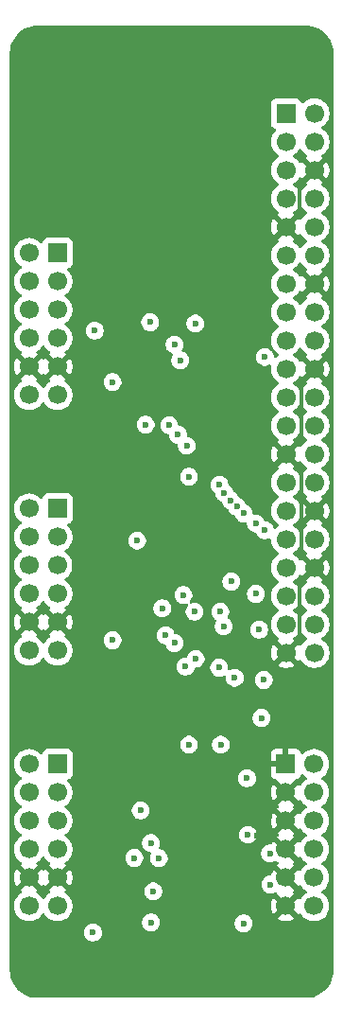
<source format=gbr>
%TF.GenerationSoftware,KiCad,Pcbnew,9.0.7*%
%TF.CreationDate,2026-02-02T21:57:32-08:00*%
%TF.ProjectId,IcePi_Zero_PMOD_Breakout,49636550-695f-45a6-9572-6f5f504d4f44,rev?*%
%TF.SameCoordinates,Original*%
%TF.FileFunction,Copper,L2,Inr*%
%TF.FilePolarity,Positive*%
%FSLAX46Y46*%
G04 Gerber Fmt 4.6, Leading zero omitted, Abs format (unit mm)*
G04 Created by KiCad (PCBNEW 9.0.7) date 2026-02-02 21:57:32*
%MOMM*%
%LPD*%
G01*
G04 APERTURE LIST*
%TA.AperFunction,ComponentPad*%
%ADD10C,5.400000*%
%TD*%
%TA.AperFunction,ComponentPad*%
%ADD11R,1.700000X1.700000*%
%TD*%
%TA.AperFunction,ComponentPad*%
%ADD12C,1.700000*%
%TD*%
%TA.AperFunction,ViaPad*%
%ADD13C,0.600000*%
%TD*%
%TA.AperFunction,Conductor*%
%ADD14C,0.300000*%
%TD*%
G04 APERTURE END LIST*
D10*
%TO.N,GND*%
%TO.C,H1*%
X69750000Y-37750000D03*
%TD*%
D11*
%TO.N,/3V3*%
%TO.C,J1*%
X91497500Y-42620000D03*
D12*
%TO.N,/5V0*%
X94037500Y-42620000D03*
%TO.N,/GPIO2*%
X91497500Y-45160000D03*
%TO.N,/5V0*%
X94037500Y-45160000D03*
%TO.N,/GPIO3*%
X91497500Y-47700000D03*
%TO.N,GND*%
X94037500Y-47700000D03*
%TO.N,/GPIO4*%
X91497500Y-50240000D03*
%TO.N,/GPIO14*%
X94037500Y-50240000D03*
%TO.N,GND*%
X91497500Y-52780000D03*
%TO.N,/GPIO15*%
X94037500Y-52780000D03*
%TO.N,/GPIO17*%
X91497500Y-55320000D03*
%TO.N,/GPIO18*%
X94037500Y-55320000D03*
%TO.N,/GPIO27*%
X91497500Y-57860000D03*
%TO.N,GND*%
X94037500Y-57860000D03*
%TO.N,/GPIO22*%
X91497500Y-60400000D03*
%TO.N,/GPIO23*%
X94037500Y-60400000D03*
%TO.N,/3V3*%
X91497500Y-62940000D03*
%TO.N,/GPIO24*%
X94037500Y-62940000D03*
%TO.N,/GPIO10*%
X91497500Y-65480000D03*
%TO.N,GND*%
X94037500Y-65480000D03*
%TO.N,/GPIO9*%
X91497500Y-68020000D03*
%TO.N,/GPIO25*%
X94037500Y-68020000D03*
%TO.N,/GPIO11*%
X91497500Y-70560000D03*
%TO.N,/GPIO8*%
X94037500Y-70560000D03*
%TO.N,GND*%
X91497500Y-73100000D03*
%TO.N,/GPIO7*%
X94037500Y-73100000D03*
%TO.N,/GPIO0*%
X91497500Y-75640000D03*
%TO.N,/GPIO1*%
X94037500Y-75640000D03*
%TO.N,/GPIO5*%
X91497500Y-78180000D03*
%TO.N,GND*%
X94037500Y-78180000D03*
%TO.N,/GPIO6*%
X91497500Y-80720000D03*
%TO.N,/GPIO12*%
X94037500Y-80720000D03*
%TO.N,/GPIO13*%
X91497500Y-83260000D03*
%TO.N,GND*%
X94037500Y-83260000D03*
%TO.N,/GPIO19*%
X91497500Y-85800000D03*
%TO.N,/GPIO16*%
X94037500Y-85800000D03*
%TO.N,/GPIO26*%
X91497500Y-88340000D03*
%TO.N,/GPIO20*%
X94037500Y-88340000D03*
%TO.N,GND*%
X91497500Y-90880000D03*
%TO.N,/GPIO21*%
X94037500Y-90880000D03*
%TD*%
D11*
%TO.N,/GPIO8*%
%TO.C,J3*%
X71020000Y-77970000D03*
D12*
%TO.N,/GPIO12*%
X68480000Y-77970000D03*
%TO.N,/GPIO9*%
X71020000Y-80510000D03*
%TO.N,/GPIO13*%
X68480000Y-80510000D03*
%TO.N,/GPIO10*%
X71020000Y-83050000D03*
%TO.N,/GPIO14*%
X68480000Y-83050000D03*
%TO.N,/GPIO11*%
X71020000Y-85590000D03*
%TO.N,/GPIO15*%
X68480000Y-85590000D03*
%TO.N,GND*%
X71020000Y-88130000D03*
X68480000Y-88130000D03*
%TO.N,/3V3*%
X71020000Y-90670000D03*
X68480000Y-90670000D03*
%TD*%
D10*
%TO.N,GND*%
%TO.C,H5*%
X69750000Y-118750001D03*
%TD*%
D11*
%TO.N,/GPIO16*%
%TO.C,J4*%
X71020000Y-100830000D03*
D12*
%TO.N,/GPIO20*%
X68480000Y-100830000D03*
%TO.N,/GPIO17*%
X71020000Y-103370000D03*
%TO.N,/GPIO21*%
X68480000Y-103370000D03*
%TO.N,/GPIO18*%
X71020000Y-105910000D03*
%TO.N,/GPIO22*%
X68480000Y-105910000D03*
%TO.N,/GPIO19*%
X71020000Y-108450000D03*
%TO.N,/GPIO23*%
X68480000Y-108450000D03*
%TO.N,GND*%
X71020000Y-110990000D03*
X68480000Y-110990000D03*
%TO.N,/3V3*%
X71020000Y-113530000D03*
X68480000Y-113530000D03*
%TD*%
D10*
%TO.N,GND*%
%TO.C,H4*%
X92750000Y-95750000D03*
%TD*%
%TO.N,GND*%
%TO.C,H3*%
X69750000Y-95750000D03*
%TD*%
D11*
%TO.N,GND*%
%TO.C,J5*%
X91475000Y-100830000D03*
D12*
%TO.N,/5V0*%
X94015000Y-100830000D03*
%TO.N,GND*%
X91475000Y-103370000D03*
%TO.N,/3V3*%
X94015000Y-103370000D03*
%TO.N,GND*%
X91475000Y-105910000D03*
%TO.N,/GPIO24*%
X94015000Y-105910000D03*
%TO.N,GND*%
X91475000Y-108450000D03*
%TO.N,/GPIO25*%
X94015000Y-108450000D03*
%TO.N,GND*%
X91475000Y-110990000D03*
%TO.N,/GPIO26*%
X94015000Y-110990000D03*
%TO.N,GND*%
X91475000Y-113530000D03*
%TO.N,/GPIO27*%
X94015000Y-113530000D03*
%TD*%
D10*
%TO.N,GND*%
%TO.C,H2*%
X92750000Y-37750000D03*
%TD*%
D11*
%TO.N,/GPIO0*%
%TO.C,J2*%
X71020000Y-55110000D03*
D12*
%TO.N,/GPIO4*%
X68480000Y-55110000D03*
%TO.N,/GPIO1*%
X71020000Y-57650000D03*
%TO.N,/GPIO5*%
X68480000Y-57650000D03*
%TO.N,/GPIO2*%
X71020000Y-60190000D03*
%TO.N,/GPIO6*%
X68480000Y-60190000D03*
%TO.N,/GPIO3*%
X71020000Y-62730000D03*
%TO.N,/GPIO7*%
X68480000Y-62730000D03*
%TO.N,GND*%
X71020000Y-65270000D03*
X68480000Y-65270000D03*
%TO.N,/3V3*%
X71020000Y-67810000D03*
X68480000Y-67810000D03*
%TD*%
D10*
%TO.N,GND*%
%TO.C,H6*%
X92750000Y-118750001D03*
%TD*%
D13*
%TO.N,/GPIO14*%
X79325000Y-61300000D03*
%TO.N,/GPIO3*%
X74350000Y-62050000D03*
%TO.N,/GPIO18*%
X82500000Y-92100000D03*
X85975000Y-76575000D03*
%TO.N,/GPIO9*%
X81025000Y-70505000D03*
%TO.N,/GPIO27*%
X89100000Y-88800000D03*
X86525000Y-77225000D03*
X82300000Y-85700000D03*
X86900000Y-93100000D03*
%TO.N,/GPIO7*%
X82800000Y-75125000D03*
%TO.N,/GPIO10*%
X81825000Y-71375000D03*
%TO.N,/5V0*%
X88000000Y-102100000D03*
X89300000Y-96700000D03*
X83375000Y-61425000D03*
X81500000Y-63300000D03*
%TO.N,/GPIO24*%
X88800000Y-79300000D03*
X89500000Y-93300000D03*
X89600000Y-64400000D03*
%TO.N,/GPIO8*%
X78912500Y-70462500D03*
%TO.N,/3V3*%
X77900000Y-109225000D03*
X74200000Y-115900000D03*
X75950000Y-89750000D03*
X75950000Y-66650000D03*
X85650000Y-99100000D03*
%TO.N,/GPIO22*%
X83300000Y-87200000D03*
X87100000Y-77800000D03*
%TO.N,/GPIO15*%
X82025000Y-64700000D03*
X78150000Y-80825000D03*
%TO.N,/GPIO21*%
X81500000Y-90000000D03*
%TO.N,/GPIO17*%
X80400000Y-86900000D03*
X85525000Y-75825000D03*
%TO.N,/GPIO20*%
X86600000Y-84500000D03*
%TO.N,/GPIO26*%
X82800000Y-99100000D03*
%TO.N,/GPIO23*%
X83400000Y-91400000D03*
X87700000Y-78400000D03*
%TO.N,/GPIO25*%
X79400000Y-107900000D03*
X85500000Y-92200000D03*
X85900000Y-88500000D03*
X88800000Y-85600000D03*
X89600000Y-79900000D03*
%TO.N,/GPIO16*%
X80700000Y-89300000D03*
X85600000Y-87200000D03*
%TO.N,/GPIO11*%
X82600000Y-72350000D03*
%TO.N,GND*%
X73300000Y-58700000D03*
X78650000Y-84400000D03*
X74550000Y-80975000D03*
X82900000Y-112225000D03*
X74450000Y-86425000D03*
X89725000Y-98525000D03*
X76975000Y-88975000D03*
X83525000Y-76250000D03*
X90100000Y-110400000D03*
X72500000Y-53000000D03*
X78400000Y-59500000D03*
X84525000Y-90800000D03*
X74800000Y-112400000D03*
X83900000Y-115150000D03*
X80875000Y-101550000D03*
X73025000Y-74275000D03*
X78925000Y-88575000D03*
X79050000Y-110700000D03*
X85000000Y-53000000D03*
X80725000Y-113250000D03*
X95400000Y-107200000D03*
X88750000Y-99675000D03*
X79550000Y-80575000D03*
X86075000Y-80950000D03*
X84825000Y-67275000D03*
X72575000Y-83000000D03*
X80100000Y-51600000D03*
X89900000Y-72600000D03*
X68100000Y-52900000D03*
X82975000Y-63850000D03*
X77875000Y-101400000D03*
X76400000Y-58400000D03*
X84800000Y-109675000D03*
X81550000Y-102450000D03*
X79075000Y-68950000D03*
X89900000Y-103400000D03*
X83550000Y-65475000D03*
X90100000Y-59175000D03*
X89775000Y-48150000D03*
X73050000Y-84625000D03*
X89925000Y-114875000D03*
X77875000Y-106300000D03*
X82425000Y-60100000D03*
X80525000Y-74750000D03*
X90000000Y-105500000D03*
X82875000Y-109700000D03*
X75800000Y-61100000D03*
X84000000Y-104375000D03*
X83200000Y-48600000D03*
X86700000Y-99700000D03*
X84700000Y-107150000D03*
X69775000Y-69175000D03*
X77100000Y-66700000D03*
X86400000Y-55300000D03*
X76325000Y-118125000D03*
X74800000Y-106275000D03*
X86650000Y-102175000D03*
X88875000Y-107200000D03*
X88750000Y-68100000D03*
X83875000Y-99375000D03*
%TO.N,Net-(JP1-B)*%
X78475000Y-104975000D03*
%TO.N,Net-(JP2-B)*%
X80100000Y-109250000D03*
%TO.N,Net-(JP3-B)*%
X79600000Y-112225000D03*
%TO.N,Net-(JP4-B)*%
X79400000Y-115000000D03*
%TO.N,Net-(JP5-A)*%
X88075000Y-107150000D03*
%TO.N,Net-(JP6-A)*%
X90050000Y-108825000D03*
%TO.N,Net-(JP7-A)*%
X90100000Y-111600000D03*
%TO.N,Net-(JP8-A)*%
X87700000Y-115075000D03*
%TD*%
D14*
%TO.N,GND*%
X91497500Y-73100000D02*
X92836500Y-71761000D01*
X91497500Y-90880000D02*
X92725000Y-89652500D01*
X92836500Y-74439000D02*
X91497500Y-73100000D01*
X92836500Y-82059000D02*
X92836500Y-74439000D01*
X92725000Y-89652500D02*
X92725000Y-84572500D01*
X92698500Y-51579000D02*
X92698500Y-49039000D01*
X92836500Y-71761000D02*
X92836500Y-66681000D01*
X91497500Y-52780000D02*
X92698500Y-51579000D01*
X92698500Y-49039000D02*
X94037500Y-47700000D01*
X94037500Y-83260000D02*
X92836500Y-82059000D01*
X92836500Y-66681000D02*
X94037500Y-65480000D01*
X92725000Y-84572500D02*
X94037500Y-83260000D01*
%TD*%
%TA.AperFunction,Conductor*%
%TO.N,GND*%
G36*
X70554075Y-111182993D02*
G01*
X70619901Y-111297007D01*
X70712993Y-111390099D01*
X70827007Y-111455925D01*
X70890590Y-111472962D01*
X70258282Y-112105269D01*
X70258282Y-112105270D01*
X70312452Y-112144626D01*
X70312451Y-112144626D01*
X70321495Y-112149234D01*
X70372292Y-112197208D01*
X70389087Y-112265029D01*
X70366550Y-112331164D01*
X70321499Y-112370202D01*
X70312182Y-112374949D01*
X70140213Y-112499890D01*
X69989890Y-112650213D01*
X69864949Y-112822182D01*
X69860484Y-112830946D01*
X69812509Y-112881742D01*
X69744688Y-112898536D01*
X69678553Y-112875998D01*
X69639516Y-112830946D01*
X69635050Y-112822182D01*
X69510109Y-112650213D01*
X69359786Y-112499890D01*
X69187817Y-112374949D01*
X69178504Y-112370204D01*
X69127707Y-112322230D01*
X69110912Y-112254409D01*
X69133449Y-112188274D01*
X69178507Y-112149232D01*
X69187555Y-112144622D01*
X69241716Y-112105270D01*
X69241717Y-112105270D01*
X68609408Y-111472962D01*
X68672993Y-111455925D01*
X68787007Y-111390099D01*
X68880099Y-111297007D01*
X68945925Y-111182993D01*
X68962962Y-111119408D01*
X69595270Y-111751717D01*
X69595270Y-111751716D01*
X69634622Y-111697554D01*
X69639514Y-111687954D01*
X69687488Y-111637157D01*
X69755308Y-111620361D01*
X69821444Y-111642897D01*
X69860486Y-111687954D01*
X69865375Y-111697550D01*
X69904728Y-111751716D01*
X70537037Y-111119408D01*
X70554075Y-111182993D01*
G37*
%TD.AperFunction*%
%TA.AperFunction,Conductor*%
G36*
X69821444Y-109103999D02*
G01*
X69860486Y-109149056D01*
X69864951Y-109157820D01*
X69989890Y-109329786D01*
X70140213Y-109480109D01*
X70312179Y-109605048D01*
X70312181Y-109605049D01*
X70312184Y-109605051D01*
X70321493Y-109609794D01*
X70372290Y-109657766D01*
X70389087Y-109725587D01*
X70366552Y-109791722D01*
X70321505Y-109830760D01*
X70312446Y-109835376D01*
X70312440Y-109835380D01*
X70258282Y-109874727D01*
X70258282Y-109874728D01*
X70890591Y-110507037D01*
X70827007Y-110524075D01*
X70712993Y-110589901D01*
X70619901Y-110682993D01*
X70554075Y-110797007D01*
X70537037Y-110860591D01*
X69904728Y-110228282D01*
X69904727Y-110228282D01*
X69865380Y-110282440D01*
X69860483Y-110292051D01*
X69812506Y-110342845D01*
X69744684Y-110359638D01*
X69678550Y-110337098D01*
X69639516Y-110292048D01*
X69634626Y-110282452D01*
X69595270Y-110228282D01*
X69595269Y-110228282D01*
X68962962Y-110860590D01*
X68945925Y-110797007D01*
X68880099Y-110682993D01*
X68787007Y-110589901D01*
X68672993Y-110524075D01*
X68609409Y-110507037D01*
X69241716Y-109874728D01*
X69187547Y-109835373D01*
X69187547Y-109835372D01*
X69178500Y-109830763D01*
X69127706Y-109782788D01*
X69110912Y-109714966D01*
X69133451Y-109648832D01*
X69178508Y-109609793D01*
X69187816Y-109605051D01*
X69285075Y-109534389D01*
X69359786Y-109480109D01*
X69359788Y-109480106D01*
X69359792Y-109480104D01*
X69510104Y-109329792D01*
X69510106Y-109329788D01*
X69510109Y-109329786D01*
X69635048Y-109157820D01*
X69635050Y-109157817D01*
X69635051Y-109157816D01*
X69639514Y-109149054D01*
X69687488Y-109098259D01*
X69755308Y-109081463D01*
X69821444Y-109103999D01*
G37*
%TD.AperFunction*%
%TA.AperFunction,Conductor*%
G36*
X92590270Y-111751717D02*
G01*
X92590270Y-111751716D01*
X92629622Y-111697555D01*
X92634232Y-111688507D01*
X92682205Y-111637709D01*
X92750025Y-111620912D01*
X92816161Y-111643447D01*
X92855204Y-111688504D01*
X92859949Y-111697817D01*
X92984890Y-111869786D01*
X93135213Y-112020109D01*
X93307182Y-112145050D01*
X93315946Y-112149516D01*
X93366742Y-112197491D01*
X93383536Y-112265312D01*
X93360998Y-112331447D01*
X93315946Y-112370484D01*
X93307182Y-112374949D01*
X93135213Y-112499890D01*
X92984890Y-112650213D01*
X92859949Y-112822182D01*
X92855202Y-112831499D01*
X92807227Y-112882293D01*
X92739405Y-112899087D01*
X92673271Y-112876548D01*
X92634234Y-112831495D01*
X92629626Y-112822452D01*
X92590270Y-112768282D01*
X92590269Y-112768282D01*
X91957962Y-113400590D01*
X91940925Y-113337007D01*
X91875099Y-113222993D01*
X91782007Y-113129901D01*
X91667993Y-113064075D01*
X91604409Y-113047037D01*
X92236716Y-112414728D01*
X92182550Y-112375375D01*
X92172954Y-112370486D01*
X92122157Y-112322512D01*
X92105361Y-112254692D01*
X92127897Y-112188556D01*
X92172954Y-112149514D01*
X92182554Y-112144622D01*
X92236716Y-112105270D01*
X92236717Y-112105270D01*
X91604408Y-111472962D01*
X91667993Y-111455925D01*
X91782007Y-111390099D01*
X91875099Y-111297007D01*
X91940925Y-111182993D01*
X91957962Y-111119408D01*
X92590270Y-111751717D01*
G37*
%TD.AperFunction*%
%TA.AperFunction,Conductor*%
G36*
X92590270Y-109211717D02*
G01*
X92590270Y-109211716D01*
X92629622Y-109157555D01*
X92634232Y-109148507D01*
X92682205Y-109097709D01*
X92750025Y-109080912D01*
X92816161Y-109103447D01*
X92855204Y-109148504D01*
X92859949Y-109157817D01*
X92984890Y-109329786D01*
X93135213Y-109480109D01*
X93307182Y-109605050D01*
X93315946Y-109609516D01*
X93366742Y-109657491D01*
X93383536Y-109725312D01*
X93360998Y-109791447D01*
X93315946Y-109830484D01*
X93307182Y-109834949D01*
X93135213Y-109959890D01*
X92984890Y-110110213D01*
X92859949Y-110282182D01*
X92855202Y-110291499D01*
X92807227Y-110342293D01*
X92739405Y-110359087D01*
X92673271Y-110336548D01*
X92634234Y-110291495D01*
X92629626Y-110282452D01*
X92590270Y-110228282D01*
X92590269Y-110228282D01*
X91957962Y-110860590D01*
X91940925Y-110797007D01*
X91875099Y-110682993D01*
X91782007Y-110589901D01*
X91667993Y-110524075D01*
X91604409Y-110507037D01*
X92236716Y-109874728D01*
X92182550Y-109835375D01*
X92172954Y-109830486D01*
X92122157Y-109782512D01*
X92105361Y-109714692D01*
X92127897Y-109648556D01*
X92172954Y-109609514D01*
X92182554Y-109604622D01*
X92236716Y-109565270D01*
X92236717Y-109565270D01*
X91604408Y-108932962D01*
X91667993Y-108915925D01*
X91782007Y-108850099D01*
X91875099Y-108757007D01*
X91940925Y-108642993D01*
X91957962Y-108579408D01*
X92590270Y-109211717D01*
G37*
%TD.AperFunction*%
%TA.AperFunction,Conductor*%
G36*
X92590270Y-106671717D02*
G01*
X92590270Y-106671716D01*
X92629622Y-106617555D01*
X92634232Y-106608507D01*
X92682205Y-106557709D01*
X92750025Y-106540912D01*
X92816161Y-106563447D01*
X92855204Y-106608504D01*
X92859949Y-106617817D01*
X92984890Y-106789786D01*
X93135213Y-106940109D01*
X93307182Y-107065050D01*
X93315946Y-107069516D01*
X93366742Y-107117491D01*
X93383536Y-107185312D01*
X93360998Y-107251447D01*
X93315946Y-107290484D01*
X93307182Y-107294949D01*
X93135213Y-107419890D01*
X92984890Y-107570213D01*
X92859949Y-107742182D01*
X92855202Y-107751499D01*
X92807227Y-107802293D01*
X92739405Y-107819087D01*
X92673271Y-107796548D01*
X92634234Y-107751495D01*
X92629626Y-107742452D01*
X92590270Y-107688282D01*
X92590269Y-107688282D01*
X91957962Y-108320590D01*
X91940925Y-108257007D01*
X91875099Y-108142993D01*
X91782007Y-108049901D01*
X91667993Y-107984075D01*
X91604409Y-107967037D01*
X92236716Y-107334728D01*
X92182550Y-107295375D01*
X92172954Y-107290486D01*
X92122157Y-107242512D01*
X92105361Y-107174692D01*
X92127897Y-107108556D01*
X92172954Y-107069514D01*
X92182554Y-107064622D01*
X92236716Y-107025270D01*
X92236717Y-107025270D01*
X91604408Y-106392962D01*
X91667993Y-106375925D01*
X91782007Y-106310099D01*
X91875099Y-106217007D01*
X91940925Y-106102993D01*
X91957962Y-106039408D01*
X92590270Y-106671717D01*
G37*
%TD.AperFunction*%
%TA.AperFunction,Conductor*%
G36*
X92590270Y-104131717D02*
G01*
X92590270Y-104131716D01*
X92629622Y-104077555D01*
X92634232Y-104068507D01*
X92682205Y-104017709D01*
X92750025Y-104000912D01*
X92816161Y-104023447D01*
X92855204Y-104068504D01*
X92859949Y-104077817D01*
X92984890Y-104249786D01*
X93135213Y-104400109D01*
X93307182Y-104525050D01*
X93315946Y-104529516D01*
X93366742Y-104577491D01*
X93383536Y-104645312D01*
X93360998Y-104711447D01*
X93315946Y-104750484D01*
X93307182Y-104754949D01*
X93135213Y-104879890D01*
X92984890Y-105030213D01*
X92859949Y-105202182D01*
X92855202Y-105211499D01*
X92807227Y-105262293D01*
X92739405Y-105279087D01*
X92673271Y-105256548D01*
X92634234Y-105211495D01*
X92629626Y-105202452D01*
X92590270Y-105148282D01*
X92590269Y-105148282D01*
X91957962Y-105780590D01*
X91940925Y-105717007D01*
X91875099Y-105602993D01*
X91782007Y-105509901D01*
X91667993Y-105444075D01*
X91604409Y-105427037D01*
X92236716Y-104794728D01*
X92182550Y-104755375D01*
X92172954Y-104750486D01*
X92122157Y-104702512D01*
X92105361Y-104634692D01*
X92127897Y-104568556D01*
X92172954Y-104529514D01*
X92182554Y-104524622D01*
X92236716Y-104485270D01*
X92236717Y-104485270D01*
X91604408Y-103852962D01*
X91667993Y-103835925D01*
X91782007Y-103770099D01*
X91875099Y-103677007D01*
X91940925Y-103562993D01*
X91957962Y-103499408D01*
X92590270Y-104131717D01*
G37*
%TD.AperFunction*%
%TA.AperFunction,Conductor*%
G36*
X92993030Y-101725030D02*
G01*
X93021285Y-101746181D01*
X93135213Y-101860109D01*
X93307182Y-101985050D01*
X93315946Y-101989516D01*
X93366742Y-102037491D01*
X93383536Y-102105312D01*
X93360998Y-102171447D01*
X93315946Y-102210484D01*
X93307182Y-102214949D01*
X93135213Y-102339890D01*
X92984890Y-102490213D01*
X92859949Y-102662182D01*
X92855202Y-102671499D01*
X92807227Y-102722293D01*
X92739405Y-102739087D01*
X92673271Y-102716548D01*
X92634234Y-102671495D01*
X92629626Y-102662452D01*
X92590270Y-102608282D01*
X92590269Y-102608282D01*
X91957962Y-103240590D01*
X91940925Y-103177007D01*
X91875099Y-103062993D01*
X91782007Y-102969901D01*
X91667993Y-102904075D01*
X91604409Y-102887037D01*
X92273802Y-102217642D01*
X92335125Y-102184157D01*
X92349833Y-102185078D01*
X92349556Y-102182501D01*
X92432375Y-102173598D01*
X92567086Y-102123354D01*
X92567093Y-102123350D01*
X92682187Y-102037190D01*
X92682190Y-102037187D01*
X92768350Y-101922093D01*
X92768354Y-101922086D01*
X92817422Y-101790529D01*
X92859293Y-101734595D01*
X92924757Y-101710178D01*
X92993030Y-101725030D01*
G37*
%TD.AperFunction*%
%TA.AperFunction,Conductor*%
G36*
X92838944Y-88993999D02*
G01*
X92877984Y-89039054D01*
X92878777Y-89040609D01*
X92882451Y-89047820D01*
X93007390Y-89219786D01*
X93157713Y-89370109D01*
X93329682Y-89495050D01*
X93338446Y-89499516D01*
X93389242Y-89547491D01*
X93406036Y-89615312D01*
X93383498Y-89681447D01*
X93338446Y-89720484D01*
X93329682Y-89724949D01*
X93157713Y-89849890D01*
X93007390Y-90000213D01*
X92882449Y-90172182D01*
X92877702Y-90181499D01*
X92829727Y-90232293D01*
X92761905Y-90249087D01*
X92695771Y-90226548D01*
X92656734Y-90181495D01*
X92652126Y-90172452D01*
X92612770Y-90118282D01*
X92612769Y-90118282D01*
X91980462Y-90750590D01*
X91963425Y-90687007D01*
X91897599Y-90572993D01*
X91804507Y-90479901D01*
X91690493Y-90414075D01*
X91626909Y-90397037D01*
X92259216Y-89764728D01*
X92205047Y-89725373D01*
X92205047Y-89725372D01*
X92196000Y-89720763D01*
X92145206Y-89672788D01*
X92128412Y-89604966D01*
X92150951Y-89538832D01*
X92196008Y-89499793D01*
X92205316Y-89495051D01*
X92306153Y-89421789D01*
X92377286Y-89370109D01*
X92377288Y-89370106D01*
X92377292Y-89370104D01*
X92527604Y-89219792D01*
X92527606Y-89219788D01*
X92527609Y-89219786D01*
X92652548Y-89047820D01*
X92652547Y-89047820D01*
X92652551Y-89047816D01*
X92657014Y-89039054D01*
X92704988Y-88988259D01*
X92772808Y-88971463D01*
X92838944Y-88993999D01*
G37*
%TD.AperFunction*%
%TA.AperFunction,Conductor*%
G36*
X92838944Y-86453999D02*
G01*
X92877984Y-86499054D01*
X92882091Y-86507115D01*
X92882451Y-86507820D01*
X93007390Y-86679786D01*
X93157713Y-86830109D01*
X93329682Y-86955050D01*
X93338446Y-86959516D01*
X93389242Y-87007491D01*
X93406036Y-87075312D01*
X93383498Y-87141447D01*
X93338446Y-87180484D01*
X93329682Y-87184949D01*
X93157713Y-87309890D01*
X93007390Y-87460213D01*
X92882449Y-87632182D01*
X92877984Y-87640946D01*
X92830009Y-87691742D01*
X92762188Y-87708536D01*
X92696053Y-87685998D01*
X92657016Y-87640946D01*
X92652550Y-87632182D01*
X92527609Y-87460213D01*
X92377286Y-87309890D01*
X92205320Y-87184951D01*
X92204615Y-87184591D01*
X92196554Y-87180485D01*
X92145759Y-87132512D01*
X92128963Y-87064692D01*
X92151499Y-86998556D01*
X92196554Y-86959515D01*
X92205316Y-86955051D01*
X92262041Y-86913838D01*
X92377286Y-86830109D01*
X92377288Y-86830106D01*
X92377292Y-86830104D01*
X92527604Y-86679792D01*
X92527606Y-86679788D01*
X92527609Y-86679786D01*
X92652548Y-86507820D01*
X92652547Y-86507820D01*
X92652551Y-86507816D01*
X92657014Y-86499054D01*
X92704988Y-86448259D01*
X92772808Y-86431463D01*
X92838944Y-86453999D01*
G37*
%TD.AperFunction*%
%TA.AperFunction,Conductor*%
G36*
X93571575Y-83452993D02*
G01*
X93637401Y-83567007D01*
X93730493Y-83660099D01*
X93844507Y-83725925D01*
X93908090Y-83742962D01*
X93275782Y-84375269D01*
X93275782Y-84375270D01*
X93329952Y-84414626D01*
X93329951Y-84414626D01*
X93338995Y-84419234D01*
X93389792Y-84467208D01*
X93406587Y-84535029D01*
X93384050Y-84601164D01*
X93338999Y-84640202D01*
X93329682Y-84644949D01*
X93157713Y-84769890D01*
X93007390Y-84920213D01*
X92882449Y-85092182D01*
X92877984Y-85100946D01*
X92830009Y-85151742D01*
X92762188Y-85168536D01*
X92696053Y-85145998D01*
X92657016Y-85100946D01*
X92652550Y-85092182D01*
X92527609Y-84920213D01*
X92377286Y-84769890D01*
X92205320Y-84644951D01*
X92204615Y-84644591D01*
X92196554Y-84640485D01*
X92145759Y-84592512D01*
X92128963Y-84524692D01*
X92151499Y-84458556D01*
X92196554Y-84419515D01*
X92205316Y-84415051D01*
X92237804Y-84391447D01*
X92377286Y-84290109D01*
X92377288Y-84290106D01*
X92377292Y-84290104D01*
X92527604Y-84139792D01*
X92527606Y-84139788D01*
X92527609Y-84139786D01*
X92613390Y-84021717D01*
X92652551Y-83967816D01*
X92657293Y-83958508D01*
X92705263Y-83907711D01*
X92773083Y-83890911D01*
X92839219Y-83913445D01*
X92878263Y-83958500D01*
X92882873Y-83967547D01*
X92922228Y-84021716D01*
X93554537Y-83389408D01*
X93571575Y-83452993D01*
G37*
%TD.AperFunction*%
%TA.AperFunction,Conductor*%
G36*
X92838944Y-81373999D02*
G01*
X92877986Y-81419056D01*
X92882451Y-81427820D01*
X93007390Y-81599786D01*
X93157713Y-81750109D01*
X93329679Y-81875048D01*
X93329681Y-81875049D01*
X93329684Y-81875051D01*
X93338993Y-81879794D01*
X93389790Y-81927766D01*
X93406587Y-81995587D01*
X93384052Y-82061722D01*
X93339005Y-82100760D01*
X93329946Y-82105376D01*
X93329940Y-82105380D01*
X93275782Y-82144727D01*
X93275782Y-82144728D01*
X93908091Y-82777037D01*
X93844507Y-82794075D01*
X93730493Y-82859901D01*
X93637401Y-82952993D01*
X93571575Y-83067007D01*
X93554537Y-83130591D01*
X92922228Y-82498282D01*
X92922227Y-82498282D01*
X92882880Y-82552440D01*
X92882876Y-82552446D01*
X92878260Y-82561505D01*
X92830281Y-82612297D01*
X92762459Y-82629087D01*
X92696326Y-82606543D01*
X92657294Y-82561493D01*
X92652551Y-82552184D01*
X92652549Y-82552181D01*
X92652548Y-82552179D01*
X92527609Y-82380213D01*
X92377286Y-82229890D01*
X92205320Y-82104951D01*
X92197100Y-82100763D01*
X92196554Y-82100485D01*
X92145759Y-82052512D01*
X92128963Y-81984692D01*
X92151499Y-81918556D01*
X92196554Y-81879515D01*
X92205316Y-81875051D01*
X92237804Y-81851447D01*
X92377286Y-81750109D01*
X92377288Y-81750106D01*
X92377292Y-81750104D01*
X92527604Y-81599792D01*
X92527606Y-81599788D01*
X92527609Y-81599786D01*
X92652548Y-81427820D01*
X92652547Y-81427820D01*
X92652551Y-81427816D01*
X92657014Y-81419054D01*
X92704988Y-81368259D01*
X92772808Y-81351463D01*
X92838944Y-81373999D01*
G37*
%TD.AperFunction*%
%TA.AperFunction,Conductor*%
G36*
X93571575Y-78372993D02*
G01*
X93637401Y-78487007D01*
X93730493Y-78580099D01*
X93844507Y-78645925D01*
X93908090Y-78662962D01*
X93275782Y-79295269D01*
X93275782Y-79295270D01*
X93329952Y-79334626D01*
X93329951Y-79334626D01*
X93338995Y-79339234D01*
X93389792Y-79387208D01*
X93406587Y-79455029D01*
X93384050Y-79521164D01*
X93338999Y-79560202D01*
X93329682Y-79564949D01*
X93157713Y-79689890D01*
X93007390Y-79840213D01*
X92882449Y-80012182D01*
X92877984Y-80020946D01*
X92830009Y-80071742D01*
X92762188Y-80088536D01*
X92696053Y-80065998D01*
X92657016Y-80020946D01*
X92652550Y-80012182D01*
X92527609Y-79840213D01*
X92377286Y-79689890D01*
X92205320Y-79564951D01*
X92204615Y-79564591D01*
X92196554Y-79560485D01*
X92145759Y-79512512D01*
X92128963Y-79444692D01*
X92151499Y-79378556D01*
X92196554Y-79339515D01*
X92205316Y-79335051D01*
X92242959Y-79307702D01*
X92377286Y-79210109D01*
X92377288Y-79210106D01*
X92377292Y-79210104D01*
X92527604Y-79059792D01*
X92527606Y-79059788D01*
X92527609Y-79059786D01*
X92613390Y-78941717D01*
X92652551Y-78887816D01*
X92657293Y-78878508D01*
X92705263Y-78827711D01*
X92773083Y-78810911D01*
X92839219Y-78833445D01*
X92878263Y-78878500D01*
X92882873Y-78887547D01*
X92922228Y-78941716D01*
X93554537Y-78309408D01*
X93571575Y-78372993D01*
G37*
%TD.AperFunction*%
%TA.AperFunction,Conductor*%
G36*
X92838944Y-76293999D02*
G01*
X92877984Y-76339054D01*
X92879233Y-76341504D01*
X92882451Y-76347820D01*
X93007390Y-76519786D01*
X93157713Y-76670109D01*
X93329679Y-76795048D01*
X93329681Y-76795049D01*
X93329684Y-76795051D01*
X93338993Y-76799794D01*
X93389790Y-76847766D01*
X93406587Y-76915587D01*
X93384052Y-76981722D01*
X93339005Y-77020760D01*
X93329946Y-77025376D01*
X93329940Y-77025380D01*
X93275782Y-77064727D01*
X93275782Y-77064728D01*
X93908091Y-77697037D01*
X93844507Y-77714075D01*
X93730493Y-77779901D01*
X93637401Y-77872993D01*
X93571575Y-77987007D01*
X93554537Y-78050591D01*
X92922228Y-77418282D01*
X92922227Y-77418282D01*
X92882880Y-77472440D01*
X92882876Y-77472446D01*
X92878260Y-77481505D01*
X92830281Y-77532297D01*
X92762459Y-77549087D01*
X92696326Y-77526543D01*
X92657294Y-77481493D01*
X92652551Y-77472184D01*
X92652549Y-77472181D01*
X92652548Y-77472179D01*
X92527609Y-77300213D01*
X92377286Y-77149890D01*
X92205320Y-77024951D01*
X92197100Y-77020763D01*
X92196554Y-77020485D01*
X92145759Y-76972512D01*
X92128963Y-76904692D01*
X92151499Y-76838556D01*
X92196554Y-76799515D01*
X92205316Y-76795051D01*
X92250185Y-76762452D01*
X92377286Y-76670109D01*
X92377288Y-76670106D01*
X92377292Y-76670104D01*
X92527604Y-76519792D01*
X92527606Y-76519788D01*
X92527609Y-76519786D01*
X92652548Y-76347820D01*
X92652547Y-76347820D01*
X92652551Y-76347816D01*
X92657014Y-76339054D01*
X92704988Y-76288259D01*
X92772808Y-76271463D01*
X92838944Y-76293999D01*
G37*
%TD.AperFunction*%
%TA.AperFunction,Conductor*%
G36*
X92612770Y-73861717D02*
G01*
X92612770Y-73861716D01*
X92652122Y-73807555D01*
X92656732Y-73798507D01*
X92704705Y-73747709D01*
X92772525Y-73730912D01*
X92838661Y-73753447D01*
X92877704Y-73798504D01*
X92882449Y-73807817D01*
X93007390Y-73979786D01*
X93157713Y-74130109D01*
X93329682Y-74255050D01*
X93338446Y-74259516D01*
X93389242Y-74307491D01*
X93406036Y-74375312D01*
X93383498Y-74441447D01*
X93338446Y-74480484D01*
X93329682Y-74484949D01*
X93157713Y-74609890D01*
X93007390Y-74760213D01*
X92882449Y-74932182D01*
X92877984Y-74940946D01*
X92830009Y-74991742D01*
X92762188Y-75008536D01*
X92696053Y-74985998D01*
X92657016Y-74940946D01*
X92652550Y-74932182D01*
X92527609Y-74760213D01*
X92377286Y-74609890D01*
X92205317Y-74484949D01*
X92196004Y-74480204D01*
X92145207Y-74432230D01*
X92128412Y-74364409D01*
X92150949Y-74298274D01*
X92196007Y-74259232D01*
X92205055Y-74254622D01*
X92259216Y-74215270D01*
X92259217Y-74215270D01*
X91626908Y-73582962D01*
X91690493Y-73565925D01*
X91804507Y-73500099D01*
X91897599Y-73407007D01*
X91963425Y-73292993D01*
X91980462Y-73229408D01*
X92612770Y-73861717D01*
G37*
%TD.AperFunction*%
%TA.AperFunction,Conductor*%
G36*
X92838944Y-71213999D02*
G01*
X92877986Y-71259056D01*
X92882451Y-71267820D01*
X93007390Y-71439786D01*
X93157713Y-71590109D01*
X93329682Y-71715050D01*
X93338446Y-71719516D01*
X93389242Y-71767491D01*
X93406036Y-71835312D01*
X93383498Y-71901447D01*
X93338446Y-71940484D01*
X93329682Y-71944949D01*
X93157713Y-72069890D01*
X93007390Y-72220213D01*
X92882449Y-72392182D01*
X92877702Y-72401499D01*
X92829727Y-72452293D01*
X92761905Y-72469087D01*
X92695771Y-72446548D01*
X92656734Y-72401495D01*
X92652126Y-72392452D01*
X92612770Y-72338282D01*
X92612769Y-72338282D01*
X91980462Y-72970590D01*
X91963425Y-72907007D01*
X91897599Y-72792993D01*
X91804507Y-72699901D01*
X91690493Y-72634075D01*
X91626909Y-72617037D01*
X92259216Y-71984728D01*
X92205047Y-71945373D01*
X92205047Y-71945372D01*
X92196000Y-71940763D01*
X92145206Y-71892788D01*
X92128412Y-71824966D01*
X92150951Y-71758832D01*
X92196008Y-71719793D01*
X92205316Y-71715051D01*
X92284507Y-71657515D01*
X92377286Y-71590109D01*
X92377288Y-71590106D01*
X92377292Y-71590104D01*
X92527604Y-71439792D01*
X92527606Y-71439788D01*
X92527609Y-71439786D01*
X92652548Y-71267820D01*
X92652547Y-71267820D01*
X92652551Y-71267816D01*
X92657014Y-71259054D01*
X92704988Y-71208259D01*
X92772808Y-71191463D01*
X92838944Y-71213999D01*
G37*
%TD.AperFunction*%
%TA.AperFunction,Conductor*%
G36*
X92838944Y-68673999D02*
G01*
X92877986Y-68719056D01*
X92882451Y-68727820D01*
X93007390Y-68899786D01*
X93157713Y-69050109D01*
X93329682Y-69175050D01*
X93338446Y-69179516D01*
X93389242Y-69227491D01*
X93406036Y-69295312D01*
X93383498Y-69361447D01*
X93338446Y-69400484D01*
X93329682Y-69404949D01*
X93157713Y-69529890D01*
X93007390Y-69680213D01*
X92882449Y-69852182D01*
X92877984Y-69860946D01*
X92830009Y-69911742D01*
X92762188Y-69928536D01*
X92696053Y-69905998D01*
X92657016Y-69860946D01*
X92652550Y-69852182D01*
X92527609Y-69680213D01*
X92377286Y-69529890D01*
X92205320Y-69404951D01*
X92204615Y-69404591D01*
X92196554Y-69400485D01*
X92145759Y-69352512D01*
X92128963Y-69284692D01*
X92151499Y-69218556D01*
X92196554Y-69179515D01*
X92205316Y-69175051D01*
X92227289Y-69159086D01*
X92377286Y-69050109D01*
X92377288Y-69050106D01*
X92377292Y-69050104D01*
X92527604Y-68899792D01*
X92527606Y-68899788D01*
X92527609Y-68899786D01*
X92652548Y-68727820D01*
X92652547Y-68727820D01*
X92652551Y-68727816D01*
X92657014Y-68719054D01*
X92704988Y-68668259D01*
X92772808Y-68651463D01*
X92838944Y-68673999D01*
G37*
%TD.AperFunction*%
%TA.AperFunction,Conductor*%
G36*
X93571575Y-65672993D02*
G01*
X93637401Y-65787007D01*
X93730493Y-65880099D01*
X93844507Y-65945925D01*
X93908090Y-65962962D01*
X93275782Y-66595269D01*
X93275782Y-66595270D01*
X93329952Y-66634626D01*
X93329951Y-66634626D01*
X93338995Y-66639234D01*
X93389792Y-66687208D01*
X93406587Y-66755029D01*
X93384050Y-66821164D01*
X93338999Y-66860202D01*
X93329682Y-66864949D01*
X93157713Y-66989890D01*
X93007390Y-67140213D01*
X92882449Y-67312182D01*
X92877984Y-67320946D01*
X92830009Y-67371742D01*
X92762188Y-67388536D01*
X92696053Y-67365998D01*
X92657016Y-67320946D01*
X92652550Y-67312182D01*
X92527609Y-67140213D01*
X92377286Y-66989890D01*
X92205320Y-66864951D01*
X92204615Y-66864591D01*
X92196554Y-66860485D01*
X92145759Y-66812512D01*
X92128963Y-66744692D01*
X92151499Y-66678556D01*
X92196554Y-66639515D01*
X92205316Y-66635051D01*
X92293265Y-66571153D01*
X92377286Y-66510109D01*
X92377288Y-66510106D01*
X92377292Y-66510104D01*
X92527604Y-66359792D01*
X92527606Y-66359788D01*
X92527609Y-66359786D01*
X92613390Y-66241717D01*
X92652551Y-66187816D01*
X92657293Y-66178508D01*
X92705263Y-66127711D01*
X92773083Y-66110911D01*
X92839219Y-66133445D01*
X92878263Y-66178500D01*
X92882873Y-66187547D01*
X92922228Y-66241716D01*
X93554537Y-65609408D01*
X93571575Y-65672993D01*
G37*
%TD.AperFunction*%
%TA.AperFunction,Conductor*%
G36*
X92838944Y-63593999D02*
G01*
X92877986Y-63639056D01*
X92882451Y-63647820D01*
X93007390Y-63819786D01*
X93157713Y-63970109D01*
X93329679Y-64095048D01*
X93329681Y-64095049D01*
X93329684Y-64095051D01*
X93338993Y-64099794D01*
X93389790Y-64147766D01*
X93406587Y-64215587D01*
X93384052Y-64281722D01*
X93339005Y-64320760D01*
X93329946Y-64325376D01*
X93329940Y-64325380D01*
X93275782Y-64364727D01*
X93275782Y-64364728D01*
X93908091Y-64997037D01*
X93844507Y-65014075D01*
X93730493Y-65079901D01*
X93637401Y-65172993D01*
X93571575Y-65287007D01*
X93554537Y-65350591D01*
X92922228Y-64718282D01*
X92922227Y-64718282D01*
X92882880Y-64772440D01*
X92882876Y-64772446D01*
X92878260Y-64781505D01*
X92830281Y-64832297D01*
X92762459Y-64849087D01*
X92696326Y-64826543D01*
X92657294Y-64781493D01*
X92652551Y-64772184D01*
X92652549Y-64772181D01*
X92652548Y-64772179D01*
X92527609Y-64600213D01*
X92377286Y-64449890D01*
X92205320Y-64324951D01*
X92204615Y-64324591D01*
X92196554Y-64320485D01*
X92145759Y-64272512D01*
X92128963Y-64204692D01*
X92151499Y-64138556D01*
X92196554Y-64099515D01*
X92205316Y-64095051D01*
X92249723Y-64062788D01*
X92377286Y-63970109D01*
X92377288Y-63970106D01*
X92377292Y-63970104D01*
X92527604Y-63819792D01*
X92527606Y-63819788D01*
X92527609Y-63819786D01*
X92652548Y-63647820D01*
X92652547Y-63647820D01*
X92652551Y-63647816D01*
X92657014Y-63639054D01*
X92704988Y-63588259D01*
X92772808Y-63571463D01*
X92838944Y-63593999D01*
G37*
%TD.AperFunction*%
%TA.AperFunction,Conductor*%
G36*
X93571575Y-58052993D02*
G01*
X93637401Y-58167007D01*
X93730493Y-58260099D01*
X93844507Y-58325925D01*
X93908090Y-58342962D01*
X93275782Y-58975269D01*
X93275782Y-58975270D01*
X93329952Y-59014626D01*
X93329951Y-59014626D01*
X93338995Y-59019234D01*
X93389792Y-59067208D01*
X93406587Y-59135029D01*
X93384050Y-59201164D01*
X93338999Y-59240202D01*
X93329682Y-59244949D01*
X93157713Y-59369890D01*
X93007390Y-59520213D01*
X92882449Y-59692182D01*
X92877984Y-59700946D01*
X92830009Y-59751742D01*
X92762188Y-59768536D01*
X92696053Y-59745998D01*
X92657016Y-59700946D01*
X92652550Y-59692182D01*
X92527609Y-59520213D01*
X92377286Y-59369890D01*
X92205320Y-59244951D01*
X92204615Y-59244591D01*
X92196554Y-59240485D01*
X92145759Y-59192512D01*
X92128963Y-59124692D01*
X92151499Y-59058556D01*
X92196554Y-59019515D01*
X92205316Y-59015051D01*
X92237804Y-58991447D01*
X92377286Y-58890109D01*
X92377288Y-58890106D01*
X92377292Y-58890104D01*
X92527604Y-58739792D01*
X92527606Y-58739788D01*
X92527609Y-58739786D01*
X92613390Y-58621717D01*
X92652551Y-58567816D01*
X92657293Y-58558508D01*
X92705263Y-58507711D01*
X92773083Y-58490911D01*
X92839219Y-58513445D01*
X92878263Y-58558500D01*
X92882873Y-58567547D01*
X92922228Y-58621716D01*
X93554537Y-57989408D01*
X93571575Y-58052993D01*
G37*
%TD.AperFunction*%
%TA.AperFunction,Conductor*%
G36*
X92838944Y-55973999D02*
G01*
X92877986Y-56019056D01*
X92882451Y-56027820D01*
X93007390Y-56199786D01*
X93157713Y-56350109D01*
X93329679Y-56475048D01*
X93329681Y-56475049D01*
X93329684Y-56475051D01*
X93338993Y-56479794D01*
X93389790Y-56527766D01*
X93406587Y-56595587D01*
X93384052Y-56661722D01*
X93339005Y-56700760D01*
X93329946Y-56705376D01*
X93329940Y-56705380D01*
X93275782Y-56744727D01*
X93275782Y-56744728D01*
X93908091Y-57377037D01*
X93844507Y-57394075D01*
X93730493Y-57459901D01*
X93637401Y-57552993D01*
X93571575Y-57667007D01*
X93554537Y-57730591D01*
X92922228Y-57098282D01*
X92922227Y-57098282D01*
X92882880Y-57152440D01*
X92882876Y-57152446D01*
X92878260Y-57161505D01*
X92830281Y-57212297D01*
X92762459Y-57229087D01*
X92696326Y-57206543D01*
X92657294Y-57161493D01*
X92652551Y-57152184D01*
X92652549Y-57152181D01*
X92652548Y-57152179D01*
X92527609Y-56980213D01*
X92377286Y-56829890D01*
X92205320Y-56704951D01*
X92197100Y-56700763D01*
X92196554Y-56700485D01*
X92145759Y-56652512D01*
X92128963Y-56584692D01*
X92151499Y-56518556D01*
X92196554Y-56479515D01*
X92205316Y-56475051D01*
X92237804Y-56451447D01*
X92377286Y-56350109D01*
X92377288Y-56350106D01*
X92377292Y-56350104D01*
X92527604Y-56199792D01*
X92527606Y-56199788D01*
X92527609Y-56199786D01*
X92652548Y-56027820D01*
X92652547Y-56027820D01*
X92652551Y-56027816D01*
X92657014Y-56019054D01*
X92704988Y-55968259D01*
X92772808Y-55951463D01*
X92838944Y-55973999D01*
G37*
%TD.AperFunction*%
%TA.AperFunction,Conductor*%
G36*
X92612770Y-53541717D02*
G01*
X92612770Y-53541716D01*
X92652122Y-53487555D01*
X92656732Y-53478507D01*
X92704705Y-53427709D01*
X92772525Y-53410912D01*
X92838661Y-53433447D01*
X92877704Y-53478504D01*
X92882449Y-53487817D01*
X93007390Y-53659786D01*
X93157713Y-53810109D01*
X93329682Y-53935050D01*
X93338446Y-53939516D01*
X93389242Y-53987491D01*
X93406036Y-54055312D01*
X93383498Y-54121447D01*
X93338446Y-54160484D01*
X93329682Y-54164949D01*
X93157713Y-54289890D01*
X93007390Y-54440213D01*
X92882449Y-54612182D01*
X92877984Y-54620946D01*
X92830009Y-54671742D01*
X92762188Y-54688536D01*
X92696053Y-54665998D01*
X92657016Y-54620946D01*
X92652550Y-54612182D01*
X92527609Y-54440213D01*
X92377286Y-54289890D01*
X92205317Y-54164949D01*
X92196004Y-54160204D01*
X92145207Y-54112230D01*
X92128412Y-54044409D01*
X92150949Y-53978274D01*
X92196007Y-53939232D01*
X92205055Y-53934622D01*
X92259216Y-53895270D01*
X92259217Y-53895270D01*
X91626908Y-53262962D01*
X91690493Y-53245925D01*
X91804507Y-53180099D01*
X91897599Y-53087007D01*
X91963425Y-52972993D01*
X91980462Y-52909408D01*
X92612770Y-53541717D01*
G37*
%TD.AperFunction*%
%TA.AperFunction,Conductor*%
G36*
X92838944Y-50893999D02*
G01*
X92877986Y-50939056D01*
X92882451Y-50947820D01*
X93007390Y-51119786D01*
X93157713Y-51270109D01*
X93329682Y-51395050D01*
X93338446Y-51399516D01*
X93389242Y-51447491D01*
X93406036Y-51515312D01*
X93383498Y-51581447D01*
X93338446Y-51620484D01*
X93329682Y-51624949D01*
X93157713Y-51749890D01*
X93007390Y-51900213D01*
X92882449Y-52072182D01*
X92877702Y-52081499D01*
X92829727Y-52132293D01*
X92761905Y-52149087D01*
X92695771Y-52126548D01*
X92656734Y-52081495D01*
X92652126Y-52072452D01*
X92612770Y-52018282D01*
X92612769Y-52018282D01*
X91980462Y-52650590D01*
X91963425Y-52587007D01*
X91897599Y-52472993D01*
X91804507Y-52379901D01*
X91690493Y-52314075D01*
X91626909Y-52297037D01*
X92259216Y-51664728D01*
X92205047Y-51625373D01*
X92205047Y-51625372D01*
X92196000Y-51620763D01*
X92145206Y-51572788D01*
X92128412Y-51504966D01*
X92150951Y-51438832D01*
X92196008Y-51399793D01*
X92205316Y-51395051D01*
X92284507Y-51337515D01*
X92377286Y-51270109D01*
X92377288Y-51270106D01*
X92377292Y-51270104D01*
X92527604Y-51119792D01*
X92527606Y-51119788D01*
X92527609Y-51119786D01*
X92652548Y-50947820D01*
X92652547Y-50947820D01*
X92652551Y-50947816D01*
X92657014Y-50939054D01*
X92704988Y-50888259D01*
X92772808Y-50871463D01*
X92838944Y-50893999D01*
G37*
%TD.AperFunction*%
%TA.AperFunction,Conductor*%
G36*
X93571575Y-47892993D02*
G01*
X93637401Y-48007007D01*
X93730493Y-48100099D01*
X93844507Y-48165925D01*
X93908090Y-48182962D01*
X93275782Y-48815269D01*
X93275782Y-48815270D01*
X93329952Y-48854626D01*
X93329951Y-48854626D01*
X93338995Y-48859234D01*
X93389792Y-48907208D01*
X93406587Y-48975029D01*
X93384050Y-49041164D01*
X93338999Y-49080202D01*
X93329682Y-49084949D01*
X93157713Y-49209890D01*
X93007390Y-49360213D01*
X92882449Y-49532182D01*
X92877984Y-49540946D01*
X92830009Y-49591742D01*
X92762188Y-49608536D01*
X92696053Y-49585998D01*
X92657016Y-49540946D01*
X92652550Y-49532182D01*
X92527609Y-49360213D01*
X92377286Y-49209890D01*
X92205320Y-49084951D01*
X92204615Y-49084591D01*
X92196554Y-49080485D01*
X92145759Y-49032512D01*
X92128963Y-48964692D01*
X92151499Y-48898556D01*
X92196554Y-48859515D01*
X92205316Y-48855051D01*
X92260072Y-48815269D01*
X92377286Y-48730109D01*
X92377288Y-48730106D01*
X92377292Y-48730104D01*
X92527604Y-48579792D01*
X92527606Y-48579788D01*
X92527609Y-48579786D01*
X92613390Y-48461717D01*
X92652551Y-48407816D01*
X92657293Y-48398508D01*
X92705263Y-48347711D01*
X92773083Y-48330911D01*
X92839219Y-48353445D01*
X92878263Y-48398500D01*
X92882873Y-48407547D01*
X92922228Y-48461716D01*
X93554537Y-47829408D01*
X93571575Y-47892993D01*
G37*
%TD.AperFunction*%
%TA.AperFunction,Conductor*%
G36*
X92838944Y-45813999D02*
G01*
X92877986Y-45859056D01*
X92882451Y-45867820D01*
X93007390Y-46039786D01*
X93157713Y-46190109D01*
X93329679Y-46315048D01*
X93329681Y-46315049D01*
X93329684Y-46315051D01*
X93338993Y-46319794D01*
X93389790Y-46367766D01*
X93406587Y-46435587D01*
X93384052Y-46501722D01*
X93339005Y-46540760D01*
X93329946Y-46545376D01*
X93329940Y-46545380D01*
X93275782Y-46584727D01*
X93275782Y-46584728D01*
X93908091Y-47217037D01*
X93844507Y-47234075D01*
X93730493Y-47299901D01*
X93637401Y-47392993D01*
X93571575Y-47507007D01*
X93554537Y-47570591D01*
X92922228Y-46938282D01*
X92922227Y-46938282D01*
X92882880Y-46992440D01*
X92882876Y-46992446D01*
X92878260Y-47001505D01*
X92830281Y-47052297D01*
X92762459Y-47069087D01*
X92696326Y-47046543D01*
X92657294Y-47001493D01*
X92652551Y-46992184D01*
X92652549Y-46992181D01*
X92652548Y-46992179D01*
X92527609Y-46820213D01*
X92377286Y-46669890D01*
X92205320Y-46544951D01*
X92197100Y-46540763D01*
X92196554Y-46540485D01*
X92145759Y-46492512D01*
X92128963Y-46424692D01*
X92151499Y-46358556D01*
X92196554Y-46319515D01*
X92205316Y-46315051D01*
X92227289Y-46299086D01*
X92377286Y-46190109D01*
X92377288Y-46190106D01*
X92377292Y-46190104D01*
X92527604Y-46039792D01*
X92527606Y-46039788D01*
X92527609Y-46039786D01*
X92652548Y-45867820D01*
X92652547Y-45867820D01*
X92652551Y-45867816D01*
X92657014Y-45859054D01*
X92704988Y-45808259D01*
X92772808Y-45791463D01*
X92838944Y-45813999D01*
G37*
%TD.AperFunction*%
%TA.AperFunction,Conductor*%
G36*
X70554075Y-88322993D02*
G01*
X70619901Y-88437007D01*
X70712993Y-88530099D01*
X70827007Y-88595925D01*
X70890590Y-88612962D01*
X70258282Y-89245269D01*
X70258282Y-89245270D01*
X70312452Y-89284626D01*
X70312451Y-89284626D01*
X70321495Y-89289234D01*
X70372292Y-89337208D01*
X70389087Y-89405029D01*
X70366550Y-89471164D01*
X70321499Y-89510202D01*
X70312182Y-89514949D01*
X70140213Y-89639890D01*
X69989890Y-89790213D01*
X69864949Y-89962182D01*
X69860484Y-89970946D01*
X69812509Y-90021742D01*
X69744688Y-90038536D01*
X69678553Y-90015998D01*
X69639516Y-89970946D01*
X69635050Y-89962182D01*
X69510109Y-89790213D01*
X69359786Y-89639890D01*
X69187817Y-89514949D01*
X69178504Y-89510204D01*
X69127707Y-89462230D01*
X69110912Y-89394409D01*
X69133449Y-89328274D01*
X69178507Y-89289232D01*
X69187555Y-89284622D01*
X69241716Y-89245270D01*
X69241717Y-89245270D01*
X68609408Y-88612962D01*
X68672993Y-88595925D01*
X68787007Y-88530099D01*
X68880099Y-88437007D01*
X68945925Y-88322993D01*
X68962962Y-88259408D01*
X69595270Y-88891717D01*
X69595270Y-88891716D01*
X69634622Y-88837554D01*
X69639514Y-88827954D01*
X69687488Y-88777157D01*
X69755308Y-88760361D01*
X69821444Y-88782897D01*
X69860486Y-88827954D01*
X69865375Y-88837550D01*
X69904728Y-88891716D01*
X70537037Y-88259408D01*
X70554075Y-88322993D01*
G37*
%TD.AperFunction*%
%TA.AperFunction,Conductor*%
G36*
X69821444Y-86243999D02*
G01*
X69860486Y-86289056D01*
X69864951Y-86297820D01*
X69989890Y-86469786D01*
X70140213Y-86620109D01*
X70312179Y-86745048D01*
X70312181Y-86745049D01*
X70312184Y-86745051D01*
X70321493Y-86749794D01*
X70372290Y-86797766D01*
X70389087Y-86865587D01*
X70366552Y-86931722D01*
X70321505Y-86970760D01*
X70312446Y-86975376D01*
X70312440Y-86975380D01*
X70258282Y-87014727D01*
X70258282Y-87014728D01*
X70890591Y-87647037D01*
X70827007Y-87664075D01*
X70712993Y-87729901D01*
X70619901Y-87822993D01*
X70554075Y-87937007D01*
X70537037Y-88000591D01*
X69904728Y-87368282D01*
X69904727Y-87368282D01*
X69865380Y-87422440D01*
X69860483Y-87432051D01*
X69812506Y-87482845D01*
X69744684Y-87499638D01*
X69678550Y-87477098D01*
X69639516Y-87432048D01*
X69634626Y-87422452D01*
X69595270Y-87368282D01*
X69595269Y-87368282D01*
X68962962Y-88000590D01*
X68945925Y-87937007D01*
X68880099Y-87822993D01*
X68787007Y-87729901D01*
X68672993Y-87664075D01*
X68609409Y-87647037D01*
X69241716Y-87014728D01*
X69187547Y-86975373D01*
X69187547Y-86975372D01*
X69178500Y-86970763D01*
X69127706Y-86922788D01*
X69110912Y-86854966D01*
X69133451Y-86788832D01*
X69178508Y-86749793D01*
X69187816Y-86745051D01*
X69314974Y-86652666D01*
X69359786Y-86620109D01*
X69359788Y-86620106D01*
X69359792Y-86620104D01*
X69510104Y-86469792D01*
X69510106Y-86469788D01*
X69510109Y-86469786D01*
X69635048Y-86297820D01*
X69635047Y-86297820D01*
X69635051Y-86297816D01*
X69639514Y-86289054D01*
X69687488Y-86238259D01*
X69755308Y-86221463D01*
X69821444Y-86243999D01*
G37*
%TD.AperFunction*%
%TA.AperFunction,Conductor*%
G36*
X70554075Y-65462993D02*
G01*
X70619901Y-65577007D01*
X70712993Y-65670099D01*
X70827007Y-65735925D01*
X70890590Y-65752962D01*
X70258282Y-66385269D01*
X70258282Y-66385270D01*
X70312452Y-66424626D01*
X70312451Y-66424626D01*
X70321495Y-66429234D01*
X70372292Y-66477208D01*
X70389087Y-66545029D01*
X70366550Y-66611164D01*
X70321499Y-66650202D01*
X70312182Y-66654949D01*
X70140213Y-66779890D01*
X69989890Y-66930213D01*
X69864949Y-67102182D01*
X69860484Y-67110946D01*
X69812509Y-67161742D01*
X69744688Y-67178536D01*
X69678553Y-67155998D01*
X69639516Y-67110946D01*
X69635050Y-67102182D01*
X69510109Y-66930213D01*
X69359786Y-66779890D01*
X69187817Y-66654949D01*
X69178504Y-66650204D01*
X69127707Y-66602230D01*
X69110912Y-66534409D01*
X69133449Y-66468274D01*
X69178507Y-66429232D01*
X69187555Y-66424622D01*
X69241716Y-66385270D01*
X69241717Y-66385270D01*
X68609408Y-65752962D01*
X68672993Y-65735925D01*
X68787007Y-65670099D01*
X68880099Y-65577007D01*
X68945925Y-65462993D01*
X68962962Y-65399408D01*
X69595270Y-66031717D01*
X69595270Y-66031716D01*
X69634622Y-65977554D01*
X69639514Y-65967954D01*
X69687488Y-65917157D01*
X69755308Y-65900361D01*
X69821444Y-65922897D01*
X69860486Y-65967954D01*
X69865375Y-65977550D01*
X69904728Y-66031716D01*
X70537037Y-65399408D01*
X70554075Y-65462993D01*
G37*
%TD.AperFunction*%
%TA.AperFunction,Conductor*%
G36*
X69821444Y-63383999D02*
G01*
X69860486Y-63429056D01*
X69864951Y-63437820D01*
X69989890Y-63609786D01*
X70140213Y-63760109D01*
X70312179Y-63885048D01*
X70312181Y-63885049D01*
X70312184Y-63885051D01*
X70321493Y-63889794D01*
X70372290Y-63937766D01*
X70389087Y-64005587D01*
X70366552Y-64071722D01*
X70321505Y-64110760D01*
X70312446Y-64115376D01*
X70312440Y-64115380D01*
X70258282Y-64154727D01*
X70258282Y-64154728D01*
X70890591Y-64787037D01*
X70827007Y-64804075D01*
X70712993Y-64869901D01*
X70619901Y-64962993D01*
X70554075Y-65077007D01*
X70537037Y-65140591D01*
X69904728Y-64508282D01*
X69904727Y-64508282D01*
X69865380Y-64562440D01*
X69860483Y-64572051D01*
X69812506Y-64622845D01*
X69744684Y-64639638D01*
X69678550Y-64617098D01*
X69639516Y-64572048D01*
X69634626Y-64562452D01*
X69595270Y-64508282D01*
X69595269Y-64508282D01*
X68962962Y-65140590D01*
X68945925Y-65077007D01*
X68880099Y-64962993D01*
X68787007Y-64869901D01*
X68672993Y-64804075D01*
X68609409Y-64787037D01*
X69241716Y-64154728D01*
X69187547Y-64115373D01*
X69187547Y-64115372D01*
X69178500Y-64110763D01*
X69127706Y-64062788D01*
X69110912Y-63994966D01*
X69133451Y-63928832D01*
X69178508Y-63889793D01*
X69187816Y-63885051D01*
X69290719Y-63810288D01*
X69359786Y-63760109D01*
X69359788Y-63760106D01*
X69359792Y-63760104D01*
X69510104Y-63609792D01*
X69510106Y-63609788D01*
X69510109Y-63609786D01*
X69635048Y-63437820D01*
X69635047Y-63437820D01*
X69635051Y-63437816D01*
X69639514Y-63429054D01*
X69687488Y-63378259D01*
X69755308Y-63361463D01*
X69821444Y-63383999D01*
G37*
%TD.AperFunction*%
%TA.AperFunction,Conductor*%
G36*
X93253736Y-34750726D02*
G01*
X93543796Y-34768271D01*
X93558659Y-34770076D01*
X93840798Y-34821780D01*
X93855335Y-34825363D01*
X94129172Y-34910695D01*
X94143163Y-34916000D01*
X94404743Y-35033727D01*
X94417989Y-35040680D01*
X94663465Y-35189075D01*
X94675776Y-35197573D01*
X94901573Y-35374473D01*
X94912781Y-35384403D01*
X95115596Y-35587218D01*
X95125526Y-35598426D01*
X95245481Y-35751538D01*
X95302422Y-35824217D01*
X95310928Y-35836540D01*
X95459316Y-36082004D01*
X95466275Y-36095263D01*
X95583997Y-36356831D01*
X95589306Y-36370832D01*
X95674635Y-36644663D01*
X95678219Y-36659201D01*
X95729923Y-36941340D01*
X95731728Y-36956205D01*
X95749274Y-37246263D01*
X95749500Y-37253750D01*
X95749500Y-119246250D01*
X95749274Y-119253737D01*
X95731728Y-119543795D01*
X95729923Y-119558660D01*
X95678219Y-119840798D01*
X95674635Y-119855336D01*
X95589304Y-120129175D01*
X95583994Y-120143177D01*
X95466277Y-120404731D01*
X95459319Y-120417989D01*
X95310928Y-120663459D01*
X95302422Y-120675782D01*
X95125525Y-120901573D01*
X95115595Y-120912781D01*
X94912781Y-121115596D01*
X94901573Y-121125526D01*
X94675782Y-121302422D01*
X94663458Y-121310928D01*
X94417987Y-121459319D01*
X94404730Y-121466277D01*
X94143176Y-121583994D01*
X94129174Y-121589304D01*
X93855335Y-121674635D01*
X93840797Y-121678219D01*
X93558659Y-121729923D01*
X93543794Y-121731728D01*
X93350701Y-121743408D01*
X93253712Y-121749275D01*
X93246240Y-121749501D01*
X69253751Y-121749501D01*
X69246264Y-121749275D01*
X68956205Y-121731729D01*
X68941340Y-121729924D01*
X68659201Y-121678220D01*
X68644663Y-121674636D01*
X68370832Y-121589307D01*
X68356831Y-121583998D01*
X68095263Y-121466276D01*
X68082004Y-121459317D01*
X67836537Y-121310927D01*
X67824217Y-121302423D01*
X67598426Y-121125527D01*
X67587218Y-121115597D01*
X67384403Y-120912782D01*
X67374473Y-120901574D01*
X67374472Y-120901573D01*
X67197572Y-120675777D01*
X67189074Y-120663466D01*
X67040678Y-120417989D01*
X67033726Y-120404744D01*
X66915999Y-120143164D01*
X66910692Y-120129168D01*
X66825363Y-119855336D01*
X66821779Y-119840798D01*
X66770075Y-119558660D01*
X66768270Y-119543795D01*
X66750726Y-119253753D01*
X66750500Y-119246266D01*
X66750500Y-115821153D01*
X73399500Y-115821153D01*
X73399500Y-115978846D01*
X73430261Y-116133489D01*
X73430264Y-116133501D01*
X73490602Y-116279172D01*
X73490609Y-116279185D01*
X73578210Y-116410288D01*
X73578213Y-116410292D01*
X73689707Y-116521786D01*
X73689711Y-116521789D01*
X73820814Y-116609390D01*
X73820827Y-116609397D01*
X73966498Y-116669735D01*
X73966503Y-116669737D01*
X74121153Y-116700499D01*
X74121156Y-116700500D01*
X74121158Y-116700500D01*
X74278844Y-116700500D01*
X74278845Y-116700499D01*
X74433497Y-116669737D01*
X74579179Y-116609394D01*
X74710289Y-116521789D01*
X74821789Y-116410289D01*
X74909394Y-116279179D01*
X74969737Y-116133497D01*
X75000500Y-115978842D01*
X75000500Y-115821158D01*
X75000500Y-115821155D01*
X75000499Y-115821153D01*
X74978269Y-115709397D01*
X74969737Y-115666503D01*
X74936099Y-115585292D01*
X74909397Y-115520827D01*
X74909390Y-115520814D01*
X74821789Y-115389711D01*
X74821786Y-115389707D01*
X74710292Y-115278213D01*
X74710288Y-115278210D01*
X74579185Y-115190609D01*
X74579172Y-115190602D01*
X74433501Y-115130264D01*
X74433489Y-115130261D01*
X74278845Y-115099500D01*
X74278842Y-115099500D01*
X74121158Y-115099500D01*
X74121155Y-115099500D01*
X73966510Y-115130261D01*
X73966498Y-115130264D01*
X73820827Y-115190602D01*
X73820814Y-115190609D01*
X73689711Y-115278210D01*
X73689707Y-115278213D01*
X73578213Y-115389707D01*
X73578210Y-115389711D01*
X73490609Y-115520814D01*
X73490602Y-115520827D01*
X73430264Y-115666498D01*
X73430261Y-115666510D01*
X73399500Y-115821153D01*
X66750500Y-115821153D01*
X66750500Y-114921153D01*
X78599500Y-114921153D01*
X78599500Y-115078846D01*
X78630261Y-115233489D01*
X78630264Y-115233501D01*
X78690602Y-115379172D01*
X78690609Y-115379185D01*
X78778210Y-115510288D01*
X78778213Y-115510292D01*
X78889707Y-115621786D01*
X78889711Y-115621789D01*
X79020814Y-115709390D01*
X79020827Y-115709397D01*
X79166498Y-115769735D01*
X79166503Y-115769737D01*
X79321153Y-115800499D01*
X79321156Y-115800500D01*
X79321158Y-115800500D01*
X79478844Y-115800500D01*
X79478845Y-115800499D01*
X79633497Y-115769737D01*
X79779179Y-115709394D01*
X79910289Y-115621789D01*
X80021789Y-115510289D01*
X80109394Y-115379179D01*
X80169737Y-115233497D01*
X80200500Y-115078842D01*
X80200500Y-114996153D01*
X86899500Y-114996153D01*
X86899500Y-115153846D01*
X86930261Y-115308489D01*
X86930264Y-115308501D01*
X86990602Y-115454172D01*
X86990609Y-115454185D01*
X87078210Y-115585288D01*
X87078213Y-115585292D01*
X87189707Y-115696786D01*
X87189711Y-115696789D01*
X87320814Y-115784390D01*
X87320827Y-115784397D01*
X87466498Y-115844735D01*
X87466503Y-115844737D01*
X87621153Y-115875499D01*
X87621156Y-115875500D01*
X87621158Y-115875500D01*
X87778844Y-115875500D01*
X87778845Y-115875499D01*
X87933497Y-115844737D01*
X88079179Y-115784394D01*
X88210289Y-115696789D01*
X88321789Y-115585289D01*
X88409394Y-115454179D01*
X88469737Y-115308497D01*
X88500500Y-115153842D01*
X88500500Y-114996158D01*
X88500500Y-114996155D01*
X88500499Y-114996153D01*
X88477494Y-114880500D01*
X88469737Y-114841503D01*
X88469735Y-114841498D01*
X88409397Y-114695827D01*
X88409391Y-114695816D01*
X88390071Y-114666901D01*
X88390070Y-114666900D01*
X88321789Y-114564711D01*
X88321786Y-114564707D01*
X88210292Y-114453213D01*
X88210288Y-114453210D01*
X88079185Y-114365609D01*
X88079172Y-114365602D01*
X87933501Y-114305264D01*
X87933489Y-114305261D01*
X87778845Y-114274500D01*
X87778842Y-114274500D01*
X87621158Y-114274500D01*
X87621155Y-114274500D01*
X87466510Y-114305261D01*
X87466498Y-114305264D01*
X87320827Y-114365602D01*
X87320814Y-114365609D01*
X87189711Y-114453210D01*
X87189707Y-114453213D01*
X87078213Y-114564707D01*
X87078210Y-114564711D01*
X86990609Y-114695814D01*
X86990602Y-114695827D01*
X86930264Y-114841498D01*
X86930261Y-114841510D01*
X86899500Y-114996153D01*
X80200500Y-114996153D01*
X80200500Y-114921158D01*
X80200500Y-114921155D01*
X80200499Y-114921153D01*
X80169737Y-114766503D01*
X80169735Y-114766498D01*
X80109397Y-114620827D01*
X80109390Y-114620814D01*
X80021789Y-114489711D01*
X80021786Y-114489707D01*
X79910292Y-114378213D01*
X79910288Y-114378210D01*
X79779185Y-114290609D01*
X79779172Y-114290602D01*
X79633501Y-114230264D01*
X79633489Y-114230261D01*
X79478845Y-114199500D01*
X79478842Y-114199500D01*
X79321158Y-114199500D01*
X79321155Y-114199500D01*
X79166510Y-114230261D01*
X79166498Y-114230264D01*
X79020827Y-114290602D01*
X79020814Y-114290609D01*
X78889711Y-114378210D01*
X78889707Y-114378213D01*
X78778213Y-114489707D01*
X78778210Y-114489711D01*
X78690609Y-114620814D01*
X78690602Y-114620827D01*
X78630264Y-114766498D01*
X78630261Y-114766510D01*
X78599500Y-114921153D01*
X66750500Y-114921153D01*
X66750500Y-100723713D01*
X67129500Y-100723713D01*
X67129500Y-100936287D01*
X67162754Y-101146243D01*
X67222546Y-101330264D01*
X67228444Y-101348414D01*
X67324951Y-101537820D01*
X67449890Y-101709786D01*
X67600213Y-101860109D01*
X67772182Y-101985050D01*
X67780946Y-101989516D01*
X67831742Y-102037491D01*
X67848536Y-102105312D01*
X67825998Y-102171447D01*
X67780946Y-102210484D01*
X67772182Y-102214949D01*
X67600213Y-102339890D01*
X67449890Y-102490213D01*
X67324951Y-102662179D01*
X67228444Y-102851585D01*
X67162753Y-103053760D01*
X67129500Y-103263713D01*
X67129500Y-103476286D01*
X67162753Y-103686239D01*
X67228444Y-103888414D01*
X67324951Y-104077820D01*
X67449890Y-104249786D01*
X67600213Y-104400109D01*
X67772182Y-104525050D01*
X67780946Y-104529516D01*
X67831742Y-104577491D01*
X67848536Y-104645312D01*
X67825998Y-104711447D01*
X67780946Y-104750484D01*
X67772182Y-104754949D01*
X67600213Y-104879890D01*
X67449890Y-105030213D01*
X67324951Y-105202179D01*
X67228444Y-105391585D01*
X67162753Y-105593760D01*
X67129500Y-105803713D01*
X67129500Y-106016286D01*
X67162735Y-106226127D01*
X67162754Y-106226243D01*
X67212798Y-106380263D01*
X67228444Y-106428414D01*
X67324951Y-106617820D01*
X67449890Y-106789786D01*
X67600213Y-106940109D01*
X67772182Y-107065050D01*
X67780946Y-107069516D01*
X67831742Y-107117491D01*
X67848536Y-107185312D01*
X67825998Y-107251447D01*
X67780946Y-107290484D01*
X67772182Y-107294949D01*
X67600213Y-107419890D01*
X67449890Y-107570213D01*
X67324951Y-107742179D01*
X67228444Y-107931585D01*
X67162753Y-108133760D01*
X67129500Y-108343713D01*
X67129500Y-108556286D01*
X67158551Y-108739711D01*
X67162754Y-108766243D01*
X67196731Y-108870814D01*
X67228444Y-108968414D01*
X67324951Y-109157820D01*
X67449890Y-109329786D01*
X67600213Y-109480109D01*
X67772179Y-109605048D01*
X67772181Y-109605049D01*
X67772184Y-109605051D01*
X67781493Y-109609794D01*
X67832290Y-109657766D01*
X67849087Y-109725587D01*
X67826552Y-109791722D01*
X67781505Y-109830760D01*
X67772446Y-109835376D01*
X67772440Y-109835380D01*
X67718282Y-109874727D01*
X67718282Y-109874728D01*
X68350591Y-110507037D01*
X68287007Y-110524075D01*
X68172993Y-110589901D01*
X68079901Y-110682993D01*
X68014075Y-110797007D01*
X67997037Y-110860591D01*
X67364728Y-110228282D01*
X67364727Y-110228282D01*
X67325380Y-110282439D01*
X67228904Y-110471782D01*
X67163242Y-110673869D01*
X67163242Y-110673872D01*
X67130000Y-110883753D01*
X67130000Y-111096246D01*
X67163242Y-111306127D01*
X67163242Y-111306130D01*
X67228904Y-111508217D01*
X67325375Y-111697550D01*
X67364728Y-111751716D01*
X67997037Y-111119408D01*
X68014075Y-111182993D01*
X68079901Y-111297007D01*
X68172993Y-111390099D01*
X68287007Y-111455925D01*
X68350590Y-111472962D01*
X67718282Y-112105269D01*
X67718282Y-112105270D01*
X67772452Y-112144626D01*
X67772451Y-112144626D01*
X67781495Y-112149234D01*
X67832292Y-112197208D01*
X67849087Y-112265029D01*
X67826550Y-112331164D01*
X67781499Y-112370202D01*
X67772182Y-112374949D01*
X67600213Y-112499890D01*
X67449890Y-112650213D01*
X67324951Y-112822179D01*
X67228444Y-113011585D01*
X67162753Y-113213760D01*
X67129500Y-113423713D01*
X67129500Y-113636286D01*
X67162753Y-113846239D01*
X67228444Y-114048414D01*
X67324951Y-114237820D01*
X67449890Y-114409786D01*
X67600213Y-114560109D01*
X67772179Y-114685048D01*
X67772181Y-114685049D01*
X67772184Y-114685051D01*
X67961588Y-114781557D01*
X68163757Y-114847246D01*
X68373713Y-114880500D01*
X68373714Y-114880500D01*
X68586286Y-114880500D01*
X68586287Y-114880500D01*
X68796243Y-114847246D01*
X68998412Y-114781557D01*
X69187816Y-114685051D01*
X69242572Y-114645269D01*
X69359786Y-114560109D01*
X69359788Y-114560106D01*
X69359792Y-114560104D01*
X69510104Y-114409792D01*
X69510106Y-114409788D01*
X69510109Y-114409786D01*
X69635048Y-114237820D01*
X69635050Y-114237817D01*
X69635051Y-114237816D01*
X69639514Y-114229054D01*
X69687488Y-114178259D01*
X69755308Y-114161463D01*
X69821444Y-114183999D01*
X69860486Y-114229056D01*
X69864951Y-114237820D01*
X69989890Y-114409786D01*
X70140213Y-114560109D01*
X70312179Y-114685048D01*
X70312181Y-114685049D01*
X70312184Y-114685051D01*
X70501588Y-114781557D01*
X70703757Y-114847246D01*
X70913713Y-114880500D01*
X70913714Y-114880500D01*
X71126286Y-114880500D01*
X71126287Y-114880500D01*
X71336243Y-114847246D01*
X71538412Y-114781557D01*
X71727816Y-114685051D01*
X71782572Y-114645269D01*
X71899786Y-114560109D01*
X71899788Y-114560106D01*
X71899792Y-114560104D01*
X72050104Y-114409792D01*
X72050106Y-114409788D01*
X72050109Y-114409786D01*
X72175048Y-114237820D01*
X72175050Y-114237817D01*
X72175051Y-114237816D01*
X72271557Y-114048412D01*
X72337246Y-113846243D01*
X72370500Y-113636287D01*
X72370500Y-113423713D01*
X72337246Y-113213757D01*
X72271557Y-113011588D01*
X72175051Y-112822184D01*
X72175049Y-112822181D01*
X72175048Y-112822179D01*
X72050109Y-112650213D01*
X71899786Y-112499890D01*
X71727817Y-112374949D01*
X71718504Y-112370204D01*
X71667707Y-112322230D01*
X71650912Y-112254409D01*
X71673449Y-112188274D01*
X71690319Y-112168948D01*
X71714811Y-112146153D01*
X78799500Y-112146153D01*
X78799500Y-112303846D01*
X78830261Y-112458489D01*
X78830264Y-112458501D01*
X78890602Y-112604172D01*
X78890609Y-112604185D01*
X78978210Y-112735288D01*
X78978213Y-112735292D01*
X79089707Y-112846786D01*
X79089711Y-112846789D01*
X79220814Y-112934390D01*
X79220827Y-112934397D01*
X79366498Y-112994735D01*
X79366503Y-112994737D01*
X79521153Y-113025499D01*
X79521156Y-113025500D01*
X79521158Y-113025500D01*
X79678844Y-113025500D01*
X79678845Y-113025499D01*
X79833497Y-112994737D01*
X79979179Y-112934394D01*
X80110289Y-112846789D01*
X80221789Y-112735289D01*
X80309394Y-112604179D01*
X80369737Y-112458497D01*
X80400500Y-112303842D01*
X80400500Y-112146158D01*
X80400500Y-112146155D01*
X80400499Y-112146153D01*
X80369738Y-111991510D01*
X80369737Y-111991503D01*
X80319321Y-111869786D01*
X80309397Y-111845827D01*
X80309390Y-111845814D01*
X80221789Y-111714711D01*
X80221786Y-111714707D01*
X80110292Y-111603213D01*
X80110288Y-111603210D01*
X79979185Y-111515609D01*
X79979172Y-111515602D01*
X79833501Y-111455264D01*
X79833489Y-111455261D01*
X79678845Y-111424500D01*
X79678842Y-111424500D01*
X79521158Y-111424500D01*
X79521155Y-111424500D01*
X79366510Y-111455261D01*
X79366498Y-111455264D01*
X79220827Y-111515602D01*
X79220814Y-111515609D01*
X79089711Y-111603210D01*
X79089707Y-111603213D01*
X78978213Y-111714707D01*
X78978210Y-111714711D01*
X78890609Y-111845814D01*
X78890602Y-111845827D01*
X78830264Y-111991498D01*
X78830261Y-111991510D01*
X78799500Y-112146153D01*
X71714811Y-112146153D01*
X71770640Y-112094193D01*
X71149408Y-111472962D01*
X71212993Y-111455925D01*
X71327007Y-111390099D01*
X71420099Y-111297007D01*
X71485925Y-111182993D01*
X71502962Y-111119408D01*
X72135270Y-111751717D01*
X72135270Y-111751716D01*
X72174622Y-111697554D01*
X72271095Y-111508217D01*
X72336757Y-111306130D01*
X72336757Y-111306127D01*
X72370000Y-111096246D01*
X72370000Y-110883753D01*
X72336757Y-110673872D01*
X72336757Y-110673869D01*
X72271095Y-110471782D01*
X72174624Y-110282449D01*
X72135270Y-110228282D01*
X72135269Y-110228282D01*
X71502962Y-110860590D01*
X71485925Y-110797007D01*
X71420099Y-110682993D01*
X71327007Y-110589901D01*
X71212993Y-110524075D01*
X71149409Y-110507037D01*
X71781716Y-109874728D01*
X71727547Y-109835373D01*
X71727547Y-109835372D01*
X71718500Y-109830763D01*
X71667706Y-109782788D01*
X71650912Y-109714966D01*
X71673451Y-109648832D01*
X71718508Y-109609793D01*
X71727816Y-109605051D01*
X71825075Y-109534389D01*
X71899786Y-109480109D01*
X71899788Y-109480106D01*
X71899792Y-109480104D01*
X72050104Y-109329792D01*
X72050106Y-109329788D01*
X72050109Y-109329786D01*
X72135890Y-109211717D01*
X72175051Y-109157816D01*
X72180994Y-109146153D01*
X77099500Y-109146153D01*
X77099500Y-109303846D01*
X77130261Y-109458489D01*
X77130264Y-109458501D01*
X77190602Y-109604172D01*
X77190609Y-109604185D01*
X77278210Y-109735288D01*
X77278213Y-109735292D01*
X77389707Y-109846786D01*
X77389711Y-109846789D01*
X77520814Y-109934390D01*
X77520827Y-109934397D01*
X77666498Y-109994735D01*
X77666503Y-109994737D01*
X77792176Y-110019735D01*
X77821153Y-110025499D01*
X77821156Y-110025500D01*
X77821158Y-110025500D01*
X77978844Y-110025500D01*
X77978845Y-110025499D01*
X78133497Y-109994737D01*
X78279179Y-109934394D01*
X78410289Y-109846789D01*
X78521789Y-109735289D01*
X78609394Y-109604179D01*
X78669737Y-109458497D01*
X78700500Y-109303842D01*
X78700500Y-109146158D01*
X78700500Y-109146155D01*
X78700499Y-109146153D01*
X78669738Y-108991510D01*
X78669737Y-108991503D01*
X78660173Y-108968414D01*
X78609397Y-108845827D01*
X78609390Y-108845814D01*
X78521789Y-108714711D01*
X78521786Y-108714707D01*
X78410292Y-108603213D01*
X78410288Y-108603210D01*
X78279185Y-108515609D01*
X78279172Y-108515602D01*
X78133501Y-108455264D01*
X78133489Y-108455261D01*
X77978845Y-108424500D01*
X77978842Y-108424500D01*
X77821158Y-108424500D01*
X77821155Y-108424500D01*
X77666510Y-108455261D01*
X77666498Y-108455264D01*
X77520827Y-108515602D01*
X77520814Y-108515609D01*
X77389711Y-108603210D01*
X77389707Y-108603213D01*
X77278213Y-108714707D01*
X77278210Y-108714711D01*
X77190609Y-108845814D01*
X77190602Y-108845827D01*
X77130264Y-108991498D01*
X77130261Y-108991510D01*
X77099500Y-109146153D01*
X72180994Y-109146153D01*
X72214236Y-109080912D01*
X72225661Y-109058489D01*
X72271557Y-108968412D01*
X72337246Y-108766243D01*
X72370500Y-108556287D01*
X72370500Y-108343713D01*
X72337246Y-108133757D01*
X72271557Y-107931588D01*
X72215288Y-107821153D01*
X78599500Y-107821153D01*
X78599500Y-107978846D01*
X78630261Y-108133489D01*
X78630264Y-108133501D01*
X78690602Y-108279172D01*
X78690609Y-108279185D01*
X78778210Y-108410288D01*
X78778213Y-108410292D01*
X78889707Y-108521786D01*
X78889711Y-108521789D01*
X79020814Y-108609390D01*
X79020827Y-108609397D01*
X79166498Y-108669735D01*
X79166503Y-108669737D01*
X79302306Y-108696750D01*
X79364217Y-108729134D01*
X79398791Y-108789850D01*
X79395052Y-108859620D01*
X79392677Y-108865818D01*
X79330263Y-109016503D01*
X79330261Y-109016510D01*
X79299500Y-109171153D01*
X79299500Y-109328846D01*
X79330261Y-109483489D01*
X79330264Y-109483501D01*
X79390602Y-109629172D01*
X79390609Y-109629185D01*
X79478210Y-109760288D01*
X79478213Y-109760292D01*
X79589707Y-109871786D01*
X79589711Y-109871789D01*
X79720814Y-109959390D01*
X79720827Y-109959397D01*
X79866498Y-110019735D01*
X79866503Y-110019737D01*
X80021153Y-110050499D01*
X80021156Y-110050500D01*
X80021158Y-110050500D01*
X80178844Y-110050500D01*
X80178845Y-110050499D01*
X80333497Y-110019737D01*
X80479179Y-109959394D01*
X80610289Y-109871789D01*
X80721789Y-109760289D01*
X80809394Y-109629179D01*
X80819389Y-109605050D01*
X80848655Y-109534394D01*
X80869737Y-109483497D01*
X80900500Y-109328842D01*
X80900500Y-109171158D01*
X80900500Y-109171155D01*
X80900499Y-109171153D01*
X80895527Y-109146158D01*
X80869737Y-109016503D01*
X80826306Y-108911650D01*
X80809397Y-108870827D01*
X80809390Y-108870814D01*
X80768058Y-108808957D01*
X80726093Y-108746153D01*
X89249500Y-108746153D01*
X89249500Y-108903846D01*
X89280261Y-109058489D01*
X89280264Y-109058501D01*
X89340602Y-109204172D01*
X89340609Y-109204185D01*
X89428210Y-109335288D01*
X89428213Y-109335292D01*
X89539707Y-109446786D01*
X89539711Y-109446789D01*
X89670814Y-109534390D01*
X89670827Y-109534397D01*
X89816498Y-109594735D01*
X89816503Y-109594737D01*
X89971153Y-109625499D01*
X89971156Y-109625500D01*
X89971158Y-109625500D01*
X90128844Y-109625500D01*
X90128845Y-109625499D01*
X90283497Y-109594737D01*
X90429179Y-109534394D01*
X90483176Y-109498313D01*
X90503617Y-109491912D01*
X90522104Y-109481090D01*
X90536297Y-109481679D01*
X90549853Y-109477435D01*
X90570509Y-109483101D01*
X90591913Y-109483991D01*
X90612380Y-109494587D01*
X90617233Y-109495919D01*
X90623381Y-109499973D01*
X90792065Y-109618558D01*
X90808574Y-109639291D01*
X90827844Y-109657491D01*
X90830000Y-109666199D01*
X90835588Y-109673217D01*
X90838267Y-109699583D01*
X90844638Y-109725312D01*
X90841744Y-109733803D01*
X90842651Y-109742729D01*
X90830649Y-109766358D01*
X90822100Y-109791447D01*
X90814612Y-109797935D01*
X90811012Y-109805024D01*
X90796890Y-109813291D01*
X90777051Y-109830483D01*
X90767440Y-109835380D01*
X90713282Y-109874727D01*
X90713282Y-109874728D01*
X91345591Y-110507037D01*
X91282007Y-110524075D01*
X91167993Y-110589901D01*
X91074901Y-110682993D01*
X91009075Y-110797007D01*
X90992037Y-110860591D01*
X90359728Y-110228282D01*
X90359727Y-110228282D01*
X90320380Y-110282439D01*
X90223904Y-110471782D01*
X90158242Y-110673872D01*
X90154912Y-110694898D01*
X90124983Y-110758033D01*
X90065671Y-110794964D01*
X90032439Y-110799500D01*
X90021155Y-110799500D01*
X89866510Y-110830261D01*
X89866498Y-110830264D01*
X89720827Y-110890602D01*
X89720814Y-110890609D01*
X89589711Y-110978210D01*
X89589707Y-110978213D01*
X89478213Y-111089707D01*
X89478210Y-111089711D01*
X89390609Y-111220814D01*
X89390602Y-111220827D01*
X89330264Y-111366498D01*
X89330261Y-111366510D01*
X89299500Y-111521153D01*
X89299500Y-111678846D01*
X89330261Y-111833489D01*
X89330264Y-111833501D01*
X89390602Y-111979172D01*
X89390609Y-111979185D01*
X89478210Y-112110288D01*
X89478213Y-112110292D01*
X89589707Y-112221786D01*
X89589711Y-112221789D01*
X89720814Y-112309390D01*
X89720827Y-112309397D01*
X89866498Y-112369735D01*
X89866503Y-112369737D01*
X89984992Y-112393306D01*
X90021153Y-112400499D01*
X90021156Y-112400500D01*
X90021158Y-112400500D01*
X90178844Y-112400500D01*
X90178845Y-112400499D01*
X90333497Y-112369737D01*
X90479179Y-112309394D01*
X90479184Y-112309390D01*
X90479187Y-112309389D01*
X90522458Y-112280476D01*
X90589135Y-112259597D01*
X90656515Y-112278081D01*
X90703206Y-112330059D01*
X90714968Y-112393306D01*
X90713282Y-112414728D01*
X91345591Y-113047037D01*
X91282007Y-113064075D01*
X91167993Y-113129901D01*
X91074901Y-113222993D01*
X91009075Y-113337007D01*
X90992037Y-113400591D01*
X90359728Y-112768282D01*
X90359727Y-112768282D01*
X90320380Y-112822439D01*
X90223904Y-113011782D01*
X90158242Y-113213869D01*
X90158242Y-113213872D01*
X90125000Y-113423753D01*
X90125000Y-113636246D01*
X90158242Y-113846127D01*
X90158242Y-113846130D01*
X90223904Y-114048217D01*
X90320375Y-114237550D01*
X90359728Y-114291716D01*
X90992037Y-113659408D01*
X91009075Y-113722993D01*
X91074901Y-113837007D01*
X91167993Y-113930099D01*
X91282007Y-113995925D01*
X91345590Y-114012962D01*
X90713282Y-114645269D01*
X90713282Y-114645270D01*
X90767449Y-114684624D01*
X90956782Y-114781095D01*
X91158870Y-114846757D01*
X91368754Y-114880000D01*
X91581246Y-114880000D01*
X91791127Y-114846757D01*
X91791130Y-114846757D01*
X91993217Y-114781095D01*
X92182554Y-114684622D01*
X92236716Y-114645270D01*
X92236717Y-114645270D01*
X91604408Y-114012962D01*
X91667993Y-113995925D01*
X91782007Y-113930099D01*
X91875099Y-113837007D01*
X91940925Y-113722993D01*
X91957962Y-113659408D01*
X92590270Y-114291717D01*
X92590270Y-114291716D01*
X92629622Y-114237555D01*
X92634232Y-114228507D01*
X92682205Y-114177709D01*
X92750025Y-114160912D01*
X92816161Y-114183447D01*
X92855204Y-114228504D01*
X92859949Y-114237817D01*
X92984890Y-114409786D01*
X93135213Y-114560109D01*
X93307179Y-114685048D01*
X93307181Y-114685049D01*
X93307184Y-114685051D01*
X93496588Y-114781557D01*
X93698757Y-114847246D01*
X93908713Y-114880500D01*
X93908714Y-114880500D01*
X94121286Y-114880500D01*
X94121287Y-114880500D01*
X94331243Y-114847246D01*
X94533412Y-114781557D01*
X94722816Y-114685051D01*
X94777572Y-114645269D01*
X94894786Y-114560109D01*
X94894788Y-114560106D01*
X94894792Y-114560104D01*
X95045104Y-114409792D01*
X95045106Y-114409788D01*
X95045109Y-114409786D01*
X95170048Y-114237820D01*
X95170050Y-114237817D01*
X95170051Y-114237816D01*
X95266557Y-114048412D01*
X95332246Y-113846243D01*
X95365500Y-113636287D01*
X95365500Y-113423713D01*
X95332246Y-113213757D01*
X95266557Y-113011588D01*
X95170051Y-112822184D01*
X95170049Y-112822181D01*
X95170048Y-112822179D01*
X95045109Y-112650213D01*
X94894786Y-112499890D01*
X94722820Y-112374951D01*
X94722115Y-112374591D01*
X94714054Y-112370485D01*
X94663259Y-112322512D01*
X94646463Y-112254692D01*
X94668999Y-112188556D01*
X94714054Y-112149515D01*
X94722816Y-112145051D01*
X94792817Y-112094193D01*
X94894786Y-112020109D01*
X94894788Y-112020106D01*
X94894792Y-112020104D01*
X95045104Y-111869792D01*
X95045106Y-111869788D01*
X95045109Y-111869786D01*
X95170048Y-111697820D01*
X95170050Y-111697817D01*
X95170051Y-111697816D01*
X95266557Y-111508412D01*
X95332246Y-111306243D01*
X95365500Y-111096287D01*
X95365500Y-110883713D01*
X95332246Y-110673757D01*
X95266557Y-110471588D01*
X95170051Y-110282184D01*
X95170049Y-110282181D01*
X95170048Y-110282179D01*
X95045109Y-110110213D01*
X94894786Y-109959890D01*
X94722820Y-109834951D01*
X94714600Y-109830763D01*
X94714054Y-109830485D01*
X94663259Y-109782512D01*
X94646463Y-109714692D01*
X94668999Y-109648556D01*
X94714054Y-109609515D01*
X94722816Y-109605051D01*
X94820068Y-109534394D01*
X94894786Y-109480109D01*
X94894788Y-109480106D01*
X94894792Y-109480104D01*
X95045104Y-109329792D01*
X95045106Y-109329788D01*
X95045109Y-109329786D01*
X95170048Y-109157820D01*
X95170050Y-109157817D01*
X95170051Y-109157816D01*
X95266557Y-108968412D01*
X95332246Y-108766243D01*
X95365500Y-108556287D01*
X95365500Y-108343713D01*
X95332246Y-108133757D01*
X95266557Y-107931588D01*
X95170051Y-107742184D01*
X95170049Y-107742181D01*
X95170048Y-107742179D01*
X95045109Y-107570213D01*
X94894786Y-107419890D01*
X94722820Y-107294951D01*
X94722115Y-107294591D01*
X94714054Y-107290485D01*
X94663259Y-107242512D01*
X94646463Y-107174692D01*
X94668999Y-107108556D01*
X94714054Y-107069515D01*
X94722816Y-107065051D01*
X94777570Y-107025270D01*
X94894786Y-106940109D01*
X94894788Y-106940106D01*
X94894792Y-106940104D01*
X95045104Y-106789792D01*
X95045106Y-106789788D01*
X95045109Y-106789786D01*
X95170048Y-106617820D01*
X95170050Y-106617817D01*
X95170051Y-106617816D01*
X95266557Y-106428412D01*
X95332246Y-106226243D01*
X95365500Y-106016287D01*
X95365500Y-105803713D01*
X95332246Y-105593757D01*
X95266557Y-105391588D01*
X95170051Y-105202184D01*
X95170049Y-105202181D01*
X95170048Y-105202179D01*
X95045109Y-105030213D01*
X94894786Y-104879890D01*
X94722820Y-104754951D01*
X94722115Y-104754591D01*
X94714054Y-104750485D01*
X94663259Y-104702512D01*
X94646463Y-104634692D01*
X94668999Y-104568556D01*
X94714054Y-104529515D01*
X94722816Y-104525051D01*
X94777570Y-104485270D01*
X94894786Y-104400109D01*
X94894788Y-104400106D01*
X94894792Y-104400104D01*
X95045104Y-104249792D01*
X95045106Y-104249788D01*
X95045109Y-104249786D01*
X95170048Y-104077820D01*
X95170050Y-104077817D01*
X95170051Y-104077816D01*
X95266557Y-103888412D01*
X95332246Y-103686243D01*
X95365500Y-103476287D01*
X95365500Y-103263713D01*
X95332246Y-103053757D01*
X95266557Y-102851588D01*
X95170051Y-102662184D01*
X95170049Y-102662181D01*
X95170048Y-102662179D01*
X95045109Y-102490213D01*
X94894786Y-102339890D01*
X94722820Y-102214951D01*
X94722115Y-102214591D01*
X94714054Y-102210485D01*
X94663259Y-102162512D01*
X94646463Y-102094692D01*
X94668999Y-102028556D01*
X94714054Y-101989515D01*
X94722816Y-101985051D01*
X94783786Y-101940754D01*
X94894786Y-101860109D01*
X94894788Y-101860106D01*
X94894792Y-101860104D01*
X95045104Y-101709792D01*
X95045106Y-101709788D01*
X95045109Y-101709786D01*
X95170048Y-101537820D01*
X95170047Y-101537820D01*
X95170051Y-101537816D01*
X95266557Y-101348412D01*
X95332246Y-101146243D01*
X95365500Y-100936287D01*
X95365500Y-100723713D01*
X95332246Y-100513757D01*
X95266557Y-100311588D01*
X95170051Y-100122184D01*
X95170049Y-100122181D01*
X95170048Y-100122179D01*
X95045109Y-99950213D01*
X94894786Y-99799890D01*
X94722820Y-99674951D01*
X94533414Y-99578444D01*
X94533413Y-99578443D01*
X94533412Y-99578443D01*
X94331243Y-99512754D01*
X94331241Y-99512753D01*
X94331240Y-99512753D01*
X94169957Y-99487208D01*
X94121287Y-99479500D01*
X93908713Y-99479500D01*
X93860042Y-99487208D01*
X93698760Y-99512753D01*
X93496585Y-99578444D01*
X93307179Y-99674951D01*
X93135215Y-99799889D01*
X93021285Y-99913819D01*
X92959962Y-99947303D01*
X92890270Y-99942319D01*
X92834337Y-99900447D01*
X92817422Y-99869470D01*
X92768354Y-99737913D01*
X92768350Y-99737906D01*
X92682190Y-99622812D01*
X92682187Y-99622809D01*
X92567093Y-99536649D01*
X92567086Y-99536645D01*
X92432379Y-99486403D01*
X92432372Y-99486401D01*
X92372844Y-99480000D01*
X91725000Y-99480000D01*
X91725000Y-100396988D01*
X91667993Y-100364075D01*
X91540826Y-100330000D01*
X91409174Y-100330000D01*
X91282007Y-100364075D01*
X91225000Y-100396988D01*
X91225000Y-99480000D01*
X90577155Y-99480000D01*
X90517627Y-99486401D01*
X90517620Y-99486403D01*
X90382913Y-99536645D01*
X90382906Y-99536649D01*
X90267812Y-99622809D01*
X90267809Y-99622812D01*
X90181649Y-99737906D01*
X90181645Y-99737913D01*
X90131403Y-99872620D01*
X90131401Y-99872627D01*
X90125000Y-99932155D01*
X90125000Y-100580000D01*
X91041988Y-100580000D01*
X91009075Y-100637007D01*
X90975000Y-100764174D01*
X90975000Y-100895826D01*
X91009075Y-101022993D01*
X91041988Y-101080000D01*
X90125000Y-101080000D01*
X90125000Y-101727844D01*
X90131401Y-101787372D01*
X90131403Y-101787379D01*
X90181645Y-101922086D01*
X90181649Y-101922093D01*
X90267809Y-102037187D01*
X90267812Y-102037190D01*
X90382906Y-102123350D01*
X90382913Y-102123354D01*
X90517620Y-102173596D01*
X90517619Y-102173596D01*
X90600444Y-102182501D01*
X90600116Y-102185550D01*
X90617014Y-102184642D01*
X90676196Y-102217642D01*
X91345591Y-102887037D01*
X91282007Y-102904075D01*
X91167993Y-102969901D01*
X91074901Y-103062993D01*
X91009075Y-103177007D01*
X90992037Y-103240591D01*
X90359728Y-102608282D01*
X90359727Y-102608282D01*
X90320380Y-102662439D01*
X90223904Y-102851782D01*
X90158242Y-103053869D01*
X90158242Y-103053872D01*
X90125000Y-103263753D01*
X90125000Y-103476246D01*
X90158242Y-103686127D01*
X90158242Y-103686130D01*
X90223904Y-103888217D01*
X90320375Y-104077550D01*
X90359728Y-104131716D01*
X90992037Y-103499408D01*
X91009075Y-103562993D01*
X91074901Y-103677007D01*
X91167993Y-103770099D01*
X91282007Y-103835925D01*
X91345591Y-103852962D01*
X90744971Y-104453581D01*
X90823711Y-104570895D01*
X90824920Y-104574729D01*
X90827844Y-104577491D01*
X90835343Y-104607778D01*
X90844727Y-104637529D01*
X90843671Y-104641408D01*
X90844638Y-104645312D01*
X90834573Y-104674844D01*
X90826383Y-104704947D01*
X90823397Y-104707640D01*
X90822100Y-104711447D01*
X90777051Y-104750483D01*
X90767440Y-104755380D01*
X90713282Y-104794727D01*
X90713282Y-104794728D01*
X91345591Y-105427037D01*
X91282007Y-105444075D01*
X91167993Y-105509901D01*
X91074901Y-105602993D01*
X91009075Y-105717007D01*
X90992037Y-105780591D01*
X90359728Y-105148282D01*
X90359727Y-105148282D01*
X90320380Y-105202439D01*
X90223904Y-105391782D01*
X90158242Y-105593869D01*
X90158242Y-105593872D01*
X90125000Y-105803753D01*
X90125000Y-106016246D01*
X90158242Y-106226127D01*
X90158242Y-106226130D01*
X90223904Y-106428217D01*
X90320375Y-106617550D01*
X90359728Y-106671716D01*
X90992037Y-106039408D01*
X91009075Y-106102993D01*
X91074901Y-106217007D01*
X91167993Y-106310099D01*
X91282007Y-106375925D01*
X91345591Y-106392962D01*
X90744971Y-106993581D01*
X90823711Y-107110895D01*
X90824920Y-107114729D01*
X90827844Y-107117491D01*
X90835343Y-107147778D01*
X90844727Y-107177529D01*
X90843671Y-107181408D01*
X90844638Y-107185312D01*
X90834573Y-107214844D01*
X90826383Y-107244947D01*
X90823397Y-107247640D01*
X90822100Y-107251447D01*
X90777051Y-107290483D01*
X90767440Y-107295380D01*
X90713282Y-107334727D01*
X90713282Y-107334728D01*
X91345591Y-107967037D01*
X91282007Y-107984075D01*
X91167993Y-108049901D01*
X91074901Y-108142993D01*
X91009075Y-108257007D01*
X90992037Y-108320591D01*
X90359728Y-107688282D01*
X90359727Y-107688282D01*
X90320380Y-107742439D01*
X90223904Y-107931785D01*
X90223903Y-107931786D01*
X90221617Y-107938823D01*
X90182178Y-107996497D01*
X90117818Y-108023692D01*
X90103688Y-108024500D01*
X89971155Y-108024500D01*
X89816510Y-108055261D01*
X89816498Y-108055264D01*
X89670827Y-108115602D01*
X89670814Y-108115609D01*
X89539711Y-108203210D01*
X89539707Y-108203213D01*
X89428213Y-108314707D01*
X89428210Y-108314711D01*
X89340609Y-108445814D01*
X89340602Y-108445827D01*
X89280264Y-108591498D01*
X89280261Y-108591510D01*
X89249500Y-108746153D01*
X80726093Y-108746153D01*
X80721789Y-108739711D01*
X80721786Y-108739707D01*
X80610292Y-108628213D01*
X80610287Y-108628209D01*
X80479185Y-108540609D01*
X80479172Y-108540602D01*
X80333501Y-108480264D01*
X80333491Y-108480261D01*
X80197692Y-108453249D01*
X80135782Y-108420864D01*
X80101207Y-108360148D01*
X80104947Y-108290379D01*
X80107323Y-108284180D01*
X80143273Y-108197384D01*
X80169737Y-108133497D01*
X80200500Y-107978842D01*
X80200500Y-107821158D01*
X80200500Y-107821155D01*
X80200499Y-107821153D01*
X80184791Y-107742184D01*
X80169737Y-107666503D01*
X80129851Y-107570208D01*
X80109397Y-107520827D01*
X80109390Y-107520814D01*
X80021789Y-107389711D01*
X80021786Y-107389707D01*
X79910292Y-107278213D01*
X79910288Y-107278210D01*
X79779185Y-107190609D01*
X79779173Y-107190602D01*
X79752674Y-107179627D01*
X79633501Y-107130264D01*
X79633489Y-107130261D01*
X79478845Y-107099500D01*
X79478842Y-107099500D01*
X79321158Y-107099500D01*
X79321155Y-107099500D01*
X79166510Y-107130261D01*
X79166498Y-107130264D01*
X79020827Y-107190602D01*
X79020814Y-107190609D01*
X78889711Y-107278210D01*
X78889707Y-107278213D01*
X78778213Y-107389707D01*
X78778210Y-107389711D01*
X78690609Y-107520814D01*
X78690602Y-107520827D01*
X78630264Y-107666498D01*
X78630261Y-107666510D01*
X78599500Y-107821153D01*
X72215288Y-107821153D01*
X72175051Y-107742184D01*
X72167023Y-107731134D01*
X72050109Y-107570213D01*
X71899786Y-107419890D01*
X71727820Y-107294951D01*
X71727115Y-107294591D01*
X71719054Y-107290485D01*
X71668259Y-107242512D01*
X71651463Y-107174692D01*
X71673999Y-107108556D01*
X71717164Y-107071153D01*
X87274500Y-107071153D01*
X87274500Y-107228846D01*
X87305261Y-107383489D01*
X87305264Y-107383501D01*
X87365602Y-107529172D01*
X87365609Y-107529185D01*
X87453210Y-107660288D01*
X87453213Y-107660292D01*
X87564707Y-107771786D01*
X87564711Y-107771789D01*
X87695814Y-107859390D01*
X87695827Y-107859397D01*
X87841498Y-107919735D01*
X87841503Y-107919737D01*
X87993644Y-107950000D01*
X87996153Y-107950499D01*
X87996156Y-107950500D01*
X87996158Y-107950500D01*
X88153844Y-107950500D01*
X88153845Y-107950499D01*
X88308497Y-107919737D01*
X88454179Y-107859394D01*
X88585289Y-107771789D01*
X88696789Y-107660289D01*
X88784394Y-107529179D01*
X88787854Y-107520827D01*
X88829660Y-107419896D01*
X88844737Y-107383497D01*
X88875500Y-107228842D01*
X88875500Y-107071158D01*
X88875500Y-107071155D01*
X88861784Y-107002203D01*
X88861784Y-107002202D01*
X88854484Y-106965507D01*
X88844737Y-106916503D01*
X88792250Y-106789786D01*
X88784397Y-106770827D01*
X88784390Y-106770814D01*
X88696789Y-106639711D01*
X88696786Y-106639707D01*
X88585292Y-106528213D01*
X88585288Y-106528210D01*
X88454185Y-106440609D01*
X88454172Y-106440602D01*
X88308501Y-106380264D01*
X88308489Y-106380261D01*
X88153845Y-106349500D01*
X88153842Y-106349500D01*
X87996158Y-106349500D01*
X87996155Y-106349500D01*
X87841510Y-106380261D01*
X87841498Y-106380264D01*
X87695827Y-106440602D01*
X87695814Y-106440609D01*
X87564711Y-106528210D01*
X87564707Y-106528213D01*
X87453213Y-106639707D01*
X87453210Y-106639711D01*
X87365609Y-106770814D01*
X87365602Y-106770827D01*
X87305264Y-106916498D01*
X87305261Y-106916510D01*
X87274500Y-107071153D01*
X71717164Y-107071153D01*
X71719054Y-107069515D01*
X71727816Y-107065051D01*
X71782570Y-107025270D01*
X71899786Y-106940109D01*
X71899788Y-106940106D01*
X71899792Y-106940104D01*
X72050104Y-106789792D01*
X72050106Y-106789788D01*
X72050109Y-106789786D01*
X72175048Y-106617820D01*
X72175050Y-106617817D01*
X72175051Y-106617816D01*
X72271557Y-106428412D01*
X72337246Y-106226243D01*
X72370500Y-106016287D01*
X72370500Y-105803713D01*
X72337246Y-105593757D01*
X72271557Y-105391588D01*
X72175051Y-105202184D01*
X72175049Y-105202181D01*
X72175048Y-105202179D01*
X72050109Y-105030213D01*
X71916049Y-104896153D01*
X77674500Y-104896153D01*
X77674500Y-105053846D01*
X77705261Y-105208489D01*
X77705264Y-105208501D01*
X77765602Y-105354172D01*
X77765609Y-105354185D01*
X77853210Y-105485288D01*
X77853213Y-105485292D01*
X77964707Y-105596786D01*
X77964711Y-105596789D01*
X78095814Y-105684390D01*
X78095827Y-105684397D01*
X78174556Y-105717007D01*
X78241503Y-105744737D01*
X78396153Y-105775499D01*
X78396156Y-105775500D01*
X78396158Y-105775500D01*
X78553844Y-105775500D01*
X78553845Y-105775499D01*
X78708497Y-105744737D01*
X78775444Y-105717007D01*
X78854173Y-105684397D01*
X78854176Y-105684395D01*
X78854179Y-105684394D01*
X78985289Y-105596789D01*
X79096789Y-105485289D01*
X79184394Y-105354179D01*
X79244737Y-105208497D01*
X79275500Y-105053842D01*
X79275500Y-104896158D01*
X79275500Y-104896155D01*
X79275499Y-104896153D01*
X79247412Y-104754951D01*
X79244737Y-104741503D01*
X79244735Y-104741498D01*
X79184397Y-104595827D01*
X79184390Y-104595814D01*
X79124982Y-104506904D01*
X79124981Y-104506903D01*
X79096786Y-104464707D01*
X78985292Y-104353213D01*
X78985288Y-104353210D01*
X78854185Y-104265609D01*
X78854172Y-104265602D01*
X78708501Y-104205264D01*
X78708489Y-104205261D01*
X78553845Y-104174500D01*
X78553842Y-104174500D01*
X78396158Y-104174500D01*
X78396155Y-104174500D01*
X78241510Y-104205261D01*
X78241498Y-104205264D01*
X78095827Y-104265602D01*
X78095814Y-104265609D01*
X77964711Y-104353210D01*
X77964707Y-104353213D01*
X77853213Y-104464707D01*
X77853210Y-104464711D01*
X77765609Y-104595814D01*
X77765602Y-104595827D01*
X77705264Y-104741498D01*
X77705261Y-104741510D01*
X77674500Y-104896153D01*
X71916049Y-104896153D01*
X71899786Y-104879890D01*
X71727820Y-104754951D01*
X71727115Y-104754591D01*
X71719054Y-104750485D01*
X71668259Y-104702512D01*
X71651463Y-104634692D01*
X71673999Y-104568556D01*
X71719054Y-104529515D01*
X71727816Y-104525051D01*
X71782570Y-104485270D01*
X71899786Y-104400109D01*
X71899788Y-104400106D01*
X71899792Y-104400104D01*
X72050104Y-104249792D01*
X72050106Y-104249788D01*
X72050109Y-104249786D01*
X72175048Y-104077820D01*
X72175050Y-104077817D01*
X72175051Y-104077816D01*
X72271557Y-103888412D01*
X72337246Y-103686243D01*
X72370500Y-103476287D01*
X72370500Y-103263713D01*
X72337246Y-103053757D01*
X72271557Y-102851588D01*
X72175051Y-102662184D01*
X72175049Y-102662181D01*
X72175048Y-102662179D01*
X72050109Y-102490213D01*
X71936569Y-102376673D01*
X71903084Y-102315350D01*
X71908068Y-102245658D01*
X71949940Y-102189725D01*
X71980915Y-102172810D01*
X72112331Y-102123796D01*
X72227546Y-102037546D01*
X72239818Y-102021153D01*
X87199500Y-102021153D01*
X87199500Y-102178846D01*
X87230261Y-102333489D01*
X87230264Y-102333501D01*
X87290602Y-102479172D01*
X87290609Y-102479185D01*
X87378210Y-102610288D01*
X87378213Y-102610292D01*
X87489707Y-102721786D01*
X87489711Y-102721789D01*
X87620814Y-102809390D01*
X87620827Y-102809397D01*
X87722687Y-102851588D01*
X87766503Y-102869737D01*
X87921153Y-102900499D01*
X87921156Y-102900500D01*
X87921158Y-102900500D01*
X88078844Y-102900500D01*
X88078845Y-102900499D01*
X88233497Y-102869737D01*
X88379179Y-102809394D01*
X88510289Y-102721789D01*
X88621789Y-102610289D01*
X88709394Y-102479179D01*
X88769737Y-102333497D01*
X88800500Y-102178842D01*
X88800500Y-102021158D01*
X88800500Y-102021155D01*
X88800499Y-102021153D01*
X88794206Y-101989516D01*
X88769737Y-101866503D01*
X88767089Y-101860109D01*
X88709397Y-101720827D01*
X88709390Y-101720814D01*
X88621789Y-101589711D01*
X88621786Y-101589707D01*
X88510292Y-101478213D01*
X88510288Y-101478210D01*
X88379185Y-101390609D01*
X88379172Y-101390602D01*
X88233501Y-101330264D01*
X88233489Y-101330261D01*
X88078845Y-101299500D01*
X88078842Y-101299500D01*
X87921158Y-101299500D01*
X87921155Y-101299500D01*
X87766510Y-101330261D01*
X87766498Y-101330264D01*
X87620827Y-101390602D01*
X87620814Y-101390609D01*
X87489711Y-101478210D01*
X87489707Y-101478213D01*
X87378213Y-101589707D01*
X87378210Y-101589711D01*
X87290609Y-101720814D01*
X87290602Y-101720827D01*
X87230264Y-101866498D01*
X87230261Y-101866510D01*
X87199500Y-102021153D01*
X72239818Y-102021153D01*
X72300005Y-101940754D01*
X72300006Y-101940753D01*
X72306726Y-101931774D01*
X72313796Y-101922331D01*
X72364091Y-101787483D01*
X72370500Y-101727873D01*
X72370499Y-100830000D01*
X72370499Y-99932129D01*
X72370498Y-99932123D01*
X72364091Y-99872516D01*
X72313797Y-99737671D01*
X72313793Y-99737664D01*
X72227547Y-99622455D01*
X72227544Y-99622452D01*
X72112335Y-99536206D01*
X72112328Y-99536202D01*
X71977482Y-99485908D01*
X71977483Y-99485908D01*
X71917883Y-99479501D01*
X71917881Y-99479500D01*
X71917873Y-99479500D01*
X71917864Y-99479500D01*
X70122129Y-99479500D01*
X70122123Y-99479501D01*
X70062516Y-99485908D01*
X69927671Y-99536202D01*
X69927664Y-99536206D01*
X69812455Y-99622452D01*
X69812452Y-99622455D01*
X69726206Y-99737664D01*
X69726203Y-99737669D01*
X69677189Y-99869083D01*
X69635317Y-99925016D01*
X69569853Y-99949433D01*
X69501580Y-99934581D01*
X69473326Y-99913430D01*
X69359786Y-99799890D01*
X69187820Y-99674951D01*
X68998414Y-99578444D01*
X68998413Y-99578443D01*
X68998412Y-99578443D01*
X68796243Y-99512754D01*
X68796241Y-99512753D01*
X68796240Y-99512753D01*
X68634957Y-99487208D01*
X68586287Y-99479500D01*
X68373713Y-99479500D01*
X68325042Y-99487208D01*
X68163760Y-99512753D01*
X67961585Y-99578444D01*
X67772179Y-99674951D01*
X67600213Y-99799890D01*
X67449890Y-99950213D01*
X67324951Y-100122179D01*
X67228444Y-100311585D01*
X67162753Y-100513760D01*
X67161291Y-100522993D01*
X67129500Y-100723713D01*
X66750500Y-100723713D01*
X66750500Y-99021153D01*
X81999500Y-99021153D01*
X81999500Y-99178846D01*
X82030261Y-99333489D01*
X82030264Y-99333501D01*
X82090602Y-99479172D01*
X82090609Y-99479185D01*
X82178210Y-99610288D01*
X82178213Y-99610292D01*
X82289707Y-99721786D01*
X82289711Y-99721789D01*
X82420814Y-99809390D01*
X82420827Y-99809397D01*
X82564924Y-99869083D01*
X82566503Y-99869737D01*
X82720892Y-99900447D01*
X82721153Y-99900499D01*
X82721156Y-99900500D01*
X82721158Y-99900500D01*
X82878844Y-99900500D01*
X82878845Y-99900499D01*
X83033497Y-99869737D01*
X83179179Y-99809394D01*
X83310289Y-99721789D01*
X83421789Y-99610289D01*
X83509394Y-99479179D01*
X83569737Y-99333497D01*
X83600500Y-99178842D01*
X83600500Y-99021158D01*
X83600500Y-99021155D01*
X83600499Y-99021153D01*
X84849500Y-99021153D01*
X84849500Y-99178846D01*
X84880261Y-99333489D01*
X84880264Y-99333501D01*
X84940602Y-99479172D01*
X84940609Y-99479185D01*
X85028210Y-99610288D01*
X85028213Y-99610292D01*
X85139707Y-99721786D01*
X85139711Y-99721789D01*
X85270814Y-99809390D01*
X85270827Y-99809397D01*
X85414924Y-99869083D01*
X85416503Y-99869737D01*
X85570892Y-99900447D01*
X85571153Y-99900499D01*
X85571156Y-99900500D01*
X85571158Y-99900500D01*
X85728844Y-99900500D01*
X85728845Y-99900499D01*
X85883497Y-99869737D01*
X86029179Y-99809394D01*
X86160289Y-99721789D01*
X86271789Y-99610289D01*
X86359394Y-99479179D01*
X86419737Y-99333497D01*
X86450500Y-99178842D01*
X86450500Y-99021158D01*
X86450500Y-99021155D01*
X86450499Y-99021153D01*
X86419738Y-98866510D01*
X86419737Y-98866503D01*
X86419735Y-98866498D01*
X86359397Y-98720827D01*
X86359390Y-98720814D01*
X86271789Y-98589711D01*
X86271786Y-98589707D01*
X86160292Y-98478213D01*
X86160288Y-98478210D01*
X86029185Y-98390609D01*
X86029172Y-98390602D01*
X85883501Y-98330264D01*
X85883489Y-98330261D01*
X85728845Y-98299500D01*
X85728842Y-98299500D01*
X85571158Y-98299500D01*
X85571155Y-98299500D01*
X85416510Y-98330261D01*
X85416498Y-98330264D01*
X85270827Y-98390602D01*
X85270814Y-98390609D01*
X85139711Y-98478210D01*
X85139707Y-98478213D01*
X85028213Y-98589707D01*
X85028210Y-98589711D01*
X84940609Y-98720814D01*
X84940602Y-98720827D01*
X84880264Y-98866498D01*
X84880261Y-98866510D01*
X84849500Y-99021153D01*
X83600499Y-99021153D01*
X83569738Y-98866510D01*
X83569737Y-98866503D01*
X83569735Y-98866498D01*
X83509397Y-98720827D01*
X83509390Y-98720814D01*
X83421789Y-98589711D01*
X83421786Y-98589707D01*
X83310292Y-98478213D01*
X83310288Y-98478210D01*
X83179185Y-98390609D01*
X83179172Y-98390602D01*
X83033501Y-98330264D01*
X83033489Y-98330261D01*
X82878845Y-98299500D01*
X82878842Y-98299500D01*
X82721158Y-98299500D01*
X82721155Y-98299500D01*
X82566510Y-98330261D01*
X82566498Y-98330264D01*
X82420827Y-98390602D01*
X82420814Y-98390609D01*
X82289711Y-98478210D01*
X82289707Y-98478213D01*
X82178213Y-98589707D01*
X82178210Y-98589711D01*
X82090609Y-98720814D01*
X82090602Y-98720827D01*
X82030264Y-98866498D01*
X82030261Y-98866510D01*
X81999500Y-99021153D01*
X66750500Y-99021153D01*
X66750500Y-96621153D01*
X88499500Y-96621153D01*
X88499500Y-96778846D01*
X88530261Y-96933489D01*
X88530264Y-96933501D01*
X88590602Y-97079172D01*
X88590609Y-97079185D01*
X88678210Y-97210288D01*
X88678213Y-97210292D01*
X88789707Y-97321786D01*
X88789711Y-97321789D01*
X88920814Y-97409390D01*
X88920827Y-97409397D01*
X89066498Y-97469735D01*
X89066503Y-97469737D01*
X89221153Y-97500499D01*
X89221156Y-97500500D01*
X89221158Y-97500500D01*
X89378844Y-97500500D01*
X89378845Y-97500499D01*
X89533497Y-97469737D01*
X89679179Y-97409394D01*
X89810289Y-97321789D01*
X89921789Y-97210289D01*
X90009394Y-97079179D01*
X90069737Y-96933497D01*
X90100500Y-96778842D01*
X90100500Y-96621158D01*
X90100500Y-96621155D01*
X90100499Y-96621153D01*
X90069738Y-96466510D01*
X90069737Y-96466503D01*
X90069735Y-96466498D01*
X90009397Y-96320827D01*
X90009390Y-96320814D01*
X89921789Y-96189711D01*
X89921786Y-96189707D01*
X89810292Y-96078213D01*
X89810288Y-96078210D01*
X89679185Y-95990609D01*
X89679172Y-95990602D01*
X89533501Y-95930264D01*
X89533489Y-95930261D01*
X89378845Y-95899500D01*
X89378842Y-95899500D01*
X89221158Y-95899500D01*
X89221155Y-95899500D01*
X89066510Y-95930261D01*
X89066498Y-95930264D01*
X88920827Y-95990602D01*
X88920814Y-95990609D01*
X88789711Y-96078210D01*
X88789707Y-96078213D01*
X88678213Y-96189707D01*
X88678210Y-96189711D01*
X88590609Y-96320814D01*
X88590602Y-96320827D01*
X88530264Y-96466498D01*
X88530261Y-96466510D01*
X88499500Y-96621153D01*
X66750500Y-96621153D01*
X66750500Y-92021153D01*
X81699500Y-92021153D01*
X81699500Y-92178846D01*
X81730261Y-92333489D01*
X81730264Y-92333501D01*
X81790602Y-92479172D01*
X81790609Y-92479185D01*
X81878210Y-92610288D01*
X81878213Y-92610292D01*
X81989707Y-92721786D01*
X81989711Y-92721789D01*
X82120814Y-92809390D01*
X82120827Y-92809397D01*
X82266498Y-92869735D01*
X82266503Y-92869737D01*
X82362349Y-92888802D01*
X82421153Y-92900499D01*
X82421156Y-92900500D01*
X82421158Y-92900500D01*
X82578844Y-92900500D01*
X82578845Y-92900499D01*
X82733497Y-92869737D01*
X82879179Y-92809394D01*
X83010289Y-92721789D01*
X83121789Y-92610289D01*
X83209394Y-92479179D01*
X83269737Y-92333497D01*
X83269739Y-92333489D01*
X83276339Y-92300309D01*
X83308724Y-92238398D01*
X83369439Y-92203824D01*
X83397956Y-92200500D01*
X83478844Y-92200500D01*
X83478845Y-92200499D01*
X83633497Y-92169737D01*
X83750790Y-92121153D01*
X84699500Y-92121153D01*
X84699500Y-92278846D01*
X84730261Y-92433489D01*
X84730264Y-92433501D01*
X84790602Y-92579172D01*
X84790609Y-92579185D01*
X84878210Y-92710288D01*
X84878213Y-92710292D01*
X84989707Y-92821786D01*
X84989711Y-92821789D01*
X85120814Y-92909390D01*
X85120827Y-92909397D01*
X85266498Y-92969735D01*
X85266503Y-92969737D01*
X85421153Y-93000499D01*
X85421156Y-93000500D01*
X85421158Y-93000500D01*
X85578844Y-93000500D01*
X85578845Y-93000499D01*
X85733497Y-92969737D01*
X85851592Y-92920821D01*
X85879172Y-92909397D01*
X85879172Y-92909396D01*
X85879179Y-92909394D01*
X85909998Y-92888801D01*
X85976673Y-92867923D01*
X86044054Y-92886406D01*
X86090745Y-92938384D01*
X86101923Y-93007354D01*
X86100508Y-93016088D01*
X86099500Y-93021156D01*
X86099500Y-93178846D01*
X86130261Y-93333489D01*
X86130264Y-93333501D01*
X86190602Y-93479172D01*
X86190609Y-93479185D01*
X86278210Y-93610288D01*
X86278213Y-93610292D01*
X86389707Y-93721786D01*
X86389711Y-93721789D01*
X86520814Y-93809390D01*
X86520827Y-93809397D01*
X86666498Y-93869735D01*
X86666503Y-93869737D01*
X86821153Y-93900499D01*
X86821156Y-93900500D01*
X86821158Y-93900500D01*
X86978844Y-93900500D01*
X86978845Y-93900499D01*
X87133497Y-93869737D01*
X87279179Y-93809394D01*
X87410289Y-93721789D01*
X87521789Y-93610289D01*
X87609394Y-93479179D01*
X87669737Y-93333497D01*
X87692083Y-93221158D01*
X87692084Y-93221153D01*
X88699500Y-93221153D01*
X88699500Y-93378846D01*
X88730261Y-93533489D01*
X88730264Y-93533501D01*
X88790602Y-93679172D01*
X88790609Y-93679185D01*
X88878210Y-93810288D01*
X88878213Y-93810292D01*
X88989707Y-93921786D01*
X88989711Y-93921789D01*
X89120814Y-94009390D01*
X89120827Y-94009397D01*
X89266498Y-94069735D01*
X89266503Y-94069737D01*
X89421153Y-94100499D01*
X89421156Y-94100500D01*
X89421158Y-94100500D01*
X89578844Y-94100500D01*
X89578845Y-94100499D01*
X89733497Y-94069737D01*
X89879179Y-94009394D01*
X90010289Y-93921789D01*
X90121789Y-93810289D01*
X90209394Y-93679179D01*
X90269737Y-93533497D01*
X90300500Y-93378842D01*
X90300500Y-93221158D01*
X90300500Y-93221155D01*
X90300499Y-93221153D01*
X90294476Y-93190874D01*
X90269737Y-93066503D01*
X90250954Y-93021156D01*
X90209397Y-92920827D01*
X90209390Y-92920814D01*
X90121789Y-92789711D01*
X90121786Y-92789707D01*
X90010292Y-92678213D01*
X90010288Y-92678210D01*
X89879185Y-92590609D01*
X89879172Y-92590602D01*
X89733501Y-92530264D01*
X89733489Y-92530261D01*
X89578845Y-92499500D01*
X89578842Y-92499500D01*
X89421158Y-92499500D01*
X89421155Y-92499500D01*
X89266510Y-92530261D01*
X89266498Y-92530264D01*
X89120827Y-92590602D01*
X89120814Y-92590609D01*
X88989711Y-92678210D01*
X88989707Y-92678213D01*
X88878213Y-92789707D01*
X88878210Y-92789711D01*
X88790609Y-92920814D01*
X88790602Y-92920827D01*
X88730264Y-93066498D01*
X88730261Y-93066510D01*
X88699500Y-93221153D01*
X87692084Y-93221153D01*
X87698107Y-93190875D01*
X87698107Y-93190874D01*
X87700500Y-93178844D01*
X87700500Y-93021155D01*
X87700499Y-93021153D01*
X87669737Y-92866503D01*
X87637929Y-92789711D01*
X87609397Y-92720827D01*
X87609390Y-92720814D01*
X87521789Y-92589711D01*
X87521786Y-92589707D01*
X87410292Y-92478213D01*
X87410288Y-92478210D01*
X87279185Y-92390609D01*
X87279172Y-92390602D01*
X87133501Y-92330264D01*
X87133489Y-92330261D01*
X86978845Y-92299500D01*
X86978842Y-92299500D01*
X86821158Y-92299500D01*
X86821155Y-92299500D01*
X86666510Y-92330261D01*
X86666498Y-92330264D01*
X86520827Y-92390602D01*
X86520816Y-92390608D01*
X86490000Y-92411199D01*
X86423322Y-92432076D01*
X86355942Y-92413591D01*
X86309252Y-92361611D01*
X86298077Y-92292641D01*
X86299494Y-92283898D01*
X86300500Y-92278841D01*
X86300500Y-92121155D01*
X86270871Y-91972203D01*
X86270870Y-91972201D01*
X86269738Y-91966510D01*
X86269737Y-91966503D01*
X86244089Y-91904582D01*
X86209397Y-91820827D01*
X86209390Y-91820814D01*
X86121789Y-91689711D01*
X86121786Y-91689707D01*
X86010292Y-91578213D01*
X86010288Y-91578210D01*
X85879185Y-91490609D01*
X85879172Y-91490602D01*
X85733501Y-91430264D01*
X85733489Y-91430261D01*
X85578845Y-91399500D01*
X85578842Y-91399500D01*
X85421158Y-91399500D01*
X85421155Y-91399500D01*
X85266510Y-91430261D01*
X85266498Y-91430264D01*
X85120827Y-91490602D01*
X85120814Y-91490609D01*
X84989711Y-91578210D01*
X84989707Y-91578213D01*
X84878213Y-91689707D01*
X84878210Y-91689711D01*
X84790609Y-91820814D01*
X84790602Y-91820827D01*
X84730264Y-91966498D01*
X84730261Y-91966510D01*
X84699500Y-92121153D01*
X83750790Y-92121153D01*
X83779179Y-92109394D01*
X83910289Y-92021789D01*
X84021789Y-91910289D01*
X84109394Y-91779179D01*
X84169737Y-91633497D01*
X84200500Y-91478842D01*
X84200500Y-91321158D01*
X84200500Y-91321155D01*
X84200499Y-91321153D01*
X84183074Y-91233554D01*
X84169737Y-91166503D01*
X84155301Y-91131650D01*
X84109397Y-91020827D01*
X84109390Y-91020814D01*
X84021789Y-90889711D01*
X84021786Y-90889707D01*
X83910292Y-90778213D01*
X83910288Y-90778210D01*
X83779185Y-90690609D01*
X83779172Y-90690602D01*
X83633501Y-90630264D01*
X83633489Y-90630261D01*
X83478845Y-90599500D01*
X83478842Y-90599500D01*
X83321158Y-90599500D01*
X83321155Y-90599500D01*
X83166510Y-90630261D01*
X83166498Y-90630264D01*
X83020827Y-90690602D01*
X83020814Y-90690609D01*
X82889711Y-90778210D01*
X82889707Y-90778213D01*
X82778213Y-90889707D01*
X82778210Y-90889711D01*
X82690609Y-91020814D01*
X82690602Y-91020827D01*
X82630264Y-91166498D01*
X82630261Y-91166510D01*
X82623661Y-91199691D01*
X82591276Y-91261602D01*
X82530561Y-91296176D01*
X82502044Y-91299500D01*
X82421155Y-91299500D01*
X82266510Y-91330261D01*
X82266498Y-91330264D01*
X82120827Y-91390602D01*
X82120814Y-91390609D01*
X81989711Y-91478210D01*
X81989707Y-91478213D01*
X81878213Y-91589707D01*
X81878210Y-91589711D01*
X81790609Y-91720814D01*
X81790602Y-91720827D01*
X81730264Y-91866498D01*
X81730261Y-91866510D01*
X81699500Y-92021153D01*
X66750500Y-92021153D01*
X66750500Y-77863713D01*
X67129500Y-77863713D01*
X67129500Y-78076286D01*
X67156352Y-78245826D01*
X67162754Y-78286243D01*
X67227986Y-78487007D01*
X67228444Y-78488414D01*
X67324951Y-78677820D01*
X67449890Y-78849786D01*
X67600213Y-79000109D01*
X67772182Y-79125050D01*
X67780946Y-79129516D01*
X67831742Y-79177491D01*
X67848536Y-79245312D01*
X67825998Y-79311447D01*
X67780946Y-79350484D01*
X67772182Y-79354949D01*
X67600213Y-79479890D01*
X67449890Y-79630213D01*
X67324951Y-79802179D01*
X67228444Y-79991585D01*
X67162753Y-80193760D01*
X67129500Y-80403713D01*
X67129500Y-80616287D01*
X67162754Y-80826243D01*
X67187968Y-80903844D01*
X67228444Y-81028414D01*
X67324951Y-81217820D01*
X67449890Y-81389786D01*
X67600213Y-81540109D01*
X67772182Y-81665050D01*
X67780946Y-81669516D01*
X67831742Y-81717491D01*
X67848536Y-81785312D01*
X67825998Y-81851447D01*
X67780946Y-81890484D01*
X67772182Y-81894949D01*
X67600213Y-82019890D01*
X67449890Y-82170213D01*
X67324951Y-82342179D01*
X67228444Y-82531585D01*
X67162753Y-82733760D01*
X67129500Y-82943713D01*
X67129500Y-83156286D01*
X67156352Y-83325826D01*
X67162754Y-83366243D01*
X67227986Y-83567007D01*
X67228444Y-83568414D01*
X67324951Y-83757820D01*
X67449890Y-83929786D01*
X67600213Y-84080109D01*
X67772182Y-84205050D01*
X67780946Y-84209516D01*
X67831742Y-84257491D01*
X67848536Y-84325312D01*
X67825998Y-84391447D01*
X67780946Y-84430484D01*
X67772182Y-84434949D01*
X67600213Y-84559890D01*
X67449890Y-84710213D01*
X67324951Y-84882179D01*
X67228444Y-85071585D01*
X67162753Y-85273760D01*
X67129500Y-85483713D01*
X67129500Y-85696286D01*
X67142575Y-85778842D01*
X67162754Y-85906243D01*
X67225547Y-86099500D01*
X67228444Y-86108414D01*
X67324951Y-86297820D01*
X67449890Y-86469786D01*
X67600213Y-86620109D01*
X67772179Y-86745048D01*
X67772181Y-86745049D01*
X67772184Y-86745051D01*
X67781493Y-86749794D01*
X67832290Y-86797766D01*
X67849087Y-86865587D01*
X67826552Y-86931722D01*
X67781505Y-86970760D01*
X67772446Y-86975376D01*
X67772440Y-86975380D01*
X67718282Y-87014727D01*
X67718282Y-87014728D01*
X68350591Y-87647037D01*
X68287007Y-87664075D01*
X68172993Y-87729901D01*
X68079901Y-87822993D01*
X68014075Y-87937007D01*
X67997037Y-88000591D01*
X67364728Y-87368282D01*
X67364727Y-87368282D01*
X67325380Y-87422439D01*
X67228904Y-87611782D01*
X67163242Y-87813869D01*
X67163242Y-87813872D01*
X67130000Y-88023753D01*
X67130000Y-88236246D01*
X67163242Y-88446127D01*
X67163242Y-88446130D01*
X67228904Y-88648217D01*
X67325375Y-88837550D01*
X67364728Y-88891716D01*
X67997037Y-88259408D01*
X68014075Y-88322993D01*
X68079901Y-88437007D01*
X68172993Y-88530099D01*
X68287007Y-88595925D01*
X68350590Y-88612962D01*
X67718282Y-89245269D01*
X67718282Y-89245270D01*
X67772452Y-89284626D01*
X67772451Y-89284626D01*
X67781495Y-89289234D01*
X67832292Y-89337208D01*
X67849087Y-89405029D01*
X67826550Y-89471164D01*
X67781499Y-89510202D01*
X67772182Y-89514949D01*
X67600213Y-89639890D01*
X67449890Y-89790213D01*
X67324951Y-89962179D01*
X67228444Y-90151585D01*
X67162753Y-90353760D01*
X67129500Y-90563713D01*
X67129500Y-90776286D01*
X67156352Y-90945826D01*
X67162754Y-90986243D01*
X67227986Y-91187007D01*
X67228444Y-91188414D01*
X67324951Y-91377820D01*
X67449890Y-91549786D01*
X67600213Y-91700109D01*
X67772179Y-91825048D01*
X67772181Y-91825049D01*
X67772184Y-91825051D01*
X67961588Y-91921557D01*
X68163757Y-91987246D01*
X68373713Y-92020500D01*
X68373714Y-92020500D01*
X68586286Y-92020500D01*
X68586287Y-92020500D01*
X68796243Y-91987246D01*
X68998412Y-91921557D01*
X69187816Y-91825051D01*
X69250954Y-91779179D01*
X69359786Y-91700109D01*
X69359788Y-91700106D01*
X69359792Y-91700104D01*
X69510104Y-91549792D01*
X69510106Y-91549788D01*
X69510109Y-91549786D01*
X69635048Y-91377820D01*
X69635047Y-91377820D01*
X69635051Y-91377816D01*
X69639514Y-91369054D01*
X69687488Y-91318259D01*
X69755308Y-91301463D01*
X69821444Y-91323999D01*
X69860486Y-91369056D01*
X69864951Y-91377820D01*
X69989890Y-91549786D01*
X70140213Y-91700109D01*
X70312179Y-91825048D01*
X70312181Y-91825049D01*
X70312184Y-91825051D01*
X70501588Y-91921557D01*
X70703757Y-91987246D01*
X70913713Y-92020500D01*
X70913714Y-92020500D01*
X71126286Y-92020500D01*
X71126287Y-92020500D01*
X71336243Y-91987246D01*
X71538412Y-91921557D01*
X71560890Y-91910104D01*
X71571728Y-91904582D01*
X71571730Y-91904581D01*
X71601103Y-91889613D01*
X71727816Y-91825051D01*
X71824371Y-91754899D01*
X71899786Y-91700109D01*
X71899788Y-91700106D01*
X71899792Y-91700104D01*
X72050104Y-91549792D01*
X72050106Y-91549788D01*
X72050109Y-91549786D01*
X72175048Y-91377820D01*
X72175047Y-91377820D01*
X72175051Y-91377816D01*
X72271557Y-91188412D01*
X72337246Y-90986243D01*
X72370500Y-90776287D01*
X72370500Y-90563713D01*
X72337246Y-90353757D01*
X72271557Y-90151588D01*
X72175051Y-89962184D01*
X72175049Y-89962181D01*
X72175048Y-89962179D01*
X72050109Y-89790213D01*
X71931049Y-89671153D01*
X75149500Y-89671153D01*
X75149500Y-89828846D01*
X75180261Y-89983489D01*
X75180264Y-89983501D01*
X75240602Y-90129172D01*
X75240609Y-90129185D01*
X75328210Y-90260288D01*
X75328213Y-90260292D01*
X75439707Y-90371786D01*
X75439711Y-90371789D01*
X75570814Y-90459390D01*
X75570827Y-90459397D01*
X75716498Y-90519735D01*
X75716503Y-90519737D01*
X75871153Y-90550499D01*
X75871156Y-90550500D01*
X75871158Y-90550500D01*
X76028844Y-90550500D01*
X76028845Y-90550499D01*
X76183497Y-90519737D01*
X76329179Y-90459394D01*
X76460289Y-90371789D01*
X76571789Y-90260289D01*
X76659394Y-90129179D01*
X76719737Y-89983497D01*
X76750500Y-89828842D01*
X76750500Y-89671158D01*
X76750500Y-89671155D01*
X76750499Y-89671153D01*
X76747733Y-89657246D01*
X76719737Y-89516503D01*
X76710850Y-89495048D01*
X76659397Y-89370827D01*
X76659390Y-89370814D01*
X76601354Y-89283957D01*
X76571789Y-89239711D01*
X76571786Y-89239707D01*
X76553232Y-89221153D01*
X79899500Y-89221153D01*
X79899500Y-89378846D01*
X79930261Y-89533489D01*
X79930264Y-89533501D01*
X79990602Y-89679172D01*
X79990609Y-89679185D01*
X80078210Y-89810288D01*
X80078213Y-89810292D01*
X80189707Y-89921786D01*
X80189711Y-89921789D01*
X80320814Y-90009390D01*
X80320827Y-90009397D01*
X80466498Y-90069735D01*
X80466503Y-90069737D01*
X80466507Y-90069737D01*
X80466508Y-90069738D01*
X80625951Y-90101454D01*
X80687862Y-90133839D01*
X80722436Y-90194555D01*
X80723376Y-90198878D01*
X80730261Y-90233492D01*
X80730264Y-90233501D01*
X80790602Y-90379172D01*
X80790609Y-90379185D01*
X80878210Y-90510288D01*
X80878213Y-90510292D01*
X80989707Y-90621786D01*
X80989711Y-90621789D01*
X81120814Y-90709390D01*
X81120827Y-90709397D01*
X81266498Y-90769735D01*
X81266503Y-90769737D01*
X81421153Y-90800499D01*
X81421156Y-90800500D01*
X81421158Y-90800500D01*
X81578844Y-90800500D01*
X81578845Y-90800499D01*
X81733497Y-90769737D01*
X81879179Y-90709394D01*
X82010289Y-90621789D01*
X82121789Y-90510289D01*
X82209394Y-90379179D01*
X82269737Y-90233497D01*
X82300500Y-90078842D01*
X82300500Y-89921158D01*
X82300500Y-89921155D01*
X82300499Y-89921153D01*
X82278447Y-89810292D01*
X82269737Y-89766503D01*
X82269001Y-89764727D01*
X82209397Y-89620827D01*
X82209390Y-89620814D01*
X82121789Y-89489711D01*
X82121786Y-89489707D01*
X82010292Y-89378213D01*
X82010288Y-89378210D01*
X81879185Y-89290609D01*
X81879172Y-89290602D01*
X81733501Y-89230264D01*
X81733491Y-89230261D01*
X81574048Y-89198545D01*
X81512137Y-89166160D01*
X81477563Y-89105444D01*
X81476623Y-89101119D01*
X81469738Y-89066510D01*
X81469737Y-89066503D01*
X81461997Y-89047816D01*
X81409397Y-88920827D01*
X81409390Y-88920814D01*
X81321789Y-88789711D01*
X81321786Y-88789707D01*
X81210292Y-88678213D01*
X81210288Y-88678210D01*
X81079185Y-88590609D01*
X81079172Y-88590602D01*
X80933501Y-88530264D01*
X80933489Y-88530261D01*
X80778845Y-88499500D01*
X80778842Y-88499500D01*
X80621158Y-88499500D01*
X80621155Y-88499500D01*
X80466510Y-88530261D01*
X80466498Y-88530264D01*
X80320827Y-88590602D01*
X80320814Y-88590609D01*
X80189711Y-88678210D01*
X80189707Y-88678213D01*
X80078213Y-88789707D01*
X80078210Y-88789711D01*
X79990609Y-88920814D01*
X79990602Y-88920827D01*
X79930264Y-89066498D01*
X79930261Y-89066510D01*
X79899500Y-89221153D01*
X76553232Y-89221153D01*
X76460292Y-89128213D01*
X76460288Y-89128210D01*
X76329185Y-89040609D01*
X76329172Y-89040602D01*
X76183501Y-88980264D01*
X76183489Y-88980261D01*
X76028845Y-88949500D01*
X76028842Y-88949500D01*
X75871158Y-88949500D01*
X75871155Y-88949500D01*
X75716510Y-88980261D01*
X75716498Y-88980264D01*
X75570827Y-89040602D01*
X75570814Y-89040609D01*
X75439711Y-89128210D01*
X75439707Y-89128213D01*
X75328213Y-89239707D01*
X75328210Y-89239711D01*
X75240609Y-89370814D01*
X75240602Y-89370827D01*
X75180264Y-89516498D01*
X75180261Y-89516510D01*
X75149500Y-89671153D01*
X71931049Y-89671153D01*
X71899786Y-89639890D01*
X71727817Y-89514949D01*
X71718504Y-89510204D01*
X71667707Y-89462230D01*
X71650912Y-89394409D01*
X71673449Y-89328274D01*
X71718507Y-89289232D01*
X71727555Y-89284622D01*
X71781716Y-89245270D01*
X71781717Y-89245270D01*
X71149408Y-88612962D01*
X71212993Y-88595925D01*
X71327007Y-88530099D01*
X71420099Y-88437007D01*
X71485925Y-88322993D01*
X71502962Y-88259408D01*
X72135270Y-88891717D01*
X72135270Y-88891716D01*
X72174622Y-88837554D01*
X72271095Y-88648217D01*
X72336757Y-88446130D01*
X72336757Y-88446127D01*
X72370000Y-88236246D01*
X72370000Y-88023753D01*
X72336757Y-87813872D01*
X72336757Y-87813869D01*
X72271095Y-87611782D01*
X72174624Y-87422449D01*
X72135270Y-87368282D01*
X72135269Y-87368282D01*
X71502962Y-88000590D01*
X71485925Y-87937007D01*
X71420099Y-87822993D01*
X71327007Y-87729901D01*
X71212993Y-87664075D01*
X71149409Y-87647037D01*
X71781716Y-87014728D01*
X71727547Y-86975373D01*
X71727547Y-86975372D01*
X71718500Y-86970763D01*
X71714705Y-86967179D01*
X71709670Y-86965800D01*
X71689564Y-86943433D01*
X71667706Y-86922788D01*
X71666451Y-86917720D01*
X71662961Y-86913838D01*
X71658139Y-86884153D01*
X71650912Y-86854966D01*
X71652595Y-86850024D01*
X71651759Y-86844872D01*
X71662072Y-86821153D01*
X79599500Y-86821153D01*
X79599500Y-86978846D01*
X79630261Y-87133489D01*
X79630264Y-87133501D01*
X79690602Y-87279172D01*
X79690609Y-87279185D01*
X79778210Y-87410288D01*
X79778213Y-87410292D01*
X79889707Y-87521786D01*
X79889711Y-87521789D01*
X80020814Y-87609390D01*
X80020827Y-87609397D01*
X80166498Y-87669735D01*
X80166503Y-87669737D01*
X80277129Y-87691742D01*
X80321153Y-87700499D01*
X80321156Y-87700500D01*
X80321158Y-87700500D01*
X80478844Y-87700500D01*
X80478845Y-87700499D01*
X80633497Y-87669737D01*
X80779179Y-87609394D01*
X80910289Y-87521789D01*
X81021789Y-87410289D01*
X81109394Y-87279179D01*
X81169737Y-87133497D01*
X81200500Y-86978842D01*
X81200500Y-86821158D01*
X81200500Y-86821155D01*
X81200499Y-86821153D01*
X81187778Y-86757203D01*
X81169737Y-86666503D01*
X81150520Y-86620109D01*
X81109397Y-86520827D01*
X81109390Y-86520814D01*
X81021789Y-86389711D01*
X81021786Y-86389707D01*
X80910292Y-86278213D01*
X80910288Y-86278210D01*
X80779185Y-86190609D01*
X80779172Y-86190602D01*
X80633501Y-86130264D01*
X80633489Y-86130261D01*
X80478845Y-86099500D01*
X80478842Y-86099500D01*
X80321158Y-86099500D01*
X80321155Y-86099500D01*
X80166510Y-86130261D01*
X80166498Y-86130264D01*
X80020827Y-86190602D01*
X80020814Y-86190609D01*
X79889711Y-86278210D01*
X79889707Y-86278213D01*
X79778213Y-86389707D01*
X79778210Y-86389711D01*
X79690609Y-86520814D01*
X79690602Y-86520827D01*
X79630264Y-86666498D01*
X79630261Y-86666510D01*
X79599500Y-86821153D01*
X71662072Y-86821153D01*
X71663750Y-86817295D01*
X71673451Y-86788832D01*
X71678099Y-86784296D01*
X71679621Y-86780798D01*
X71690913Y-86771794D01*
X71705869Y-86757203D01*
X71711958Y-86753130D01*
X71727816Y-86745051D01*
X71899792Y-86620104D01*
X72050104Y-86469792D01*
X72050106Y-86469788D01*
X72050109Y-86469786D01*
X72175048Y-86297820D01*
X72175047Y-86297820D01*
X72175051Y-86297816D01*
X72271557Y-86108412D01*
X72337246Y-85906243D01*
X72370500Y-85696287D01*
X72370500Y-85621153D01*
X81499500Y-85621153D01*
X81499500Y-85778846D01*
X81530261Y-85933489D01*
X81530264Y-85933501D01*
X81590602Y-86079172D01*
X81590609Y-86079185D01*
X81678210Y-86210288D01*
X81678213Y-86210292D01*
X81789707Y-86321786D01*
X81789711Y-86321789D01*
X81920814Y-86409390D01*
X81920827Y-86409397D01*
X82035854Y-86457042D01*
X82066503Y-86469737D01*
X82213899Y-86499056D01*
X82221153Y-86500499D01*
X82221156Y-86500500D01*
X82221158Y-86500500D01*
X82378844Y-86500500D01*
X82378845Y-86500499D01*
X82533497Y-86469737D01*
X82580121Y-86450424D01*
X82649588Y-86442956D01*
X82712067Y-86474231D01*
X82747720Y-86534319D01*
X82745227Y-86604144D01*
X82715254Y-86652666D01*
X82678214Y-86689706D01*
X82678210Y-86689711D01*
X82590609Y-86820814D01*
X82590602Y-86820827D01*
X82530264Y-86966498D01*
X82530261Y-86966510D01*
X82499500Y-87121153D01*
X82499500Y-87278846D01*
X82530261Y-87433489D01*
X82530264Y-87433501D01*
X82590602Y-87579172D01*
X82590609Y-87579185D01*
X82678210Y-87710288D01*
X82678213Y-87710292D01*
X82789707Y-87821786D01*
X82789711Y-87821789D01*
X82920814Y-87909390D01*
X82920827Y-87909397D01*
X83007786Y-87945416D01*
X83066503Y-87969737D01*
X83216131Y-87999500D01*
X83221153Y-88000499D01*
X83221156Y-88000500D01*
X83221158Y-88000500D01*
X83378844Y-88000500D01*
X83378845Y-88000499D01*
X83533497Y-87969737D01*
X83679179Y-87909394D01*
X83810289Y-87821789D01*
X83921789Y-87710289D01*
X84009394Y-87579179D01*
X84069737Y-87433497D01*
X84100500Y-87278842D01*
X84100500Y-87121158D01*
X84100500Y-87121155D01*
X84100499Y-87121153D01*
X84799500Y-87121153D01*
X84799500Y-87278846D01*
X84830261Y-87433489D01*
X84830264Y-87433501D01*
X84890602Y-87579172D01*
X84890609Y-87579185D01*
X84978210Y-87710288D01*
X84978213Y-87710292D01*
X85089707Y-87821786D01*
X85089715Y-87821792D01*
X85194495Y-87891804D01*
X85239301Y-87945416D01*
X85248008Y-88014741D01*
X85228708Y-88063796D01*
X85190608Y-88120816D01*
X85190602Y-88120827D01*
X85130264Y-88266498D01*
X85130261Y-88266510D01*
X85099500Y-88421153D01*
X85099500Y-88578846D01*
X85130261Y-88733489D01*
X85130264Y-88733501D01*
X85190602Y-88879172D01*
X85190609Y-88879185D01*
X85278210Y-89010288D01*
X85278213Y-89010292D01*
X85389707Y-89121786D01*
X85389711Y-89121789D01*
X85520814Y-89209390D01*
X85520827Y-89209397D01*
X85666498Y-89269735D01*
X85666503Y-89269737D01*
X85821153Y-89300499D01*
X85821156Y-89300500D01*
X85821158Y-89300500D01*
X85978844Y-89300500D01*
X85978845Y-89300499D01*
X86133497Y-89269737D01*
X86279179Y-89209394D01*
X86410289Y-89121789D01*
X86521789Y-89010289D01*
X86609394Y-88879179D01*
X86669737Y-88733497D01*
X86672192Y-88721153D01*
X88299500Y-88721153D01*
X88299500Y-88878846D01*
X88330261Y-89033489D01*
X88330264Y-89033501D01*
X88390602Y-89179172D01*
X88390609Y-89179185D01*
X88478210Y-89310288D01*
X88478213Y-89310292D01*
X88589707Y-89421786D01*
X88589711Y-89421789D01*
X88720814Y-89509390D01*
X88720827Y-89509397D01*
X88866498Y-89569735D01*
X88866503Y-89569737D01*
X88976199Y-89591557D01*
X89021153Y-89600499D01*
X89021156Y-89600500D01*
X89021158Y-89600500D01*
X89178844Y-89600500D01*
X89178845Y-89600499D01*
X89333497Y-89569737D01*
X89465768Y-89514949D01*
X89479172Y-89509397D01*
X89479172Y-89509396D01*
X89479179Y-89509394D01*
X89610289Y-89421789D01*
X89721789Y-89310289D01*
X89809394Y-89179179D01*
X89869737Y-89033497D01*
X89900500Y-88878842D01*
X89900500Y-88721158D01*
X89900500Y-88721155D01*
X89900499Y-88721153D01*
X89891957Y-88678210D01*
X89869737Y-88566503D01*
X89869735Y-88566498D01*
X89809397Y-88420827D01*
X89809390Y-88420814D01*
X89721789Y-88289711D01*
X89721786Y-88289707D01*
X89610292Y-88178213D01*
X89610288Y-88178210D01*
X89479185Y-88090609D01*
X89479172Y-88090602D01*
X89333501Y-88030264D01*
X89333489Y-88030261D01*
X89178845Y-87999500D01*
X89178842Y-87999500D01*
X89021158Y-87999500D01*
X89021155Y-87999500D01*
X88866510Y-88030261D01*
X88866498Y-88030264D01*
X88720827Y-88090602D01*
X88720814Y-88090609D01*
X88589711Y-88178210D01*
X88589707Y-88178213D01*
X88478213Y-88289707D01*
X88478210Y-88289711D01*
X88390609Y-88420814D01*
X88390602Y-88420827D01*
X88330264Y-88566498D01*
X88330261Y-88566510D01*
X88299500Y-88721153D01*
X86672192Y-88721153D01*
X86678216Y-88690874D01*
X86678216Y-88690873D01*
X86700499Y-88578846D01*
X86700500Y-88578844D01*
X86700500Y-88421155D01*
X86700499Y-88421153D01*
X86700432Y-88420814D01*
X86669737Y-88266503D01*
X86640462Y-88195826D01*
X86609397Y-88120827D01*
X86609390Y-88120814D01*
X86521789Y-87989711D01*
X86521786Y-87989707D01*
X86410289Y-87878210D01*
X86305503Y-87808195D01*
X86260698Y-87754583D01*
X86251991Y-87685258D01*
X86271293Y-87636201D01*
X86309389Y-87579187D01*
X86309390Y-87579184D01*
X86309394Y-87579179D01*
X86369737Y-87433497D01*
X86400500Y-87278842D01*
X86400500Y-87121158D01*
X86400500Y-87121155D01*
X86400499Y-87121153D01*
X86369737Y-86966503D01*
X86366842Y-86959514D01*
X86309397Y-86820827D01*
X86309390Y-86820814D01*
X86221789Y-86689711D01*
X86221786Y-86689707D01*
X86110292Y-86578213D01*
X86110288Y-86578210D01*
X85979185Y-86490609D01*
X85979172Y-86490602D01*
X85833501Y-86430264D01*
X85833489Y-86430261D01*
X85678845Y-86399500D01*
X85678842Y-86399500D01*
X85521158Y-86399500D01*
X85521155Y-86399500D01*
X85366510Y-86430261D01*
X85366498Y-86430264D01*
X85220827Y-86490602D01*
X85220814Y-86490609D01*
X85089711Y-86578210D01*
X85089707Y-86578213D01*
X84978213Y-86689707D01*
X84978210Y-86689711D01*
X84890609Y-86820814D01*
X84890602Y-86820827D01*
X84830264Y-86966498D01*
X84830261Y-86966510D01*
X84799500Y-87121153D01*
X84100499Y-87121153D01*
X84069737Y-86966503D01*
X84066842Y-86959514D01*
X84009397Y-86820827D01*
X84009390Y-86820814D01*
X83921789Y-86689711D01*
X83921786Y-86689707D01*
X83810292Y-86578213D01*
X83810288Y-86578210D01*
X83679185Y-86490609D01*
X83679172Y-86490602D01*
X83533501Y-86430264D01*
X83533489Y-86430261D01*
X83378845Y-86399500D01*
X83378842Y-86399500D01*
X83221158Y-86399500D01*
X83221155Y-86399500D01*
X83066510Y-86430261D01*
X83066502Y-86430263D01*
X83019878Y-86449575D01*
X82950408Y-86457042D01*
X82887930Y-86425766D01*
X82852278Y-86365677D01*
X82854773Y-86295852D01*
X82884747Y-86247331D01*
X82921786Y-86210292D01*
X82921789Y-86210289D01*
X83009394Y-86079179D01*
X83069737Y-85933497D01*
X83100500Y-85778842D01*
X83100500Y-85621158D01*
X83100500Y-85621155D01*
X83084209Y-85539258D01*
X83084209Y-85539257D01*
X83080608Y-85521153D01*
X87999500Y-85521153D01*
X87999500Y-85678846D01*
X88030261Y-85833489D01*
X88030264Y-85833501D01*
X88090602Y-85979172D01*
X88090609Y-85979185D01*
X88178210Y-86110288D01*
X88178213Y-86110292D01*
X88289707Y-86221786D01*
X88289711Y-86221789D01*
X88420814Y-86309390D01*
X88420827Y-86309397D01*
X88556701Y-86365677D01*
X88566503Y-86369737D01*
X88716131Y-86399500D01*
X88721153Y-86400499D01*
X88721156Y-86400500D01*
X88721158Y-86400500D01*
X88878844Y-86400500D01*
X88878845Y-86400499D01*
X89033497Y-86369737D01*
X89157403Y-86318414D01*
X89179172Y-86309397D01*
X89179172Y-86309396D01*
X89179179Y-86309394D01*
X89310289Y-86221789D01*
X89421789Y-86110289D01*
X89509394Y-85979179D01*
X89569737Y-85833497D01*
X89600500Y-85678842D01*
X89600500Y-85521158D01*
X89600500Y-85521155D01*
X89600499Y-85521153D01*
X89569738Y-85366510D01*
X89569737Y-85366503D01*
X89542398Y-85300500D01*
X89509397Y-85220827D01*
X89509390Y-85220814D01*
X89421789Y-85089711D01*
X89421786Y-85089707D01*
X89310292Y-84978213D01*
X89310288Y-84978210D01*
X89179185Y-84890609D01*
X89179172Y-84890602D01*
X89033501Y-84830264D01*
X89033489Y-84830261D01*
X88878845Y-84799500D01*
X88878842Y-84799500D01*
X88721158Y-84799500D01*
X88721155Y-84799500D01*
X88566510Y-84830261D01*
X88566498Y-84830264D01*
X88420827Y-84890602D01*
X88420814Y-84890609D01*
X88289711Y-84978210D01*
X88289707Y-84978213D01*
X88178213Y-85089707D01*
X88178210Y-85089711D01*
X88090609Y-85220814D01*
X88090602Y-85220827D01*
X88030264Y-85366498D01*
X88030261Y-85366510D01*
X87999500Y-85521153D01*
X83080608Y-85521153D01*
X83078834Y-85512237D01*
X83069737Y-85466503D01*
X83028314Y-85366498D01*
X83009397Y-85320827D01*
X83009390Y-85320814D01*
X82921789Y-85189711D01*
X82921786Y-85189707D01*
X82810292Y-85078213D01*
X82810288Y-85078210D01*
X82679185Y-84990609D01*
X82679172Y-84990602D01*
X82533501Y-84930264D01*
X82533489Y-84930261D01*
X82378845Y-84899500D01*
X82378842Y-84899500D01*
X82221158Y-84899500D01*
X82221155Y-84899500D01*
X82066510Y-84930261D01*
X82066498Y-84930264D01*
X81920827Y-84990602D01*
X81920814Y-84990609D01*
X81789711Y-85078210D01*
X81789707Y-85078213D01*
X81678213Y-85189707D01*
X81678210Y-85189711D01*
X81590609Y-85320814D01*
X81590602Y-85320827D01*
X81530264Y-85466498D01*
X81530261Y-85466510D01*
X81499500Y-85621153D01*
X72370500Y-85621153D01*
X72370500Y-85483713D01*
X72337246Y-85273757D01*
X72271557Y-85071588D01*
X72175051Y-84882184D01*
X72175049Y-84882181D01*
X72175048Y-84882179D01*
X72050109Y-84710213D01*
X71899792Y-84559896D01*
X71858643Y-84530000D01*
X71727816Y-84434949D01*
X71711385Y-84426577D01*
X71704329Y-84421647D01*
X71703933Y-84421153D01*
X85799500Y-84421153D01*
X85799500Y-84578846D01*
X85830261Y-84733489D01*
X85830264Y-84733501D01*
X85890602Y-84879172D01*
X85890609Y-84879185D01*
X85978210Y-85010288D01*
X85978213Y-85010292D01*
X86089707Y-85121786D01*
X86089711Y-85121789D01*
X86220814Y-85209390D01*
X86220827Y-85209397D01*
X86366498Y-85269735D01*
X86366503Y-85269737D01*
X86521153Y-85300499D01*
X86521156Y-85300500D01*
X86521158Y-85300500D01*
X86678844Y-85300500D01*
X86678845Y-85300499D01*
X86833497Y-85269737D01*
X86951592Y-85220821D01*
X86979172Y-85209397D01*
X86979172Y-85209396D01*
X86979179Y-85209394D01*
X87110289Y-85121789D01*
X87221789Y-85010289D01*
X87309394Y-84879179D01*
X87369737Y-84733497D01*
X87400500Y-84578842D01*
X87400500Y-84421158D01*
X87400500Y-84421155D01*
X87400499Y-84421153D01*
X87379322Y-84314692D01*
X87369737Y-84266503D01*
X87353332Y-84226897D01*
X87309397Y-84120827D01*
X87309390Y-84120814D01*
X87221789Y-83989711D01*
X87221786Y-83989707D01*
X87110292Y-83878213D01*
X87110288Y-83878210D01*
X86979185Y-83790609D01*
X86979172Y-83790602D01*
X86833501Y-83730264D01*
X86833489Y-83730261D01*
X86678845Y-83699500D01*
X86678842Y-83699500D01*
X86521158Y-83699500D01*
X86521155Y-83699500D01*
X86366510Y-83730261D01*
X86366498Y-83730264D01*
X86220827Y-83790602D01*
X86220814Y-83790609D01*
X86089711Y-83878210D01*
X86089707Y-83878213D01*
X85978213Y-83989707D01*
X85978210Y-83989711D01*
X85890609Y-84120814D01*
X85890602Y-84120827D01*
X85830264Y-84266498D01*
X85830261Y-84266510D01*
X85799500Y-84421153D01*
X71703933Y-84421153D01*
X71687653Y-84400828D01*
X71668259Y-84382512D01*
X71666145Y-84373976D01*
X71660649Y-84367115D01*
X71657875Y-84340586D01*
X71651463Y-84314692D01*
X71654299Y-84306368D01*
X71653385Y-84297624D01*
X71665394Y-84273808D01*
X71673999Y-84248556D01*
X71681331Y-84242202D01*
X71684844Y-84235237D01*
X71698994Y-84226897D01*
X71719054Y-84209515D01*
X71727816Y-84205051D01*
X71817638Y-84139792D01*
X71899786Y-84080109D01*
X71899788Y-84080106D01*
X71899792Y-84080104D01*
X72050104Y-83929792D01*
X72050106Y-83929788D01*
X72050109Y-83929786D01*
X72175048Y-83757820D01*
X72175047Y-83757820D01*
X72175051Y-83757816D01*
X72271557Y-83568412D01*
X72337246Y-83366243D01*
X72370500Y-83156287D01*
X72370500Y-82943713D01*
X72337246Y-82733757D01*
X72271557Y-82531588D01*
X72175051Y-82342184D01*
X72175049Y-82342181D01*
X72175048Y-82342179D01*
X72050109Y-82170213D01*
X71899786Y-82019890D01*
X71727820Y-81894951D01*
X71727115Y-81894591D01*
X71719054Y-81890485D01*
X71668259Y-81842512D01*
X71651463Y-81774692D01*
X71673999Y-81708556D01*
X71719054Y-81669515D01*
X71727816Y-81665051D01*
X71817638Y-81599792D01*
X71899786Y-81540109D01*
X71899788Y-81540106D01*
X71899792Y-81540104D01*
X72050104Y-81389792D01*
X72050106Y-81389788D01*
X72050109Y-81389786D01*
X72175048Y-81217820D01*
X72175047Y-81217820D01*
X72175051Y-81217816D01*
X72271557Y-81028412D01*
X72337246Y-80826243D01*
X72349931Y-80746153D01*
X77349500Y-80746153D01*
X77349500Y-80903846D01*
X77380261Y-81058489D01*
X77380264Y-81058501D01*
X77440602Y-81204172D01*
X77440609Y-81204185D01*
X77528210Y-81335288D01*
X77528213Y-81335292D01*
X77639707Y-81446786D01*
X77639711Y-81446789D01*
X77770814Y-81534390D01*
X77770827Y-81534397D01*
X77916498Y-81594735D01*
X77916503Y-81594737D01*
X78071153Y-81625499D01*
X78071156Y-81625500D01*
X78071158Y-81625500D01*
X78228844Y-81625500D01*
X78228845Y-81625499D01*
X78383497Y-81594737D01*
X78529179Y-81534394D01*
X78660289Y-81446789D01*
X78771789Y-81335289D01*
X78859394Y-81204179D01*
X78919737Y-81058497D01*
X78950500Y-80903842D01*
X78950500Y-80746158D01*
X78950500Y-80746155D01*
X78950499Y-80746153D01*
X78935299Y-80669737D01*
X78919737Y-80591503D01*
X78890861Y-80521789D01*
X78859397Y-80445827D01*
X78859390Y-80445814D01*
X78771789Y-80314711D01*
X78771786Y-80314707D01*
X78660292Y-80203213D01*
X78660288Y-80203210D01*
X78529185Y-80115609D01*
X78529172Y-80115602D01*
X78383501Y-80055264D01*
X78383489Y-80055261D01*
X78228845Y-80024500D01*
X78228842Y-80024500D01*
X78071158Y-80024500D01*
X78071155Y-80024500D01*
X77916510Y-80055261D01*
X77916498Y-80055264D01*
X77770827Y-80115602D01*
X77770814Y-80115609D01*
X77639711Y-80203210D01*
X77639707Y-80203213D01*
X77528213Y-80314707D01*
X77528210Y-80314711D01*
X77440609Y-80445814D01*
X77440602Y-80445827D01*
X77380264Y-80591498D01*
X77380261Y-80591510D01*
X77349500Y-80746153D01*
X72349931Y-80746153D01*
X72362035Y-80669736D01*
X72370500Y-80616287D01*
X72370500Y-80403713D01*
X72356403Y-80314707D01*
X72337246Y-80193757D01*
X72271557Y-79991588D01*
X72175051Y-79802184D01*
X72175049Y-79802181D01*
X72175048Y-79802179D01*
X72050109Y-79630213D01*
X71936569Y-79516673D01*
X71903084Y-79455350D01*
X71908068Y-79385658D01*
X71949940Y-79329725D01*
X71980915Y-79312810D01*
X72112331Y-79263796D01*
X72227546Y-79177546D01*
X72313796Y-79062331D01*
X72364091Y-78927483D01*
X72370500Y-78867873D01*
X72370499Y-77072128D01*
X72364091Y-77012517D01*
X72362810Y-77009083D01*
X72313797Y-76877671D01*
X72313793Y-76877664D01*
X72227547Y-76762455D01*
X72227544Y-76762452D01*
X72112335Y-76676206D01*
X72112328Y-76676202D01*
X71977482Y-76625908D01*
X71977483Y-76625908D01*
X71917883Y-76619501D01*
X71917881Y-76619500D01*
X71917873Y-76619500D01*
X71917864Y-76619500D01*
X70122129Y-76619500D01*
X70122123Y-76619501D01*
X70062516Y-76625908D01*
X69927671Y-76676202D01*
X69927664Y-76676206D01*
X69812455Y-76762452D01*
X69812452Y-76762455D01*
X69726206Y-76877664D01*
X69726203Y-76877669D01*
X69677189Y-77009083D01*
X69635317Y-77065016D01*
X69569853Y-77089433D01*
X69501580Y-77074581D01*
X69473326Y-77053430D01*
X69359786Y-76939890D01*
X69187820Y-76814951D01*
X68998414Y-76718444D01*
X68998413Y-76718443D01*
X68998412Y-76718443D01*
X68796243Y-76652754D01*
X68796241Y-76652753D01*
X68796240Y-76652753D01*
X68634957Y-76627208D01*
X68586287Y-76619500D01*
X68373713Y-76619500D01*
X68325042Y-76627208D01*
X68163760Y-76652753D01*
X67961585Y-76718444D01*
X67772179Y-76814951D01*
X67600213Y-76939890D01*
X67449890Y-77090213D01*
X67324951Y-77262179D01*
X67228444Y-77451585D01*
X67162753Y-77653760D01*
X67129500Y-77863713D01*
X66750500Y-77863713D01*
X66750500Y-75046153D01*
X81999500Y-75046153D01*
X81999500Y-75203846D01*
X82030261Y-75358489D01*
X82030264Y-75358501D01*
X82090602Y-75504172D01*
X82090609Y-75504185D01*
X82178210Y-75635288D01*
X82178213Y-75635292D01*
X82289707Y-75746786D01*
X82289711Y-75746789D01*
X82420814Y-75834390D01*
X82420827Y-75834397D01*
X82538809Y-75883266D01*
X82566503Y-75894737D01*
X82721153Y-75925499D01*
X82721156Y-75925500D01*
X82721158Y-75925500D01*
X82878844Y-75925500D01*
X82878845Y-75925499D01*
X83033497Y-75894737D01*
X83179179Y-75834394D01*
X83310289Y-75746789D01*
X83310925Y-75746153D01*
X84724500Y-75746153D01*
X84724500Y-75903846D01*
X84755261Y-76058489D01*
X84755264Y-76058501D01*
X84815602Y-76204172D01*
X84815609Y-76204185D01*
X84903210Y-76335288D01*
X84903213Y-76335292D01*
X85014710Y-76446789D01*
X85119391Y-76516734D01*
X85164196Y-76570346D01*
X85174500Y-76619836D01*
X85174500Y-76653846D01*
X85205261Y-76808489D01*
X85205264Y-76808501D01*
X85265602Y-76954172D01*
X85265609Y-76954185D01*
X85353210Y-77085288D01*
X85353213Y-77085292D01*
X85464710Y-77196789D01*
X85562574Y-77262179D01*
X85595821Y-77284394D01*
X85670605Y-77315370D01*
X85725006Y-77359209D01*
X85744768Y-77405738D01*
X85755261Y-77458491D01*
X85755264Y-77458501D01*
X85815602Y-77604172D01*
X85815609Y-77604185D01*
X85903210Y-77735288D01*
X85903213Y-77735292D01*
X86014707Y-77846786D01*
X86014711Y-77846789D01*
X86145814Y-77934390D01*
X86145827Y-77934397D01*
X86271457Y-77986434D01*
X86325861Y-78030275D01*
X86338566Y-78053543D01*
X86390602Y-78179172D01*
X86390609Y-78179185D01*
X86478210Y-78310288D01*
X86478213Y-78310292D01*
X86589707Y-78421786D01*
X86589711Y-78421789D01*
X86720814Y-78509390D01*
X86720818Y-78509392D01*
X86720821Y-78509394D01*
X86864138Y-78568757D01*
X86918537Y-78612595D01*
X86931243Y-78635864D01*
X86990602Y-78779172D01*
X86990609Y-78779185D01*
X87078210Y-78910288D01*
X87078213Y-78910292D01*
X87189707Y-79021786D01*
X87189711Y-79021789D01*
X87320814Y-79109390D01*
X87320827Y-79109397D01*
X87383424Y-79135325D01*
X87466503Y-79169737D01*
X87621153Y-79200499D01*
X87621156Y-79200500D01*
X87621158Y-79200500D01*
X87778843Y-79200500D01*
X87794564Y-79197372D01*
X87851309Y-79186085D01*
X87920899Y-79192312D01*
X87976077Y-79235174D01*
X87999322Y-79301063D01*
X87999500Y-79307702D01*
X87999500Y-79378846D01*
X88030261Y-79533489D01*
X88030264Y-79533501D01*
X88090602Y-79679172D01*
X88090609Y-79679185D01*
X88178210Y-79810288D01*
X88178213Y-79810292D01*
X88289707Y-79921786D01*
X88289711Y-79921789D01*
X88420814Y-80009390D01*
X88420827Y-80009397D01*
X88557476Y-80065998D01*
X88566503Y-80069737D01*
X88721153Y-80100499D01*
X88721156Y-80100500D01*
X88721158Y-80100500D01*
X88733741Y-80100500D01*
X88800780Y-80120185D01*
X88846535Y-80172989D01*
X88848302Y-80177048D01*
X88890602Y-80279172D01*
X88890609Y-80279185D01*
X88978210Y-80410288D01*
X88978213Y-80410292D01*
X89089707Y-80521786D01*
X89089711Y-80521789D01*
X89220814Y-80609390D01*
X89220827Y-80609397D01*
X89366498Y-80669735D01*
X89366503Y-80669737D01*
X89521153Y-80700499D01*
X89521156Y-80700500D01*
X89521158Y-80700500D01*
X89678844Y-80700500D01*
X89678845Y-80700499D01*
X89833497Y-80669737D01*
X89975548Y-80610897D01*
X90045017Y-80603429D01*
X90107496Y-80634704D01*
X90143148Y-80694793D01*
X90147000Y-80725459D01*
X90147000Y-80826286D01*
X90179013Y-81028412D01*
X90180254Y-81036243D01*
X90239252Y-81217820D01*
X90245944Y-81238414D01*
X90342451Y-81427820D01*
X90467390Y-81599786D01*
X90617713Y-81750109D01*
X90789682Y-81875050D01*
X90798446Y-81879516D01*
X90849242Y-81927491D01*
X90866036Y-81995312D01*
X90843498Y-82061447D01*
X90798446Y-82100484D01*
X90789682Y-82104949D01*
X90617713Y-82229890D01*
X90467390Y-82380213D01*
X90342451Y-82552179D01*
X90245944Y-82741585D01*
X90180253Y-82943760D01*
X90147000Y-83153713D01*
X90147000Y-83366286D01*
X90180235Y-83576127D01*
X90180254Y-83576243D01*
X90239252Y-83757820D01*
X90245944Y-83778414D01*
X90342451Y-83967820D01*
X90467390Y-84139786D01*
X90617713Y-84290109D01*
X90789682Y-84415050D01*
X90798446Y-84419516D01*
X90849242Y-84467491D01*
X90866036Y-84535312D01*
X90843498Y-84601447D01*
X90798446Y-84640484D01*
X90789682Y-84644949D01*
X90617713Y-84769890D01*
X90467390Y-84920213D01*
X90342451Y-85092179D01*
X90245944Y-85281585D01*
X90180253Y-85483760D01*
X90147000Y-85693713D01*
X90147000Y-85906286D01*
X90179310Y-86110288D01*
X90180254Y-86116243D01*
X90239252Y-86297820D01*
X90245944Y-86318414D01*
X90342451Y-86507820D01*
X90467390Y-86679786D01*
X90617713Y-86830109D01*
X90789682Y-86955050D01*
X90798446Y-86959516D01*
X90849242Y-87007491D01*
X90866036Y-87075312D01*
X90843498Y-87141447D01*
X90798446Y-87180484D01*
X90789682Y-87184949D01*
X90617713Y-87309890D01*
X90467390Y-87460213D01*
X90342451Y-87632179D01*
X90245944Y-87821585D01*
X90245943Y-87821587D01*
X90245943Y-87821588D01*
X90227545Y-87878210D01*
X90180253Y-88023760D01*
X90147000Y-88233713D01*
X90147000Y-88446286D01*
X90178982Y-88648217D01*
X90180254Y-88656243D01*
X90239164Y-88837550D01*
X90245944Y-88858414D01*
X90342451Y-89047820D01*
X90467390Y-89219786D01*
X90617713Y-89370109D01*
X90789679Y-89495048D01*
X90789681Y-89495049D01*
X90789684Y-89495051D01*
X90798993Y-89499794D01*
X90849790Y-89547766D01*
X90866587Y-89615587D01*
X90844052Y-89681722D01*
X90799005Y-89720760D01*
X90789946Y-89725376D01*
X90789940Y-89725380D01*
X90735782Y-89764727D01*
X90735782Y-89764728D01*
X91368091Y-90397037D01*
X91304507Y-90414075D01*
X91190493Y-90479901D01*
X91097401Y-90572993D01*
X91031575Y-90687007D01*
X91014537Y-90750591D01*
X90382228Y-90118282D01*
X90382227Y-90118282D01*
X90342880Y-90172439D01*
X90246404Y-90361782D01*
X90180742Y-90563869D01*
X90180742Y-90563872D01*
X90147500Y-90773753D01*
X90147500Y-90986246D01*
X90180742Y-91196127D01*
X90180742Y-91196130D01*
X90246404Y-91398217D01*
X90342875Y-91587550D01*
X90382228Y-91641716D01*
X91014537Y-91009408D01*
X91031575Y-91072993D01*
X91097401Y-91187007D01*
X91190493Y-91280099D01*
X91304507Y-91345925D01*
X91368090Y-91362962D01*
X90735782Y-91995269D01*
X90735782Y-91995270D01*
X90789949Y-92034624D01*
X90979282Y-92131095D01*
X91181370Y-92196757D01*
X91391254Y-92230000D01*
X91603746Y-92230000D01*
X91813627Y-92196757D01*
X91813630Y-92196757D01*
X92015717Y-92131095D01*
X92205054Y-92034622D01*
X92259216Y-91995270D01*
X92259217Y-91995270D01*
X91626908Y-91362962D01*
X91690493Y-91345925D01*
X91804507Y-91280099D01*
X91897599Y-91187007D01*
X91963425Y-91072993D01*
X91980462Y-91009408D01*
X92612770Y-91641717D01*
X92612770Y-91641716D01*
X92652122Y-91587555D01*
X92656732Y-91578507D01*
X92704705Y-91527709D01*
X92772525Y-91510912D01*
X92838661Y-91533447D01*
X92877704Y-91578504D01*
X92882449Y-91587817D01*
X93007390Y-91759786D01*
X93157713Y-91910109D01*
X93329679Y-92035048D01*
X93329681Y-92035049D01*
X93329684Y-92035051D01*
X93519088Y-92131557D01*
X93721257Y-92197246D01*
X93931213Y-92230500D01*
X93931214Y-92230500D01*
X94143786Y-92230500D01*
X94143787Y-92230500D01*
X94353743Y-92197246D01*
X94555912Y-92131557D01*
X94745316Y-92035051D01*
X94800072Y-91995269D01*
X94917286Y-91910109D01*
X94917288Y-91910106D01*
X94917292Y-91910104D01*
X95067604Y-91759792D01*
X95067606Y-91759788D01*
X95067609Y-91759786D01*
X95192548Y-91587820D01*
X95192550Y-91587817D01*
X95192551Y-91587816D01*
X95289057Y-91398412D01*
X95354746Y-91196243D01*
X95388000Y-90986287D01*
X95388000Y-90773713D01*
X95354746Y-90563757D01*
X95289057Y-90361588D01*
X95192551Y-90172184D01*
X95192549Y-90172181D01*
X95192548Y-90172179D01*
X95067609Y-90000213D01*
X94917286Y-89849890D01*
X94745320Y-89724951D01*
X94737100Y-89720763D01*
X94736554Y-89720485D01*
X94685759Y-89672512D01*
X94668963Y-89604692D01*
X94691499Y-89538556D01*
X94736554Y-89499515D01*
X94745316Y-89495051D01*
X94790491Y-89462230D01*
X94917286Y-89370109D01*
X94917288Y-89370106D01*
X94917292Y-89370104D01*
X95067604Y-89219792D01*
X95067606Y-89219788D01*
X95067609Y-89219786D01*
X95192548Y-89047820D01*
X95192547Y-89047820D01*
X95192551Y-89047816D01*
X95289057Y-88858412D01*
X95354746Y-88656243D01*
X95388000Y-88446287D01*
X95388000Y-88233713D01*
X95354746Y-88023757D01*
X95289057Y-87821588D01*
X95192551Y-87632184D01*
X95192549Y-87632181D01*
X95192548Y-87632179D01*
X95067609Y-87460213D01*
X94917286Y-87309890D01*
X94745320Y-87184951D01*
X94744615Y-87184591D01*
X94736554Y-87180485D01*
X94685759Y-87132512D01*
X94668963Y-87064692D01*
X94691499Y-86998556D01*
X94736554Y-86959515D01*
X94745316Y-86955051D01*
X94802041Y-86913838D01*
X94917286Y-86830109D01*
X94917288Y-86830106D01*
X94917292Y-86830104D01*
X95067604Y-86679792D01*
X95067606Y-86679788D01*
X95067609Y-86679786D01*
X95192548Y-86507820D01*
X95192547Y-86507820D01*
X95192551Y-86507816D01*
X95289057Y-86318412D01*
X95354746Y-86116243D01*
X95388000Y-85906287D01*
X95388000Y-85693713D01*
X95354746Y-85483757D01*
X95289057Y-85281588D01*
X95192551Y-85092184D01*
X95192549Y-85092181D01*
X95192548Y-85092179D01*
X95067609Y-84920213D01*
X94917286Y-84769890D01*
X94745317Y-84644949D01*
X94736004Y-84640204D01*
X94685207Y-84592230D01*
X94668412Y-84524409D01*
X94690949Y-84458274D01*
X94736007Y-84419232D01*
X94745055Y-84414622D01*
X94799216Y-84375270D01*
X94799217Y-84375270D01*
X94166908Y-83742962D01*
X94230493Y-83725925D01*
X94344507Y-83660099D01*
X94437599Y-83567007D01*
X94503425Y-83452993D01*
X94520462Y-83389409D01*
X95152770Y-84021717D01*
X95152770Y-84021716D01*
X95192122Y-83967554D01*
X95288595Y-83778217D01*
X95354257Y-83576130D01*
X95354257Y-83576127D01*
X95387500Y-83366246D01*
X95387500Y-83153753D01*
X95354257Y-82943872D01*
X95354257Y-82943869D01*
X95288595Y-82741782D01*
X95192124Y-82552449D01*
X95152770Y-82498282D01*
X95152769Y-82498282D01*
X94520462Y-83130590D01*
X94503425Y-83067007D01*
X94437599Y-82952993D01*
X94344507Y-82859901D01*
X94230493Y-82794075D01*
X94166909Y-82777037D01*
X94799216Y-82144728D01*
X94745047Y-82105373D01*
X94745047Y-82105372D01*
X94736000Y-82100763D01*
X94685206Y-82052788D01*
X94668412Y-81984966D01*
X94690951Y-81918832D01*
X94736008Y-81879793D01*
X94745316Y-81875051D01*
X94868832Y-81785312D01*
X94917286Y-81750109D01*
X94917288Y-81750106D01*
X94917292Y-81750104D01*
X95067604Y-81599792D01*
X95067606Y-81599788D01*
X95067609Y-81599786D01*
X95192548Y-81427820D01*
X95192547Y-81427820D01*
X95192551Y-81427816D01*
X95289057Y-81238412D01*
X95354746Y-81036243D01*
X95388000Y-80826287D01*
X95388000Y-80613713D01*
X95354746Y-80403757D01*
X95289057Y-80201588D01*
X95192551Y-80012184D01*
X95192549Y-80012181D01*
X95192548Y-80012179D01*
X95067609Y-79840213D01*
X94917286Y-79689890D01*
X94745317Y-79564949D01*
X94736004Y-79560204D01*
X94685207Y-79512230D01*
X94668412Y-79444409D01*
X94690949Y-79378274D01*
X94736007Y-79339232D01*
X94745055Y-79334622D01*
X94799216Y-79295270D01*
X94799217Y-79295270D01*
X94166908Y-78662962D01*
X94230493Y-78645925D01*
X94344507Y-78580099D01*
X94437599Y-78487007D01*
X94503425Y-78372993D01*
X94520462Y-78309409D01*
X95152770Y-78941717D01*
X95152770Y-78941716D01*
X95192122Y-78887554D01*
X95288595Y-78698217D01*
X95354257Y-78496130D01*
X95354257Y-78496127D01*
X95387500Y-78286246D01*
X95387500Y-78073753D01*
X95354257Y-77863872D01*
X95354257Y-77863869D01*
X95288595Y-77661782D01*
X95192124Y-77472449D01*
X95152770Y-77418282D01*
X95152769Y-77418282D01*
X94520462Y-78050590D01*
X94503425Y-77987007D01*
X94437599Y-77872993D01*
X94344507Y-77779901D01*
X94230493Y-77714075D01*
X94166909Y-77697037D01*
X94799216Y-77064728D01*
X94745047Y-77025373D01*
X94745047Y-77025372D01*
X94736000Y-77020763D01*
X94685206Y-76972788D01*
X94668412Y-76904966D01*
X94690951Y-76838832D01*
X94736008Y-76799793D01*
X94745316Y-76795051D01*
X94850759Y-76718443D01*
X94917286Y-76670109D01*
X94917288Y-76670106D01*
X94917292Y-76670104D01*
X95067604Y-76519792D01*
X95067606Y-76519788D01*
X95067609Y-76519786D01*
X95192548Y-76347820D01*
X95192547Y-76347820D01*
X95192551Y-76347816D01*
X95289057Y-76158412D01*
X95354746Y-75956243D01*
X95388000Y-75746287D01*
X95388000Y-75533713D01*
X95354746Y-75323757D01*
X95289057Y-75121588D01*
X95192551Y-74932184D01*
X95192549Y-74932181D01*
X95192548Y-74932179D01*
X95067609Y-74760213D01*
X94917286Y-74609890D01*
X94745320Y-74484951D01*
X94744615Y-74484591D01*
X94736554Y-74480485D01*
X94685759Y-74432512D01*
X94668963Y-74364692D01*
X94691499Y-74298556D01*
X94736554Y-74259515D01*
X94745316Y-74255051D01*
X94800072Y-74215269D01*
X94917286Y-74130109D01*
X94917288Y-74130106D01*
X94917292Y-74130104D01*
X95067604Y-73979792D01*
X95067606Y-73979788D01*
X95067609Y-73979786D01*
X95192548Y-73807820D01*
X95192550Y-73807817D01*
X95192551Y-73807816D01*
X95289057Y-73618412D01*
X95354746Y-73416243D01*
X95388000Y-73206287D01*
X95388000Y-72993713D01*
X95354746Y-72783757D01*
X95289057Y-72581588D01*
X95192551Y-72392184D01*
X95192549Y-72392181D01*
X95192548Y-72392179D01*
X95067609Y-72220213D01*
X94917286Y-72069890D01*
X94745320Y-71944951D01*
X94737100Y-71940763D01*
X94736554Y-71940485D01*
X94685759Y-71892512D01*
X94668963Y-71824692D01*
X94691499Y-71758556D01*
X94736554Y-71719515D01*
X94745316Y-71715051D01*
X94767289Y-71699086D01*
X94917286Y-71590109D01*
X94917288Y-71590106D01*
X94917292Y-71590104D01*
X95067604Y-71439792D01*
X95067606Y-71439788D01*
X95067609Y-71439786D01*
X95192548Y-71267820D01*
X95192547Y-71267820D01*
X95192551Y-71267816D01*
X95289057Y-71078412D01*
X95354746Y-70876243D01*
X95388000Y-70666287D01*
X95388000Y-70453713D01*
X95354746Y-70243757D01*
X95289057Y-70041588D01*
X95192551Y-69852184D01*
X95192549Y-69852181D01*
X95192548Y-69852179D01*
X95067609Y-69680213D01*
X94917286Y-69529890D01*
X94745320Y-69404951D01*
X94744615Y-69404591D01*
X94736554Y-69400485D01*
X94685759Y-69352512D01*
X94668963Y-69284692D01*
X94691499Y-69218556D01*
X94736554Y-69179515D01*
X94745316Y-69175051D01*
X94767289Y-69159086D01*
X94917286Y-69050109D01*
X94917288Y-69050106D01*
X94917292Y-69050104D01*
X95067604Y-68899792D01*
X95067606Y-68899788D01*
X95067609Y-68899786D01*
X95192548Y-68727820D01*
X95192547Y-68727820D01*
X95192551Y-68727816D01*
X95289057Y-68538412D01*
X95354746Y-68336243D01*
X95388000Y-68126287D01*
X95388000Y-67913713D01*
X95354746Y-67703757D01*
X95289057Y-67501588D01*
X95192551Y-67312184D01*
X95192549Y-67312181D01*
X95192548Y-67312179D01*
X95067609Y-67140213D01*
X94917286Y-66989890D01*
X94745317Y-66864949D01*
X94736004Y-66860204D01*
X94685207Y-66812230D01*
X94668412Y-66744409D01*
X94690949Y-66678274D01*
X94736007Y-66639232D01*
X94745055Y-66634622D01*
X94799216Y-66595270D01*
X94799217Y-66595270D01*
X94166908Y-65962962D01*
X94230493Y-65945925D01*
X94344507Y-65880099D01*
X94437599Y-65787007D01*
X94503425Y-65672993D01*
X94520462Y-65609409D01*
X95152770Y-66241717D01*
X95152770Y-66241716D01*
X95192122Y-66187554D01*
X95288595Y-65998217D01*
X95354257Y-65796130D01*
X95354257Y-65796127D01*
X95387500Y-65586246D01*
X95387500Y-65373753D01*
X95354257Y-65163872D01*
X95354257Y-65163869D01*
X95288595Y-64961782D01*
X95192124Y-64772449D01*
X95152770Y-64718282D01*
X95152769Y-64718282D01*
X94520462Y-65350590D01*
X94503425Y-65287007D01*
X94437599Y-65172993D01*
X94344507Y-65079901D01*
X94230493Y-65014075D01*
X94166909Y-64997037D01*
X94799216Y-64364728D01*
X94745047Y-64325373D01*
X94745047Y-64325372D01*
X94736000Y-64320763D01*
X94685206Y-64272788D01*
X94668412Y-64204966D01*
X94690951Y-64138832D01*
X94736008Y-64099793D01*
X94745316Y-64095051D01*
X94824507Y-64037515D01*
X94917286Y-63970109D01*
X94917288Y-63970106D01*
X94917292Y-63970104D01*
X95067604Y-63819792D01*
X95067606Y-63819788D01*
X95067609Y-63819786D01*
X95192548Y-63647820D01*
X95192547Y-63647820D01*
X95192551Y-63647816D01*
X95289057Y-63458412D01*
X95354746Y-63256243D01*
X95388000Y-63046287D01*
X95388000Y-62833713D01*
X95354746Y-62623757D01*
X95289057Y-62421588D01*
X95192551Y-62232184D01*
X95192549Y-62232181D01*
X95192548Y-62232179D01*
X95067609Y-62060213D01*
X94917286Y-61909890D01*
X94745320Y-61784951D01*
X94744615Y-61784591D01*
X94736554Y-61780485D01*
X94685759Y-61732512D01*
X94668963Y-61664692D01*
X94691499Y-61598556D01*
X94736554Y-61559515D01*
X94745316Y-61555051D01*
X94777804Y-61531447D01*
X94917286Y-61430109D01*
X94917288Y-61430106D01*
X94917292Y-61430104D01*
X95067604Y-61279792D01*
X95067606Y-61279788D01*
X95067609Y-61279786D01*
X95192548Y-61107820D01*
X95192547Y-61107820D01*
X95192551Y-61107816D01*
X95289057Y-60918412D01*
X95354746Y-60716243D01*
X95388000Y-60506287D01*
X95388000Y-60293713D01*
X95354746Y-60083757D01*
X95289057Y-59881588D01*
X95192551Y-59692184D01*
X95192549Y-59692181D01*
X95192548Y-59692179D01*
X95067609Y-59520213D01*
X94917286Y-59369890D01*
X94745317Y-59244949D01*
X94736004Y-59240204D01*
X94685207Y-59192230D01*
X94668412Y-59124409D01*
X94690949Y-59058274D01*
X94736007Y-59019232D01*
X94745055Y-59014622D01*
X94799216Y-58975270D01*
X94799217Y-58975270D01*
X94166908Y-58342962D01*
X94230493Y-58325925D01*
X94344507Y-58260099D01*
X94437599Y-58167007D01*
X94503425Y-58052993D01*
X94520462Y-57989409D01*
X95152770Y-58621717D01*
X95152770Y-58621716D01*
X95192122Y-58567554D01*
X95288595Y-58378217D01*
X95354257Y-58176130D01*
X95354257Y-58176127D01*
X95387500Y-57966246D01*
X95387500Y-57753753D01*
X95354257Y-57543872D01*
X95354257Y-57543869D01*
X95288595Y-57341782D01*
X95192124Y-57152449D01*
X95152770Y-57098282D01*
X95152769Y-57098282D01*
X94520462Y-57730590D01*
X94503425Y-57667007D01*
X94437599Y-57552993D01*
X94344507Y-57459901D01*
X94230493Y-57394075D01*
X94166909Y-57377037D01*
X94799216Y-56744728D01*
X94745047Y-56705373D01*
X94745047Y-56705372D01*
X94736000Y-56700763D01*
X94685206Y-56652788D01*
X94668412Y-56584966D01*
X94690951Y-56518832D01*
X94736008Y-56479793D01*
X94745316Y-56475051D01*
X94824507Y-56417515D01*
X94917286Y-56350109D01*
X94917288Y-56350106D01*
X94917292Y-56350104D01*
X95067604Y-56199792D01*
X95067606Y-56199788D01*
X95067609Y-56199786D01*
X95192548Y-56027820D01*
X95192547Y-56027820D01*
X95192551Y-56027816D01*
X95289057Y-55838412D01*
X95354746Y-55636243D01*
X95388000Y-55426287D01*
X95388000Y-55213713D01*
X95354746Y-55003757D01*
X95289057Y-54801588D01*
X95192551Y-54612184D01*
X95192549Y-54612181D01*
X95192548Y-54612179D01*
X95067609Y-54440213D01*
X94917286Y-54289890D01*
X94745320Y-54164951D01*
X94744615Y-54164591D01*
X94736554Y-54160485D01*
X94685759Y-54112512D01*
X94668963Y-54044692D01*
X94691499Y-53978556D01*
X94736554Y-53939515D01*
X94745316Y-53935051D01*
X94800072Y-53895269D01*
X94917286Y-53810109D01*
X94917288Y-53810106D01*
X94917292Y-53810104D01*
X95067604Y-53659792D01*
X95067606Y-53659788D01*
X95067609Y-53659786D01*
X95192548Y-53487820D01*
X95192550Y-53487817D01*
X95192551Y-53487816D01*
X95289057Y-53298412D01*
X95354746Y-53096243D01*
X95388000Y-52886287D01*
X95388000Y-52673713D01*
X95354746Y-52463757D01*
X95289057Y-52261588D01*
X95192551Y-52072184D01*
X95192549Y-52072181D01*
X95192548Y-52072179D01*
X95067609Y-51900213D01*
X94917286Y-51749890D01*
X94745320Y-51624951D01*
X94737100Y-51620763D01*
X94736554Y-51620485D01*
X94685759Y-51572512D01*
X94668963Y-51504692D01*
X94691499Y-51438556D01*
X94736554Y-51399515D01*
X94745316Y-51395051D01*
X94767289Y-51379086D01*
X94917286Y-51270109D01*
X94917288Y-51270106D01*
X94917292Y-51270104D01*
X95067604Y-51119792D01*
X95067606Y-51119788D01*
X95067609Y-51119786D01*
X95192548Y-50947820D01*
X95192547Y-50947820D01*
X95192551Y-50947816D01*
X95289057Y-50758412D01*
X95354746Y-50556243D01*
X95388000Y-50346287D01*
X95388000Y-50133713D01*
X95354746Y-49923757D01*
X95289057Y-49721588D01*
X95192551Y-49532184D01*
X95192549Y-49532181D01*
X95192548Y-49532179D01*
X95067609Y-49360213D01*
X94917286Y-49209890D01*
X94745317Y-49084949D01*
X94736004Y-49080204D01*
X94685207Y-49032230D01*
X94668412Y-48964409D01*
X94690949Y-48898274D01*
X94736007Y-48859232D01*
X94745055Y-48854622D01*
X94799216Y-48815270D01*
X94799217Y-48815270D01*
X94166908Y-48182962D01*
X94230493Y-48165925D01*
X94344507Y-48100099D01*
X94437599Y-48007007D01*
X94503425Y-47892993D01*
X94520462Y-47829409D01*
X95152770Y-48461717D01*
X95152770Y-48461716D01*
X95192122Y-48407554D01*
X95288595Y-48218217D01*
X95354257Y-48016130D01*
X95354257Y-48016127D01*
X95387500Y-47806246D01*
X95387500Y-47593753D01*
X95354257Y-47383872D01*
X95354257Y-47383869D01*
X95288595Y-47181782D01*
X95192124Y-46992449D01*
X95152770Y-46938282D01*
X95152769Y-46938282D01*
X94520462Y-47570590D01*
X94503425Y-47507007D01*
X94437599Y-47392993D01*
X94344507Y-47299901D01*
X94230493Y-47234075D01*
X94166909Y-47217037D01*
X94799216Y-46584728D01*
X94745047Y-46545373D01*
X94745047Y-46545372D01*
X94736000Y-46540763D01*
X94685206Y-46492788D01*
X94668412Y-46424966D01*
X94690951Y-46358832D01*
X94736008Y-46319793D01*
X94745316Y-46315051D01*
X94824507Y-46257515D01*
X94917286Y-46190109D01*
X94917288Y-46190106D01*
X94917292Y-46190104D01*
X95067604Y-46039792D01*
X95067606Y-46039788D01*
X95067609Y-46039786D01*
X95192548Y-45867820D01*
X95192547Y-45867820D01*
X95192551Y-45867816D01*
X95289057Y-45678412D01*
X95354746Y-45476243D01*
X95388000Y-45266287D01*
X95388000Y-45053713D01*
X95354746Y-44843757D01*
X95289057Y-44641588D01*
X95192551Y-44452184D01*
X95192549Y-44452181D01*
X95192548Y-44452179D01*
X95067609Y-44280213D01*
X94917286Y-44129890D01*
X94745320Y-44004951D01*
X94744615Y-44004591D01*
X94736554Y-44000485D01*
X94685759Y-43952512D01*
X94668963Y-43884692D01*
X94691499Y-43818556D01*
X94736554Y-43779515D01*
X94745316Y-43775051D01*
X94831638Y-43712335D01*
X94917286Y-43650109D01*
X94917288Y-43650106D01*
X94917292Y-43650104D01*
X95067604Y-43499792D01*
X95067606Y-43499788D01*
X95067609Y-43499786D01*
X95192548Y-43327820D01*
X95192547Y-43327820D01*
X95192551Y-43327816D01*
X95289057Y-43138412D01*
X95354746Y-42936243D01*
X95388000Y-42726287D01*
X95388000Y-42513713D01*
X95354746Y-42303757D01*
X95289057Y-42101588D01*
X95192551Y-41912184D01*
X95192549Y-41912181D01*
X95192548Y-41912179D01*
X95067609Y-41740213D01*
X94917286Y-41589890D01*
X94745320Y-41464951D01*
X94555914Y-41368444D01*
X94555913Y-41368443D01*
X94555912Y-41368443D01*
X94353743Y-41302754D01*
X94353741Y-41302753D01*
X94353740Y-41302753D01*
X94192457Y-41277208D01*
X94143787Y-41269500D01*
X93931213Y-41269500D01*
X93882542Y-41277208D01*
X93721260Y-41302753D01*
X93519085Y-41368444D01*
X93329679Y-41464951D01*
X93157715Y-41589889D01*
X93044173Y-41703431D01*
X92982850Y-41736915D01*
X92913158Y-41731931D01*
X92857225Y-41690059D01*
X92840310Y-41659082D01*
X92791297Y-41527671D01*
X92791293Y-41527664D01*
X92705047Y-41412455D01*
X92705044Y-41412452D01*
X92589835Y-41326206D01*
X92589828Y-41326202D01*
X92454982Y-41275908D01*
X92454983Y-41275908D01*
X92395383Y-41269501D01*
X92395381Y-41269500D01*
X92395373Y-41269500D01*
X92395364Y-41269500D01*
X90599629Y-41269500D01*
X90599623Y-41269501D01*
X90540016Y-41275908D01*
X90405171Y-41326202D01*
X90405164Y-41326206D01*
X90289955Y-41412452D01*
X90289952Y-41412455D01*
X90203706Y-41527664D01*
X90203702Y-41527671D01*
X90153408Y-41662517D01*
X90147001Y-41722116D01*
X90147000Y-41722135D01*
X90147000Y-43517870D01*
X90147001Y-43517876D01*
X90153408Y-43577483D01*
X90203702Y-43712328D01*
X90203706Y-43712335D01*
X90289952Y-43827544D01*
X90289955Y-43827547D01*
X90405164Y-43913793D01*
X90405171Y-43913797D01*
X90536582Y-43962810D01*
X90592516Y-44004681D01*
X90616933Y-44070145D01*
X90602082Y-44138418D01*
X90580931Y-44166673D01*
X90467389Y-44280215D01*
X90342451Y-44452179D01*
X90245944Y-44641585D01*
X90180253Y-44843760D01*
X90147000Y-45053713D01*
X90147000Y-45266286D01*
X90180253Y-45476239D01*
X90245944Y-45678414D01*
X90342451Y-45867820D01*
X90467390Y-46039786D01*
X90617713Y-46190109D01*
X90789682Y-46315050D01*
X90798446Y-46319516D01*
X90849242Y-46367491D01*
X90866036Y-46435312D01*
X90843498Y-46501447D01*
X90798446Y-46540484D01*
X90789682Y-46544949D01*
X90617713Y-46669890D01*
X90467390Y-46820213D01*
X90342451Y-46992179D01*
X90245944Y-47181585D01*
X90180253Y-47383760D01*
X90147000Y-47593713D01*
X90147000Y-47806286D01*
X90180253Y-48016239D01*
X90245944Y-48218414D01*
X90342451Y-48407820D01*
X90467390Y-48579786D01*
X90617713Y-48730109D01*
X90789682Y-48855050D01*
X90798446Y-48859516D01*
X90849242Y-48907491D01*
X90866036Y-48975312D01*
X90843498Y-49041447D01*
X90798446Y-49080484D01*
X90789682Y-49084949D01*
X90617713Y-49209890D01*
X90467390Y-49360213D01*
X90342451Y-49532179D01*
X90245944Y-49721585D01*
X90180253Y-49923760D01*
X90147000Y-50133713D01*
X90147000Y-50346286D01*
X90180253Y-50556239D01*
X90245944Y-50758414D01*
X90342451Y-50947820D01*
X90467390Y-51119786D01*
X90617713Y-51270109D01*
X90789679Y-51395048D01*
X90789681Y-51395049D01*
X90789684Y-51395051D01*
X90798993Y-51399794D01*
X90849790Y-51447766D01*
X90866587Y-51515587D01*
X90844052Y-51581722D01*
X90799005Y-51620760D01*
X90789946Y-51625376D01*
X90789940Y-51625380D01*
X90735782Y-51664727D01*
X90735782Y-51664728D01*
X91368091Y-52297037D01*
X91304507Y-52314075D01*
X91190493Y-52379901D01*
X91097401Y-52472993D01*
X91031575Y-52587007D01*
X91014537Y-52650591D01*
X90382228Y-52018282D01*
X90382227Y-52018282D01*
X90342880Y-52072439D01*
X90246404Y-52261782D01*
X90180742Y-52463869D01*
X90180742Y-52463872D01*
X90147500Y-52673753D01*
X90147500Y-52886246D01*
X90180742Y-53096127D01*
X90180742Y-53096130D01*
X90246404Y-53298217D01*
X90342875Y-53487550D01*
X90382228Y-53541716D01*
X91014537Y-52909408D01*
X91031575Y-52972993D01*
X91097401Y-53087007D01*
X91190493Y-53180099D01*
X91304507Y-53245925D01*
X91368090Y-53262962D01*
X90735782Y-53895269D01*
X90735782Y-53895270D01*
X90789952Y-53934626D01*
X90789951Y-53934626D01*
X90798995Y-53939234D01*
X90849792Y-53987208D01*
X90866587Y-54055029D01*
X90844050Y-54121164D01*
X90798999Y-54160202D01*
X90789682Y-54164949D01*
X90617713Y-54289890D01*
X90467390Y-54440213D01*
X90342451Y-54612179D01*
X90245944Y-54801585D01*
X90180253Y-55003760D01*
X90147000Y-55213713D01*
X90147000Y-55426286D01*
X90179013Y-55628412D01*
X90180254Y-55636243D01*
X90239252Y-55817820D01*
X90245944Y-55838414D01*
X90342451Y-56027820D01*
X90467390Y-56199786D01*
X90617713Y-56350109D01*
X90789682Y-56475050D01*
X90798446Y-56479516D01*
X90849242Y-56527491D01*
X90866036Y-56595312D01*
X90843498Y-56661447D01*
X90798446Y-56700484D01*
X90789682Y-56704949D01*
X90617713Y-56829890D01*
X90467390Y-56980213D01*
X90342451Y-57152179D01*
X90245944Y-57341585D01*
X90180253Y-57543760D01*
X90147000Y-57753713D01*
X90147000Y-57966286D01*
X90180235Y-58176127D01*
X90180254Y-58176243D01*
X90239252Y-58357820D01*
X90245944Y-58378414D01*
X90342451Y-58567820D01*
X90467390Y-58739786D01*
X90617713Y-58890109D01*
X90789682Y-59015050D01*
X90798446Y-59019516D01*
X90849242Y-59067491D01*
X90866036Y-59135312D01*
X90843498Y-59201447D01*
X90798446Y-59240484D01*
X90789682Y-59244949D01*
X90617713Y-59369890D01*
X90467390Y-59520213D01*
X90342451Y-59692179D01*
X90245944Y-59881585D01*
X90180253Y-60083760D01*
X90147000Y-60293713D01*
X90147000Y-60506287D01*
X90150798Y-60530264D01*
X90180153Y-60715609D01*
X90180254Y-60716243D01*
X90244740Y-60914711D01*
X90245944Y-60918414D01*
X90342451Y-61107820D01*
X90467390Y-61279786D01*
X90617713Y-61430109D01*
X90789682Y-61555050D01*
X90798446Y-61559516D01*
X90849242Y-61607491D01*
X90866036Y-61675312D01*
X90843498Y-61741447D01*
X90798446Y-61780484D01*
X90789682Y-61784949D01*
X90617713Y-61909890D01*
X90467390Y-62060213D01*
X90342451Y-62232179D01*
X90245944Y-62421585D01*
X90180253Y-62623760D01*
X90147000Y-62833713D01*
X90147000Y-63046286D01*
X90179013Y-63248412D01*
X90180254Y-63256243D01*
X90239252Y-63437820D01*
X90245944Y-63458414D01*
X90342451Y-63647820D01*
X90379612Y-63698968D01*
X90403092Y-63764775D01*
X90396046Y-63795070D01*
X90404439Y-63793711D01*
X90425726Y-63802976D01*
X90448413Y-63807912D01*
X90464177Y-63819713D01*
X90468503Y-63821596D01*
X90476667Y-63829063D01*
X90617713Y-63970109D01*
X90789682Y-64095050D01*
X90798446Y-64099516D01*
X90849242Y-64147491D01*
X90866036Y-64215312D01*
X90843498Y-64281447D01*
X90798446Y-64320484D01*
X90789682Y-64324949D01*
X90617713Y-64449890D01*
X90617709Y-64449894D01*
X90612181Y-64455423D01*
X90550858Y-64488908D01*
X90481166Y-64483924D01*
X90425233Y-64442052D01*
X90400816Y-64376588D01*
X90400500Y-64367742D01*
X90400500Y-64321155D01*
X90400499Y-64321153D01*
X90392601Y-64281447D01*
X90369737Y-64166503D01*
X90369735Y-64166498D01*
X90309397Y-64020827D01*
X90309390Y-64020814D01*
X90285884Y-63985635D01*
X90278946Y-63963477D01*
X90267820Y-63943102D01*
X90268702Y-63930763D01*
X90265006Y-63918958D01*
X90271147Y-63896568D01*
X90271269Y-63894873D01*
X90268682Y-63895398D01*
X90203573Y-63870049D01*
X90191613Y-63859534D01*
X90110292Y-63778213D01*
X90110288Y-63778210D01*
X89979185Y-63690609D01*
X89979172Y-63690602D01*
X89833501Y-63630264D01*
X89833489Y-63630261D01*
X89678845Y-63599500D01*
X89678842Y-63599500D01*
X89521158Y-63599500D01*
X89521155Y-63599500D01*
X89366510Y-63630261D01*
X89366498Y-63630264D01*
X89220827Y-63690602D01*
X89220814Y-63690609D01*
X89089711Y-63778210D01*
X89089707Y-63778213D01*
X88978213Y-63889707D01*
X88978210Y-63889711D01*
X88890609Y-64020814D01*
X88890602Y-64020827D01*
X88830264Y-64166498D01*
X88830261Y-64166510D01*
X88799500Y-64321153D01*
X88799500Y-64478846D01*
X88830261Y-64633489D01*
X88830264Y-64633501D01*
X88890602Y-64779172D01*
X88890609Y-64779185D01*
X88978210Y-64910288D01*
X88978213Y-64910292D01*
X89089707Y-65021786D01*
X89089711Y-65021789D01*
X89220814Y-65109390D01*
X89220827Y-65109397D01*
X89366498Y-65169735D01*
X89366503Y-65169737D01*
X89521153Y-65200499D01*
X89521156Y-65200500D01*
X89521158Y-65200500D01*
X89678844Y-65200500D01*
X89678845Y-65200499D01*
X89833497Y-65169737D01*
X89979179Y-65109394D01*
X89979184Y-65109390D01*
X89984554Y-65106521D01*
X89985297Y-65107912D01*
X90044621Y-65089324D01*
X90112005Y-65107795D01*
X90158706Y-65159764D01*
X90169897Y-65228732D01*
X90169333Y-65232701D01*
X90147000Y-65373712D01*
X90147000Y-65586286D01*
X90180235Y-65796127D01*
X90180254Y-65796243D01*
X90239164Y-65977550D01*
X90245944Y-65998414D01*
X90342451Y-66187820D01*
X90467390Y-66359786D01*
X90617713Y-66510109D01*
X90789682Y-66635050D01*
X90798446Y-66639516D01*
X90849242Y-66687491D01*
X90866036Y-66755312D01*
X90843498Y-66821447D01*
X90798446Y-66860484D01*
X90789682Y-66864949D01*
X90617713Y-66989890D01*
X90467390Y-67140213D01*
X90342451Y-67312179D01*
X90245944Y-67501585D01*
X90180253Y-67703760D01*
X90147000Y-67913713D01*
X90147000Y-68126286D01*
X90179013Y-68328412D01*
X90180254Y-68336243D01*
X90239252Y-68517820D01*
X90245944Y-68538414D01*
X90342451Y-68727820D01*
X90467390Y-68899786D01*
X90617713Y-69050109D01*
X90789682Y-69175050D01*
X90798446Y-69179516D01*
X90849242Y-69227491D01*
X90866036Y-69295312D01*
X90843498Y-69361447D01*
X90798446Y-69400484D01*
X90789682Y-69404949D01*
X90617713Y-69529890D01*
X90467390Y-69680213D01*
X90342451Y-69852179D01*
X90245944Y-70041585D01*
X90180253Y-70243760D01*
X90147000Y-70453713D01*
X90147000Y-70666286D01*
X90174780Y-70841685D01*
X90180254Y-70876243D01*
X90219109Y-70995827D01*
X90245944Y-71078414D01*
X90342451Y-71267820D01*
X90467390Y-71439786D01*
X90617713Y-71590109D01*
X90789679Y-71715048D01*
X90789681Y-71715049D01*
X90789684Y-71715051D01*
X90798993Y-71719794D01*
X90849790Y-71767766D01*
X90866587Y-71835587D01*
X90844052Y-71901722D01*
X90799005Y-71940760D01*
X90789946Y-71945376D01*
X90789940Y-71945380D01*
X90735782Y-71984727D01*
X90735782Y-71984728D01*
X91368091Y-72617037D01*
X91304507Y-72634075D01*
X91190493Y-72699901D01*
X91097401Y-72792993D01*
X91031575Y-72907007D01*
X91014537Y-72970591D01*
X90382228Y-72338282D01*
X90382227Y-72338282D01*
X90342880Y-72392439D01*
X90246404Y-72581782D01*
X90180742Y-72783869D01*
X90180742Y-72783872D01*
X90147500Y-72993753D01*
X90147500Y-73206246D01*
X90180742Y-73416127D01*
X90180742Y-73416130D01*
X90246404Y-73618217D01*
X90342875Y-73807550D01*
X90382228Y-73861716D01*
X91014537Y-73229408D01*
X91031575Y-73292993D01*
X91097401Y-73407007D01*
X91190493Y-73500099D01*
X91304507Y-73565925D01*
X91368090Y-73582962D01*
X90735782Y-74215269D01*
X90735782Y-74215270D01*
X90789952Y-74254626D01*
X90789951Y-74254626D01*
X90798995Y-74259234D01*
X90849792Y-74307208D01*
X90866587Y-74375029D01*
X90844050Y-74441164D01*
X90798999Y-74480202D01*
X90789682Y-74484949D01*
X90617713Y-74609890D01*
X90467390Y-74760213D01*
X90342451Y-74932179D01*
X90245944Y-75121585D01*
X90180253Y-75323760D01*
X90147000Y-75533713D01*
X90147000Y-75746286D01*
X90179773Y-75953211D01*
X90180254Y-75956243D01*
X90215496Y-76064707D01*
X90245944Y-76158414D01*
X90342451Y-76347820D01*
X90467390Y-76519786D01*
X90617713Y-76670109D01*
X90789682Y-76795050D01*
X90798446Y-76799516D01*
X90849242Y-76847491D01*
X90866036Y-76915312D01*
X90843498Y-76981447D01*
X90798446Y-77020484D01*
X90789682Y-77024949D01*
X90617713Y-77149890D01*
X90467390Y-77300213D01*
X90342451Y-77472179D01*
X90245944Y-77661585D01*
X90180253Y-77863760D01*
X90158490Y-78001167D01*
X90147000Y-78073713D01*
X90147000Y-78286287D01*
X90150802Y-78310289D01*
X90180235Y-78496127D01*
X90180254Y-78496243D01*
X90239379Y-78678211D01*
X90245944Y-78698414D01*
X90342451Y-78887820D01*
X90467390Y-79059786D01*
X90617713Y-79210109D01*
X90789682Y-79335050D01*
X90798446Y-79339516D01*
X90849242Y-79387491D01*
X90866036Y-79455312D01*
X90843498Y-79521447D01*
X90798446Y-79560484D01*
X90789682Y-79564949D01*
X90617713Y-79689890D01*
X90578798Y-79728805D01*
X90517475Y-79762290D01*
X90447783Y-79757304D01*
X90391850Y-79715432D01*
X90372497Y-79672034D01*
X90371506Y-79672335D01*
X90369735Y-79666498D01*
X90309397Y-79520827D01*
X90309390Y-79520814D01*
X90221789Y-79389711D01*
X90221786Y-79389707D01*
X90110292Y-79278213D01*
X90110288Y-79278210D01*
X89979185Y-79190609D01*
X89979172Y-79190602D01*
X89833501Y-79130264D01*
X89833489Y-79130261D01*
X89678845Y-79099500D01*
X89678842Y-79099500D01*
X89666259Y-79099500D01*
X89599220Y-79079815D01*
X89553465Y-79027011D01*
X89551698Y-79022952D01*
X89509397Y-78920827D01*
X89509390Y-78920814D01*
X89421789Y-78789711D01*
X89421786Y-78789707D01*
X89310292Y-78678213D01*
X89310288Y-78678210D01*
X89179185Y-78590609D01*
X89179172Y-78590602D01*
X89033501Y-78530264D01*
X89033489Y-78530261D01*
X88878845Y-78499500D01*
X88878842Y-78499500D01*
X88721158Y-78499500D01*
X88721155Y-78499500D01*
X88648691Y-78513914D01*
X88579100Y-78507687D01*
X88523922Y-78464824D01*
X88500678Y-78398934D01*
X88500500Y-78392297D01*
X88500500Y-78321155D01*
X88500499Y-78321153D01*
X88493563Y-78286286D01*
X88469737Y-78166503D01*
X88432369Y-78076287D01*
X88409397Y-78020827D01*
X88409390Y-78020814D01*
X88321789Y-77889711D01*
X88321786Y-77889707D01*
X88210292Y-77778213D01*
X88210288Y-77778210D01*
X88079185Y-77690609D01*
X88079172Y-77690602D01*
X87935864Y-77631243D01*
X87881460Y-77587402D01*
X87868761Y-77564147D01*
X87809394Y-77420821D01*
X87809392Y-77420818D01*
X87809390Y-77420814D01*
X87721789Y-77289711D01*
X87721786Y-77289707D01*
X87610292Y-77178213D01*
X87610288Y-77178210D01*
X87479185Y-77090609D01*
X87479172Y-77090602D01*
X87353543Y-77038566D01*
X87299139Y-76994725D01*
X87286434Y-76971457D01*
X87234397Y-76845827D01*
X87234390Y-76845814D01*
X87146789Y-76714711D01*
X87146786Y-76714707D01*
X87035292Y-76603213D01*
X87035288Y-76603210D01*
X86904185Y-76515609D01*
X86904176Y-76515604D01*
X86829394Y-76484629D01*
X86774991Y-76440788D01*
X86755231Y-76394262D01*
X86744737Y-76341503D01*
X86715726Y-76271463D01*
X86684397Y-76195827D01*
X86684390Y-76195814D01*
X86596789Y-76064711D01*
X86596786Y-76064707D01*
X86485289Y-75953210D01*
X86380609Y-75883266D01*
X86335804Y-75829654D01*
X86325500Y-75780164D01*
X86325500Y-75746155D01*
X86325499Y-75746153D01*
X86303447Y-75635292D01*
X86294737Y-75591503D01*
X86258569Y-75504185D01*
X86234397Y-75445827D01*
X86234390Y-75445814D01*
X86146789Y-75314711D01*
X86146786Y-75314707D01*
X86035292Y-75203213D01*
X86035288Y-75203210D01*
X85904185Y-75115609D01*
X85904172Y-75115602D01*
X85758501Y-75055264D01*
X85758489Y-75055261D01*
X85603845Y-75024500D01*
X85603842Y-75024500D01*
X85446158Y-75024500D01*
X85446155Y-75024500D01*
X85291510Y-75055261D01*
X85291498Y-75055264D01*
X85145827Y-75115602D01*
X85145814Y-75115609D01*
X85014711Y-75203210D01*
X85014707Y-75203213D01*
X84903213Y-75314707D01*
X84903210Y-75314711D01*
X84815609Y-75445814D01*
X84815602Y-75445827D01*
X84755264Y-75591498D01*
X84755261Y-75591510D01*
X84724500Y-75746153D01*
X83310925Y-75746153D01*
X83404694Y-75652385D01*
X83421786Y-75635292D01*
X83421789Y-75635289D01*
X83509394Y-75504179D01*
X83569737Y-75358497D01*
X83600500Y-75203842D01*
X83600500Y-75046158D01*
X83600500Y-75046155D01*
X83600499Y-75046153D01*
X83577829Y-74932184D01*
X83569737Y-74891503D01*
X83569735Y-74891498D01*
X83509397Y-74745827D01*
X83509390Y-74745814D01*
X83421789Y-74614711D01*
X83421786Y-74614707D01*
X83310292Y-74503213D01*
X83310288Y-74503210D01*
X83179185Y-74415609D01*
X83179172Y-74415602D01*
X83033501Y-74355264D01*
X83033489Y-74355261D01*
X82878845Y-74324500D01*
X82878842Y-74324500D01*
X82721158Y-74324500D01*
X82721155Y-74324500D01*
X82566510Y-74355261D01*
X82566498Y-74355264D01*
X82420827Y-74415602D01*
X82420814Y-74415609D01*
X82289711Y-74503210D01*
X82289707Y-74503213D01*
X82178213Y-74614707D01*
X82178210Y-74614711D01*
X82090609Y-74745814D01*
X82090602Y-74745827D01*
X82030264Y-74891498D01*
X82030261Y-74891510D01*
X81999500Y-75046153D01*
X66750500Y-75046153D01*
X66750500Y-70383653D01*
X78112000Y-70383653D01*
X78112000Y-70541346D01*
X78142761Y-70695989D01*
X78142764Y-70696001D01*
X78203102Y-70841672D01*
X78203109Y-70841685D01*
X78290710Y-70972788D01*
X78290713Y-70972792D01*
X78402207Y-71084286D01*
X78402211Y-71084289D01*
X78533314Y-71171890D01*
X78533327Y-71171897D01*
X78635933Y-71214397D01*
X78679003Y-71232237D01*
X78833653Y-71262999D01*
X78833656Y-71263000D01*
X78833658Y-71263000D01*
X78991344Y-71263000D01*
X78991345Y-71262999D01*
X79145997Y-71232237D01*
X79291679Y-71171894D01*
X79422789Y-71084289D01*
X79534289Y-70972789D01*
X79621894Y-70841679D01*
X79682237Y-70695997D01*
X79713000Y-70541342D01*
X79713000Y-70426153D01*
X80224500Y-70426153D01*
X80224500Y-70583846D01*
X80255261Y-70738489D01*
X80255264Y-70738501D01*
X80315602Y-70884172D01*
X80315609Y-70884185D01*
X80403210Y-71015288D01*
X80403213Y-71015292D01*
X80514707Y-71126786D01*
X80514711Y-71126789D01*
X80645814Y-71214390D01*
X80645827Y-71214397D01*
X80791498Y-71274735D01*
X80791503Y-71274737D01*
X80899168Y-71296153D01*
X80924691Y-71301230D01*
X80986602Y-71333615D01*
X81021176Y-71394330D01*
X81024500Y-71422847D01*
X81024500Y-71453846D01*
X81055261Y-71608489D01*
X81055264Y-71608501D01*
X81115602Y-71754172D01*
X81115609Y-71754185D01*
X81203210Y-71885288D01*
X81203213Y-71885292D01*
X81314707Y-71996786D01*
X81314711Y-71996789D01*
X81445814Y-72084390D01*
X81445827Y-72084397D01*
X81523356Y-72116510D01*
X81591503Y-72144737D01*
X81699691Y-72166257D01*
X81761602Y-72198641D01*
X81796176Y-72259357D01*
X81799500Y-72287874D01*
X81799500Y-72428846D01*
X81830261Y-72583489D01*
X81830264Y-72583501D01*
X81890602Y-72729172D01*
X81890609Y-72729185D01*
X81978210Y-72860288D01*
X81978213Y-72860292D01*
X82089707Y-72971786D01*
X82089711Y-72971789D01*
X82220814Y-73059390D01*
X82220827Y-73059397D01*
X82318853Y-73100000D01*
X82366503Y-73119737D01*
X82521153Y-73150499D01*
X82521156Y-73150500D01*
X82521158Y-73150500D01*
X82678844Y-73150500D01*
X82678845Y-73150499D01*
X82833497Y-73119737D01*
X82979179Y-73059394D01*
X83110289Y-72971789D01*
X83110292Y-72971786D01*
X83180879Y-72901200D01*
X83221786Y-72860292D01*
X83221789Y-72860289D01*
X83309394Y-72729179D01*
X83369737Y-72583497D01*
X83400500Y-72428842D01*
X83400500Y-72271158D01*
X83400500Y-72271155D01*
X83400499Y-72271153D01*
X83381472Y-72175500D01*
X83369737Y-72116503D01*
X83369735Y-72116498D01*
X83309397Y-71970827D01*
X83309390Y-71970814D01*
X83221789Y-71839711D01*
X83221786Y-71839707D01*
X83110292Y-71728213D01*
X83110288Y-71728210D01*
X82979185Y-71640609D01*
X82979172Y-71640602D01*
X82833501Y-71580264D01*
X82833491Y-71580261D01*
X82725308Y-71558742D01*
X82663397Y-71526357D01*
X82628823Y-71465641D01*
X82625500Y-71437125D01*
X82625500Y-71296155D01*
X82625499Y-71296153D01*
X82612785Y-71232235D01*
X82594737Y-71141503D01*
X82588641Y-71126786D01*
X82534397Y-70995827D01*
X82534390Y-70995814D01*
X82446789Y-70864711D01*
X82446786Y-70864707D01*
X82335292Y-70753213D01*
X82335288Y-70753210D01*
X82204185Y-70665609D01*
X82204172Y-70665602D01*
X82058501Y-70605264D01*
X82058491Y-70605261D01*
X81925308Y-70578769D01*
X81863397Y-70546384D01*
X81828823Y-70485668D01*
X81825500Y-70457152D01*
X81825500Y-70426155D01*
X81825499Y-70426153D01*
X81817046Y-70383658D01*
X81794737Y-70271503D01*
X81777131Y-70228998D01*
X81734397Y-70125827D01*
X81734390Y-70125814D01*
X81646789Y-69994711D01*
X81646786Y-69994707D01*
X81535292Y-69883213D01*
X81535288Y-69883210D01*
X81404185Y-69795609D01*
X81404172Y-69795602D01*
X81258501Y-69735264D01*
X81258489Y-69735261D01*
X81103845Y-69704500D01*
X81103842Y-69704500D01*
X80946158Y-69704500D01*
X80946155Y-69704500D01*
X80791510Y-69735261D01*
X80791498Y-69735264D01*
X80645827Y-69795602D01*
X80645814Y-69795609D01*
X80514711Y-69883210D01*
X80514707Y-69883213D01*
X80403213Y-69994707D01*
X80403210Y-69994711D01*
X80315609Y-70125814D01*
X80315602Y-70125827D01*
X80255264Y-70271498D01*
X80255261Y-70271510D01*
X80224500Y-70426153D01*
X79713000Y-70426153D01*
X79713000Y-70383658D01*
X79713000Y-70383655D01*
X79712999Y-70383653D01*
X79685172Y-70243760D01*
X79682237Y-70229003D01*
X79682235Y-70228998D01*
X79621897Y-70083327D01*
X79621890Y-70083314D01*
X79534289Y-69952211D01*
X79534286Y-69952207D01*
X79422792Y-69840713D01*
X79422788Y-69840710D01*
X79291685Y-69753109D01*
X79291672Y-69753102D01*
X79146001Y-69692764D01*
X79145989Y-69692761D01*
X78991345Y-69662000D01*
X78991342Y-69662000D01*
X78833658Y-69662000D01*
X78833655Y-69662000D01*
X78679010Y-69692761D01*
X78678998Y-69692764D01*
X78533327Y-69753102D01*
X78533314Y-69753109D01*
X78402211Y-69840710D01*
X78402207Y-69840713D01*
X78290713Y-69952207D01*
X78290710Y-69952211D01*
X78203109Y-70083314D01*
X78203102Y-70083327D01*
X78142764Y-70228998D01*
X78142761Y-70229010D01*
X78112000Y-70383653D01*
X66750500Y-70383653D01*
X66750500Y-55003713D01*
X67129500Y-55003713D01*
X67129500Y-55216287D01*
X67162754Y-55426243D01*
X67162768Y-55426287D01*
X67228444Y-55628414D01*
X67324951Y-55817820D01*
X67449890Y-55989786D01*
X67600213Y-56140109D01*
X67772182Y-56265050D01*
X67780946Y-56269516D01*
X67831742Y-56317491D01*
X67848536Y-56385312D01*
X67825998Y-56451447D01*
X67780946Y-56490484D01*
X67772182Y-56494949D01*
X67600213Y-56619890D01*
X67449890Y-56770213D01*
X67324951Y-56942179D01*
X67228444Y-57131585D01*
X67162753Y-57333760D01*
X67129500Y-57543713D01*
X67129500Y-57756286D01*
X67156352Y-57925826D01*
X67162754Y-57966243D01*
X67227986Y-58167007D01*
X67228444Y-58168414D01*
X67324951Y-58357820D01*
X67449890Y-58529786D01*
X67600213Y-58680109D01*
X67772182Y-58805050D01*
X67780946Y-58809516D01*
X67831742Y-58857491D01*
X67848536Y-58925312D01*
X67825998Y-58991447D01*
X67780946Y-59030484D01*
X67772182Y-59034949D01*
X67600213Y-59159890D01*
X67449890Y-59310213D01*
X67324951Y-59482179D01*
X67228444Y-59671585D01*
X67162753Y-59873760D01*
X67129500Y-60083713D01*
X67129500Y-60296287D01*
X67162754Y-60506243D01*
X67201178Y-60624500D01*
X67228444Y-60708414D01*
X67324951Y-60897820D01*
X67449890Y-61069786D01*
X67600213Y-61220109D01*
X67772182Y-61345050D01*
X67780946Y-61349516D01*
X67831742Y-61397491D01*
X67848536Y-61465312D01*
X67825998Y-61531447D01*
X67780946Y-61570484D01*
X67772182Y-61574949D01*
X67600213Y-61699890D01*
X67449890Y-61850213D01*
X67324951Y-62022179D01*
X67228444Y-62211585D01*
X67162753Y-62413760D01*
X67129500Y-62623713D01*
X67129500Y-62836286D01*
X67162753Y-63046239D01*
X67162753Y-63046241D01*
X67162754Y-63046243D01*
X67169335Y-63066498D01*
X67228444Y-63248414D01*
X67324951Y-63437820D01*
X67449890Y-63609786D01*
X67600213Y-63760109D01*
X67772179Y-63885048D01*
X67772181Y-63885049D01*
X67772184Y-63885051D01*
X67781493Y-63889794D01*
X67832290Y-63937766D01*
X67849087Y-64005587D01*
X67826552Y-64071722D01*
X67781505Y-64110760D01*
X67772446Y-64115376D01*
X67772440Y-64115380D01*
X67718282Y-64154727D01*
X67718282Y-64154728D01*
X68350591Y-64787037D01*
X68287007Y-64804075D01*
X68172993Y-64869901D01*
X68079901Y-64962993D01*
X68014075Y-65077007D01*
X67997037Y-65140591D01*
X67364728Y-64508282D01*
X67364727Y-64508282D01*
X67325380Y-64562439D01*
X67228904Y-64751782D01*
X67163242Y-64953869D01*
X67163242Y-64953872D01*
X67130000Y-65163753D01*
X67130000Y-65376246D01*
X67163242Y-65586127D01*
X67163242Y-65586130D01*
X67228904Y-65788217D01*
X67325375Y-65977550D01*
X67364728Y-66031716D01*
X67997037Y-65399408D01*
X68014075Y-65462993D01*
X68079901Y-65577007D01*
X68172993Y-65670099D01*
X68287007Y-65735925D01*
X68350590Y-65752962D01*
X67718282Y-66385269D01*
X67718282Y-66385270D01*
X67772452Y-66424626D01*
X67772451Y-66424626D01*
X67781495Y-66429234D01*
X67832292Y-66477208D01*
X67849087Y-66545029D01*
X67826550Y-66611164D01*
X67781499Y-66650202D01*
X67772182Y-66654949D01*
X67600213Y-66779890D01*
X67449890Y-66930213D01*
X67324951Y-67102179D01*
X67228444Y-67291585D01*
X67162753Y-67493760D01*
X67129500Y-67703713D01*
X67129500Y-67916287D01*
X67162754Y-68126243D01*
X67162768Y-68126287D01*
X67228444Y-68328414D01*
X67324951Y-68517820D01*
X67449890Y-68689786D01*
X67600213Y-68840109D01*
X67772179Y-68965048D01*
X67772181Y-68965049D01*
X67772184Y-68965051D01*
X67961588Y-69061557D01*
X68163757Y-69127246D01*
X68373713Y-69160500D01*
X68373714Y-69160500D01*
X68586286Y-69160500D01*
X68586287Y-69160500D01*
X68796243Y-69127246D01*
X68998412Y-69061557D01*
X69187816Y-68965051D01*
X69277638Y-68899792D01*
X69359786Y-68840109D01*
X69359788Y-68840106D01*
X69359792Y-68840104D01*
X69510104Y-68689792D01*
X69510106Y-68689788D01*
X69510109Y-68689786D01*
X69635048Y-68517820D01*
X69635047Y-68517820D01*
X69635051Y-68517816D01*
X69639514Y-68509054D01*
X69687488Y-68458259D01*
X69755308Y-68441463D01*
X69821444Y-68463999D01*
X69860486Y-68509056D01*
X69864951Y-68517820D01*
X69989890Y-68689786D01*
X70140213Y-68840109D01*
X70312179Y-68965048D01*
X70312181Y-68965049D01*
X70312184Y-68965051D01*
X70501588Y-69061557D01*
X70703757Y-69127246D01*
X70913713Y-69160500D01*
X70913714Y-69160500D01*
X71126286Y-69160500D01*
X71126287Y-69160500D01*
X71336243Y-69127246D01*
X71538412Y-69061557D01*
X71727816Y-68965051D01*
X71817638Y-68899792D01*
X71899786Y-68840109D01*
X71899788Y-68840106D01*
X71899792Y-68840104D01*
X72050104Y-68689792D01*
X72050106Y-68689788D01*
X72050109Y-68689786D01*
X72175048Y-68517820D01*
X72175047Y-68517820D01*
X72175051Y-68517816D01*
X72271557Y-68328412D01*
X72337246Y-68126243D01*
X72370500Y-67916287D01*
X72370500Y-67703713D01*
X72337246Y-67493757D01*
X72271557Y-67291588D01*
X72175051Y-67102184D01*
X72175049Y-67102181D01*
X72175048Y-67102179D01*
X72050109Y-66930213D01*
X71899790Y-66779894D01*
X71899785Y-66779890D01*
X71745517Y-66667808D01*
X71745502Y-66667798D01*
X71727816Y-66654949D01*
X71713500Y-66647654D01*
X71708741Y-66644659D01*
X71689187Y-66622516D01*
X71667707Y-66602230D01*
X71666317Y-66596618D01*
X71662492Y-66592287D01*
X71659250Y-66571153D01*
X75149500Y-66571153D01*
X75149500Y-66728846D01*
X75180261Y-66883489D01*
X75180264Y-66883501D01*
X75240602Y-67029172D01*
X75240609Y-67029185D01*
X75328210Y-67160288D01*
X75328213Y-67160292D01*
X75439707Y-67271786D01*
X75439711Y-67271789D01*
X75570814Y-67359390D01*
X75570827Y-67359397D01*
X75716498Y-67419735D01*
X75716503Y-67419737D01*
X75871153Y-67450499D01*
X75871156Y-67450500D01*
X75871158Y-67450500D01*
X76028844Y-67450500D01*
X76028845Y-67450499D01*
X76183497Y-67419737D01*
X76299368Y-67371742D01*
X76329172Y-67359397D01*
X76329172Y-67359396D01*
X76329179Y-67359394D01*
X76460289Y-67271789D01*
X76571789Y-67160289D01*
X76659394Y-67029179D01*
X76719737Y-66883497D01*
X76750500Y-66728842D01*
X76750500Y-66571158D01*
X76750500Y-66571155D01*
X76750499Y-66571153D01*
X76740965Y-66523225D01*
X76719737Y-66416503D01*
X76696244Y-66359786D01*
X76659397Y-66270827D01*
X76659390Y-66270814D01*
X76571789Y-66139711D01*
X76571786Y-66139707D01*
X76460292Y-66028213D01*
X76460288Y-66028210D01*
X76329185Y-65940609D01*
X76329172Y-65940602D01*
X76183501Y-65880264D01*
X76183489Y-65880261D01*
X76028845Y-65849500D01*
X76028842Y-65849500D01*
X75871158Y-65849500D01*
X75871155Y-65849500D01*
X75716510Y-65880261D01*
X75716498Y-65880264D01*
X75570827Y-65940602D01*
X75570814Y-65940609D01*
X75439711Y-66028210D01*
X75439707Y-66028213D01*
X75328213Y-66139707D01*
X75328210Y-66139711D01*
X75240609Y-66270814D01*
X75240602Y-66270827D01*
X75180264Y-66416498D01*
X75180261Y-66416510D01*
X75149500Y-66571153D01*
X71659250Y-66571153D01*
X71658013Y-66563085D01*
X71650912Y-66534409D01*
X71652776Y-66528938D01*
X71651900Y-66523225D01*
X71663919Y-66496238D01*
X71673449Y-66468274D01*
X71678213Y-66464145D01*
X71680327Y-66459400D01*
X71694173Y-66450316D01*
X71718507Y-66429232D01*
X71727555Y-66424622D01*
X71781716Y-66385270D01*
X71781717Y-66385270D01*
X71149408Y-65752962D01*
X71212993Y-65735925D01*
X71327007Y-65670099D01*
X71420099Y-65577007D01*
X71485925Y-65462993D01*
X71502962Y-65399408D01*
X72135270Y-66031717D01*
X72135270Y-66031716D01*
X72174622Y-65977554D01*
X72271095Y-65788217D01*
X72336757Y-65586130D01*
X72336757Y-65586127D01*
X72370000Y-65376246D01*
X72370000Y-65163753D01*
X72336757Y-64953872D01*
X72336757Y-64953869D01*
X72271095Y-64751782D01*
X72174624Y-64562449D01*
X72135270Y-64508282D01*
X72135269Y-64508282D01*
X71502962Y-65140590D01*
X71485925Y-65077007D01*
X71420099Y-64962993D01*
X71327007Y-64869901D01*
X71212993Y-64804075D01*
X71149409Y-64787037D01*
X71781716Y-64154728D01*
X71727547Y-64115373D01*
X71727547Y-64115372D01*
X71718500Y-64110763D01*
X71667706Y-64062788D01*
X71650912Y-63994966D01*
X71673451Y-63928832D01*
X71718508Y-63889793D01*
X71727816Y-63885051D01*
X71830719Y-63810288D01*
X71899786Y-63760109D01*
X71899788Y-63760106D01*
X71899792Y-63760104D01*
X72050104Y-63609792D01*
X72050106Y-63609788D01*
X72050109Y-63609786D01*
X72175048Y-63437820D01*
X72175047Y-63437820D01*
X72175051Y-63437816D01*
X72271557Y-63248412D01*
X72280414Y-63221153D01*
X80699500Y-63221153D01*
X80699500Y-63378846D01*
X80730261Y-63533489D01*
X80730264Y-63533501D01*
X80790602Y-63679172D01*
X80790609Y-63679185D01*
X80878210Y-63810288D01*
X80878213Y-63810292D01*
X80989707Y-63921786D01*
X80989711Y-63921789D01*
X81120814Y-64009390D01*
X81120827Y-64009397D01*
X81266498Y-64069735D01*
X81266503Y-64069737D01*
X81275917Y-64071609D01*
X81337828Y-64103993D01*
X81372403Y-64164708D01*
X81368664Y-64234478D01*
X81354830Y-64262117D01*
X81315608Y-64320816D01*
X81315602Y-64320827D01*
X81255264Y-64466498D01*
X81255261Y-64466510D01*
X81224500Y-64621153D01*
X81224500Y-64778846D01*
X81255261Y-64933489D01*
X81255264Y-64933501D01*
X81315602Y-65079172D01*
X81315609Y-65079185D01*
X81403210Y-65210288D01*
X81403213Y-65210292D01*
X81514707Y-65321786D01*
X81514711Y-65321789D01*
X81645814Y-65409390D01*
X81645827Y-65409397D01*
X81775221Y-65462993D01*
X81791503Y-65469737D01*
X81946153Y-65500499D01*
X81946156Y-65500500D01*
X81946158Y-65500500D01*
X82103844Y-65500500D01*
X82103845Y-65500499D01*
X82258497Y-65469737D01*
X82404179Y-65409394D01*
X82535289Y-65321789D01*
X82646789Y-65210289D01*
X82734394Y-65079179D01*
X82794737Y-64933497D01*
X82825500Y-64778842D01*
X82825500Y-64621158D01*
X82825500Y-64621155D01*
X82825499Y-64621153D01*
X82815731Y-64572048D01*
X82794737Y-64466503D01*
X82787858Y-64449896D01*
X82734397Y-64320827D01*
X82734390Y-64320814D01*
X82646789Y-64189711D01*
X82646786Y-64189707D01*
X82535292Y-64078213D01*
X82535288Y-64078210D01*
X82404185Y-63990609D01*
X82404172Y-63990602D01*
X82258501Y-63930264D01*
X82258495Y-63930262D01*
X82249077Y-63928389D01*
X82187167Y-63896001D01*
X82152595Y-63835285D01*
X82156337Y-63765515D01*
X82170171Y-63737880D01*
X82209389Y-63679187D01*
X82209390Y-63679184D01*
X82209394Y-63679179D01*
X82269737Y-63533497D01*
X82300500Y-63378842D01*
X82300500Y-63221158D01*
X82300500Y-63221155D01*
X82300499Y-63221153D01*
X82269738Y-63066510D01*
X82269737Y-63066503D01*
X82261344Y-63046240D01*
X82209397Y-62920827D01*
X82209390Y-62920814D01*
X82121789Y-62789711D01*
X82121786Y-62789707D01*
X82010292Y-62678213D01*
X82010288Y-62678210D01*
X81879185Y-62590609D01*
X81879172Y-62590602D01*
X81733501Y-62530264D01*
X81733489Y-62530261D01*
X81578845Y-62499500D01*
X81578842Y-62499500D01*
X81421158Y-62499500D01*
X81421155Y-62499500D01*
X81266510Y-62530261D01*
X81266498Y-62530264D01*
X81120827Y-62590602D01*
X81120814Y-62590609D01*
X80989711Y-62678210D01*
X80989707Y-62678213D01*
X80878213Y-62789707D01*
X80878210Y-62789711D01*
X80790609Y-62920814D01*
X80790602Y-62920827D01*
X80730264Y-63066498D01*
X80730261Y-63066510D01*
X80699500Y-63221153D01*
X72280414Y-63221153D01*
X72337246Y-63046243D01*
X72370500Y-62836287D01*
X72370500Y-62623713D01*
X72337246Y-62413757D01*
X72271557Y-62211588D01*
X72175051Y-62022184D01*
X72175050Y-62022182D01*
X72137976Y-61971153D01*
X73549500Y-61971153D01*
X73549500Y-62128846D01*
X73580261Y-62283489D01*
X73580264Y-62283501D01*
X73640602Y-62429172D01*
X73640609Y-62429185D01*
X73728210Y-62560288D01*
X73728213Y-62560292D01*
X73839707Y-62671786D01*
X73839711Y-62671789D01*
X73970814Y-62759390D01*
X73970827Y-62759397D01*
X74044013Y-62789711D01*
X74116503Y-62819737D01*
X74271153Y-62850499D01*
X74271156Y-62850500D01*
X74271158Y-62850500D01*
X74428844Y-62850500D01*
X74428845Y-62850499D01*
X74583497Y-62819737D01*
X74729179Y-62759394D01*
X74860289Y-62671789D01*
X74971789Y-62560289D01*
X75059394Y-62429179D01*
X75119737Y-62283497D01*
X75150500Y-62128842D01*
X75150500Y-61971158D01*
X75150500Y-61971155D01*
X75150499Y-61971153D01*
X75119738Y-61816510D01*
X75119737Y-61816503D01*
X75106667Y-61784949D01*
X75059397Y-61670827D01*
X75059390Y-61670814D01*
X74971789Y-61539711D01*
X74971786Y-61539707D01*
X74860292Y-61428213D01*
X74860288Y-61428210D01*
X74729185Y-61340609D01*
X74729173Y-61340602D01*
X74702674Y-61329627D01*
X74583501Y-61280264D01*
X74583489Y-61280261D01*
X74428845Y-61249500D01*
X74428842Y-61249500D01*
X74271158Y-61249500D01*
X74271155Y-61249500D01*
X74116510Y-61280261D01*
X74116498Y-61280264D01*
X73970827Y-61340602D01*
X73970814Y-61340609D01*
X73839711Y-61428210D01*
X73839707Y-61428213D01*
X73728213Y-61539707D01*
X73728210Y-61539711D01*
X73640609Y-61670814D01*
X73640602Y-61670827D01*
X73580264Y-61816498D01*
X73580261Y-61816510D01*
X73549500Y-61971153D01*
X72137976Y-61971153D01*
X72050109Y-61850213D01*
X71899786Y-61699890D01*
X71727820Y-61574951D01*
X71727115Y-61574591D01*
X71719054Y-61570485D01*
X71668259Y-61522512D01*
X71651463Y-61454692D01*
X71673999Y-61388556D01*
X71719054Y-61349515D01*
X71727816Y-61345051D01*
X71749789Y-61329086D01*
X71898349Y-61221153D01*
X78524500Y-61221153D01*
X78524500Y-61378846D01*
X78555261Y-61533489D01*
X78555264Y-61533501D01*
X78615602Y-61679172D01*
X78615609Y-61679185D01*
X78703210Y-61810288D01*
X78703213Y-61810292D01*
X78814707Y-61921786D01*
X78814711Y-61921789D01*
X78945814Y-62009390D01*
X78945827Y-62009397D01*
X79068510Y-62060213D01*
X79091503Y-62069737D01*
X79246153Y-62100499D01*
X79246156Y-62100500D01*
X79246158Y-62100500D01*
X79403844Y-62100500D01*
X79403845Y-62100499D01*
X79558497Y-62069737D01*
X79704179Y-62009394D01*
X79835289Y-61921789D01*
X79946789Y-61810289D01*
X80034394Y-61679179D01*
X80037854Y-61670827D01*
X80079416Y-61570486D01*
X80094737Y-61533497D01*
X80125500Y-61378842D01*
X80125500Y-61346153D01*
X82574500Y-61346153D01*
X82574500Y-61503846D01*
X82605261Y-61658489D01*
X82605264Y-61658501D01*
X82665602Y-61804172D01*
X82665609Y-61804185D01*
X82753210Y-61935288D01*
X82753213Y-61935292D01*
X82864707Y-62046786D01*
X82864711Y-62046789D01*
X82995814Y-62134390D01*
X82995827Y-62134397D01*
X83141498Y-62194735D01*
X83141503Y-62194737D01*
X83296153Y-62225499D01*
X83296156Y-62225500D01*
X83296158Y-62225500D01*
X83453844Y-62225500D01*
X83453845Y-62225499D01*
X83608497Y-62194737D01*
X83754179Y-62134394D01*
X83885289Y-62046789D01*
X83996789Y-61935289D01*
X84084394Y-61804179D01*
X84144737Y-61658497D01*
X84175500Y-61503842D01*
X84175500Y-61346158D01*
X84175500Y-61346155D01*
X84175499Y-61346153D01*
X84162393Y-61280264D01*
X84144737Y-61191503D01*
X84110073Y-61107816D01*
X84084397Y-61045827D01*
X84084390Y-61045814D01*
X83996789Y-60914711D01*
X83996786Y-60914707D01*
X83885292Y-60803213D01*
X83885288Y-60803210D01*
X83754185Y-60715609D01*
X83754172Y-60715602D01*
X83608501Y-60655264D01*
X83608489Y-60655261D01*
X83453845Y-60624500D01*
X83453842Y-60624500D01*
X83296158Y-60624500D01*
X83296155Y-60624500D01*
X83141510Y-60655261D01*
X83141498Y-60655264D01*
X82995827Y-60715602D01*
X82995814Y-60715609D01*
X82864711Y-60803210D01*
X82864707Y-60803213D01*
X82753213Y-60914707D01*
X82753210Y-60914711D01*
X82665609Y-61045814D01*
X82665602Y-61045827D01*
X82605264Y-61191498D01*
X82605261Y-61191510D01*
X82574500Y-61346153D01*
X80125500Y-61346153D01*
X80125500Y-61221158D01*
X80125500Y-61221155D01*
X80125499Y-61221153D01*
X80119600Y-61191498D01*
X80094737Y-61066503D01*
X80086170Y-61045821D01*
X80034397Y-60920827D01*
X80034390Y-60920814D01*
X79946789Y-60789711D01*
X79946786Y-60789707D01*
X79835292Y-60678213D01*
X79835288Y-60678210D01*
X79704185Y-60590609D01*
X79704172Y-60590602D01*
X79558501Y-60530264D01*
X79558489Y-60530261D01*
X79403845Y-60499500D01*
X79403842Y-60499500D01*
X79246158Y-60499500D01*
X79246155Y-60499500D01*
X79091510Y-60530261D01*
X79091498Y-60530264D01*
X78945827Y-60590602D01*
X78945814Y-60590609D01*
X78814711Y-60678210D01*
X78814707Y-60678213D01*
X78703213Y-60789707D01*
X78703210Y-60789711D01*
X78615609Y-60920814D01*
X78615602Y-60920827D01*
X78555264Y-61066498D01*
X78555261Y-61066510D01*
X78524500Y-61221153D01*
X71898349Y-61221153D01*
X71899786Y-61220109D01*
X71899788Y-61220106D01*
X71899792Y-61220104D01*
X72050104Y-61069792D01*
X72050106Y-61069788D01*
X72050109Y-61069786D01*
X72175048Y-60897820D01*
X72175047Y-60897820D01*
X72175051Y-60897816D01*
X72271557Y-60708412D01*
X72337246Y-60506243D01*
X72370500Y-60296287D01*
X72370500Y-60083713D01*
X72337246Y-59873757D01*
X72271557Y-59671588D01*
X72175051Y-59482184D01*
X72175049Y-59482181D01*
X72175048Y-59482179D01*
X72050109Y-59310213D01*
X71899786Y-59159890D01*
X71727820Y-59034951D01*
X71727115Y-59034591D01*
X71719054Y-59030485D01*
X71668259Y-58982512D01*
X71651463Y-58914692D01*
X71673999Y-58848556D01*
X71719054Y-58809515D01*
X71727816Y-58805051D01*
X71817638Y-58739792D01*
X71899786Y-58680109D01*
X71899788Y-58680106D01*
X71899792Y-58680104D01*
X72050104Y-58529792D01*
X72050106Y-58529788D01*
X72050109Y-58529786D01*
X72175048Y-58357820D01*
X72175047Y-58357820D01*
X72175051Y-58357816D01*
X72271557Y-58168412D01*
X72337246Y-57966243D01*
X72370500Y-57756287D01*
X72370500Y-57543713D01*
X72337246Y-57333757D01*
X72271557Y-57131588D01*
X72175051Y-56942184D01*
X72175049Y-56942181D01*
X72175048Y-56942179D01*
X72050109Y-56770213D01*
X71936569Y-56656673D01*
X71903084Y-56595350D01*
X71908068Y-56525658D01*
X71949940Y-56469725D01*
X71980915Y-56452810D01*
X72112331Y-56403796D01*
X72227546Y-56317546D01*
X72313796Y-56202331D01*
X72364091Y-56067483D01*
X72370500Y-56007873D01*
X72370499Y-54212128D01*
X72364091Y-54152517D01*
X72362810Y-54149083D01*
X72313797Y-54017671D01*
X72313793Y-54017664D01*
X72227547Y-53902455D01*
X72227544Y-53902452D01*
X72112335Y-53816206D01*
X72112328Y-53816202D01*
X71977482Y-53765908D01*
X71977483Y-53765908D01*
X71917883Y-53759501D01*
X71917881Y-53759500D01*
X71917873Y-53759500D01*
X71917864Y-53759500D01*
X70122129Y-53759500D01*
X70122123Y-53759501D01*
X70062516Y-53765908D01*
X69927671Y-53816202D01*
X69927664Y-53816206D01*
X69812455Y-53902452D01*
X69812452Y-53902455D01*
X69726206Y-54017664D01*
X69726203Y-54017669D01*
X69677189Y-54149083D01*
X69635317Y-54205016D01*
X69569853Y-54229433D01*
X69501580Y-54214581D01*
X69473326Y-54193430D01*
X69359786Y-54079890D01*
X69187820Y-53954951D01*
X68998414Y-53858444D01*
X68998413Y-53858443D01*
X68998412Y-53858443D01*
X68796243Y-53792754D01*
X68796241Y-53792753D01*
X68796240Y-53792753D01*
X68634957Y-53767208D01*
X68586287Y-53759500D01*
X68373713Y-53759500D01*
X68325042Y-53767208D01*
X68163760Y-53792753D01*
X67961585Y-53858444D01*
X67772179Y-53954951D01*
X67600213Y-54079890D01*
X67449890Y-54230213D01*
X67324951Y-54402179D01*
X67228444Y-54591585D01*
X67162753Y-54793760D01*
X67129500Y-55003713D01*
X66750500Y-55003713D01*
X66750500Y-37253750D01*
X66750726Y-37246263D01*
X66768271Y-36956205D01*
X66770076Y-36941340D01*
X66821780Y-36659201D01*
X66825364Y-36644663D01*
X66902096Y-36398422D01*
X66910696Y-36370822D01*
X66915998Y-36356841D01*
X67033731Y-36095249D01*
X67040676Y-36082016D01*
X67189080Y-35836526D01*
X67197567Y-35824230D01*
X67374480Y-35598417D01*
X67384395Y-35587226D01*
X67587226Y-35384395D01*
X67598417Y-35374480D01*
X67824230Y-35197567D01*
X67836526Y-35189080D01*
X68082016Y-35040676D01*
X68095249Y-35033731D01*
X68356841Y-34915998D01*
X68370822Y-34910696D01*
X68644668Y-34825362D01*
X68659197Y-34821780D01*
X68941344Y-34770075D01*
X68956201Y-34768271D01*
X69246264Y-34750726D01*
X69253751Y-34750500D01*
X69315892Y-34750500D01*
X93184108Y-34750500D01*
X93246249Y-34750500D01*
X93253736Y-34750726D01*
G37*
%TD.AperFunction*%
%TD*%
M02*

</source>
